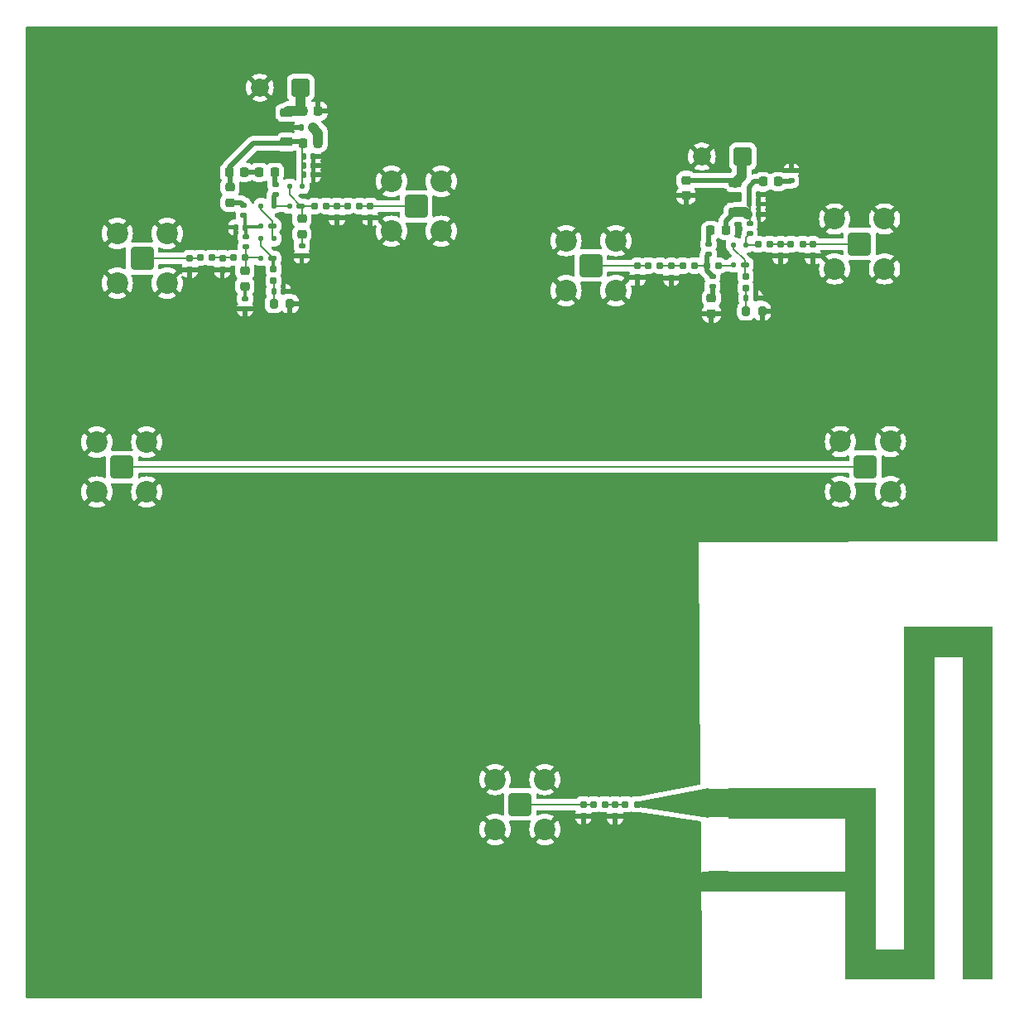
<source format=gtl>
G04 #@! TF.GenerationSoftware,KiCad,Pcbnew,8.0.8-8.0.8-0~ubuntu24.04.1*
G04 #@! TF.CreationDate,2025-01-18T16:04:01+01:00*
G04 #@! TF.ProjectId,rf_lna,72665f6c-6e61-42e6-9b69-6361645f7063,rev?*
G04 #@! TF.SameCoordinates,Original*
G04 #@! TF.FileFunction,Copper,L1,Top*
G04 #@! TF.FilePolarity,Positive*
%FSLAX46Y46*%
G04 Gerber Fmt 4.6, Leading zero omitted, Abs format (unit mm)*
G04 Created by KiCad (PCBNEW 8.0.8-8.0.8-0~ubuntu24.04.1) date 2025-01-18 16:04:01*
%MOMM*%
%LPD*%
G01*
G04 APERTURE LIST*
G04 Aperture macros list*
%AMRoundRect*
0 Rectangle with rounded corners*
0 $1 Rounding radius*
0 $2 $3 $4 $5 $6 $7 $8 $9 X,Y pos of 4 corners*
0 Add a 4 corners polygon primitive as box body*
4,1,4,$2,$3,$4,$5,$6,$7,$8,$9,$2,$3,0*
0 Add four circle primitives for the rounded corners*
1,1,$1+$1,$2,$3*
1,1,$1+$1,$4,$5*
1,1,$1+$1,$6,$7*
1,1,$1+$1,$8,$9*
0 Add four rect primitives between the rounded corners*
20,1,$1+$1,$2,$3,$4,$5,0*
20,1,$1+$1,$4,$5,$6,$7,0*
20,1,$1+$1,$6,$7,$8,$9,0*
20,1,$1+$1,$8,$9,$2,$3,0*%
%AMFreePoly0*
4,1,9,3.862500,-0.866500,0.737500,-0.866500,0.737500,-0.450000,-0.737500,-0.450000,-0.737500,0.450000,0.737500,0.450000,0.737500,0.866500,3.862500,0.866500,3.862500,-0.866500,3.862500,-0.866500,$1*%
G04 Aperture macros list end*
G04 #@! TA.AperFunction,Conductor*
%ADD10C,0.000000*%
G04 #@! TD*
G04 #@! TA.AperFunction,EtchedComponent*
%ADD11C,0.010000*%
G04 #@! TD*
G04 #@! TA.AperFunction,SMDPad,CuDef*
%ADD12RoundRect,0.135000X-0.185000X0.135000X-0.185000X-0.135000X0.185000X-0.135000X0.185000X0.135000X0*%
G04 #@! TD*
G04 #@! TA.AperFunction,SMDPad,CuDef*
%ADD13RoundRect,0.160000X0.160000X-0.197500X0.160000X0.197500X-0.160000X0.197500X-0.160000X-0.197500X0*%
G04 #@! TD*
G04 #@! TA.AperFunction,SMDPad,CuDef*
%ADD14RoundRect,0.218750X-0.256250X0.218750X-0.256250X-0.218750X0.256250X-0.218750X0.256250X0.218750X0*%
G04 #@! TD*
G04 #@! TA.AperFunction,SMDPad,CuDef*
%ADD15RoundRect,0.160000X-0.197500X-0.160000X0.197500X-0.160000X0.197500X0.160000X-0.197500X0.160000X0*%
G04 #@! TD*
G04 #@! TA.AperFunction,SMDPad,CuDef*
%ADD16RoundRect,0.140000X-0.140000X-0.170000X0.140000X-0.170000X0.140000X0.170000X-0.140000X0.170000X0*%
G04 #@! TD*
G04 #@! TA.AperFunction,SMDPad,CuDef*
%ADD17R,2.000000X3.000000*%
G04 #@! TD*
G04 #@! TA.AperFunction,SMDPad,CuDef*
%ADD18R,2.000000X2.000000*%
G04 #@! TD*
G04 #@! TA.AperFunction,ComponentPad*
%ADD19RoundRect,0.200100X-0.949900X-0.949900X0.949900X-0.949900X0.949900X0.949900X-0.949900X0.949900X0*%
G04 #@! TD*
G04 #@! TA.AperFunction,ComponentPad*
%ADD20C,2.200000*%
G04 #@! TD*
G04 #@! TA.AperFunction,SMDPad,CuDef*
%ADD21RoundRect,0.200000X-0.200000X-0.275000X0.200000X-0.275000X0.200000X0.275000X-0.200000X0.275000X0*%
G04 #@! TD*
G04 #@! TA.AperFunction,SMDPad,CuDef*
%ADD22RoundRect,0.225000X-0.225000X-0.250000X0.225000X-0.250000X0.225000X0.250000X-0.225000X0.250000X0*%
G04 #@! TD*
G04 #@! TA.AperFunction,SMDPad,CuDef*
%ADD23RoundRect,0.125000X-0.125000X-0.165000X0.125000X-0.165000X0.125000X0.165000X-0.125000X0.165000X0*%
G04 #@! TD*
G04 #@! TA.AperFunction,SMDPad,CuDef*
%ADD24RoundRect,0.145000X-0.255000X-0.145000X0.255000X-0.145000X0.255000X0.145000X-0.255000X0.145000X0*%
G04 #@! TD*
G04 #@! TA.AperFunction,ComponentPad*
%ADD25RoundRect,0.250000X0.675000X0.675000X-0.675000X0.675000X-0.675000X-0.675000X0.675000X-0.675000X0*%
G04 #@! TD*
G04 #@! TA.AperFunction,ComponentPad*
%ADD26C,1.850000*%
G04 #@! TD*
G04 #@! TA.AperFunction,SMDPad,CuDef*
%ADD27RoundRect,0.218750X-0.218750X-0.256250X0.218750X-0.256250X0.218750X0.256250X-0.218750X0.256250X0*%
G04 #@! TD*
G04 #@! TA.AperFunction,ComponentPad*
%ADD28RoundRect,0.200100X0.949900X0.949900X-0.949900X0.949900X-0.949900X-0.949900X0.949900X-0.949900X0*%
G04 #@! TD*
G04 #@! TA.AperFunction,SMDPad,CuDef*
%ADD29RoundRect,0.160000X0.197500X0.160000X-0.197500X0.160000X-0.197500X-0.160000X0.197500X-0.160000X0*%
G04 #@! TD*
G04 #@! TA.AperFunction,SMDPad,CuDef*
%ADD30RoundRect,0.218750X0.218750X0.256250X-0.218750X0.256250X-0.218750X-0.256250X0.218750X-0.256250X0*%
G04 #@! TD*
G04 #@! TA.AperFunction,SMDPad,CuDef*
%ADD31RoundRect,0.135000X0.135000X0.185000X-0.135000X0.185000X-0.135000X-0.185000X0.135000X-0.185000X0*%
G04 #@! TD*
G04 #@! TA.AperFunction,SMDPad,CuDef*
%ADD32RoundRect,0.160000X-0.160000X0.197500X-0.160000X-0.197500X0.160000X-0.197500X0.160000X0.197500X0*%
G04 #@! TD*
G04 #@! TA.AperFunction,SMDPad,CuDef*
%ADD33RoundRect,0.225000X-0.250000X0.225000X-0.250000X-0.225000X0.250000X-0.225000X0.250000X0.225000X0*%
G04 #@! TD*
G04 #@! TA.AperFunction,SMDPad,CuDef*
%ADD34RoundRect,0.225000X0.425000X0.225000X-0.425000X0.225000X-0.425000X-0.225000X0.425000X-0.225000X0*%
G04 #@! TD*
G04 #@! TA.AperFunction,SMDPad,CuDef*
%ADD35FreePoly0,180.000000*%
G04 #@! TD*
G04 #@! TA.AperFunction,SMDPad,CuDef*
%ADD36RoundRect,0.135000X0.185000X-0.135000X0.185000X0.135000X-0.185000X0.135000X-0.185000X-0.135000X0*%
G04 #@! TD*
G04 #@! TA.AperFunction,ViaPad*
%ADD37C,0.500000*%
G04 #@! TD*
G04 #@! TA.AperFunction,ViaPad*
%ADD38C,0.600000*%
G04 #@! TD*
G04 #@! TA.AperFunction,Conductor*
%ADD39C,0.500000*%
G04 #@! TD*
G04 #@! TA.AperFunction,Conductor*
%ADD40C,0.156500*%
G04 #@! TD*
G04 #@! TA.AperFunction,Conductor*
%ADD41C,1.000000*%
G04 #@! TD*
G04 #@! TA.AperFunction,Conductor*
%ADD42C,0.342400*%
G04 #@! TD*
G04 #@! TA.AperFunction,Conductor*
%ADD43C,2.000000*%
G04 #@! TD*
G04 APERTURE END LIST*
D10*
G04 #@! TA.AperFunction,Conductor*
G36*
X120125000Y-131275000D02*
G01*
X113020000Y-130200000D01*
X113020000Y-129580000D01*
X120075000Y-128250000D01*
X120125000Y-131275000D01*
G37*
G04 #@! TD.AperFunction*
D11*
X149100000Y-147750000D02*
X146100000Y-147750000D01*
X146100000Y-114750000D01*
X143100000Y-114750000D01*
X143100000Y-147750000D01*
X134100000Y-147750000D01*
X134100000Y-138750000D01*
X120100000Y-138750000D01*
X120100000Y-136750000D01*
X134100000Y-136750000D01*
X134100000Y-131250000D01*
X122100000Y-131250000D01*
X122100000Y-128250000D01*
X137100000Y-128250000D01*
X137100000Y-144750000D01*
X140100000Y-144750000D01*
X140100000Y-111750000D01*
X149100000Y-111750000D01*
X149100000Y-147750000D01*
G04 #@! TA.AperFunction,EtchedComponent*
G36*
X149100000Y-147750000D02*
G01*
X146100000Y-147750000D01*
X146100000Y-114750000D01*
X143100000Y-114750000D01*
X143100000Y-147750000D01*
X134100000Y-147750000D01*
X134100000Y-138750000D01*
X120100000Y-138750000D01*
X120100000Y-136750000D01*
X134100000Y-136750000D01*
X134100000Y-131250000D01*
X122100000Y-131250000D01*
X122100000Y-128250000D01*
X137100000Y-128250000D01*
X137100000Y-144750000D01*
X140100000Y-144750000D01*
X140100000Y-111750000D01*
X149100000Y-111750000D01*
X149100000Y-147750000D01*
G37*
G04 #@! TD.AperFunction*
D12*
X72700000Y-78200000D03*
X72700000Y-79220000D03*
D13*
X82100000Y-69900000D03*
X82100000Y-68705000D03*
D14*
X120400000Y-78112500D03*
X120400000Y-79687500D03*
D12*
X120500000Y-75890000D03*
X120500000Y-76910000D03*
D15*
X68102500Y-74000000D03*
X69297500Y-74000000D03*
D16*
X78720000Y-65500000D03*
X79680000Y-65500000D03*
D17*
X121100000Y-129750000D03*
D18*
X121100000Y-137750000D03*
D12*
X120100000Y-72590000D03*
X120100000Y-73610000D03*
D19*
X136150000Y-95350000D03*
D20*
X133600000Y-92800000D03*
X133600000Y-97900000D03*
X138700000Y-92800000D03*
X138700000Y-97900000D03*
D21*
X123925000Y-79450000D03*
X125575000Y-79450000D03*
D12*
X124312500Y-70530000D03*
X124312500Y-71550000D03*
D16*
X124220000Y-68500000D03*
X125180000Y-68500000D03*
D12*
X78500000Y-72790000D03*
X78500000Y-73810000D03*
D21*
X75625000Y-78700000D03*
X77275000Y-78700000D03*
D13*
X70370000Y-75227500D03*
X70370000Y-74032500D03*
X107290000Y-131107500D03*
X107290000Y-129912500D03*
D22*
X78625000Y-59000000D03*
X80175000Y-59000000D03*
D23*
X122650000Y-74700000D03*
X122650000Y-72680000D03*
D24*
X123800000Y-74700000D03*
D23*
X123950000Y-72680000D03*
D25*
X123612500Y-63640000D03*
D26*
X119412500Y-63640000D03*
D27*
X74162500Y-65250000D03*
X75737500Y-65250000D03*
D15*
X119900000Y-74800000D03*
X121095000Y-74800000D03*
D28*
X60100000Y-95400000D03*
D20*
X62650000Y-97950000D03*
X62650000Y-92850000D03*
X57550000Y-97950000D03*
X57550000Y-92850000D03*
D12*
X72550000Y-68630000D03*
X72550000Y-69650000D03*
D29*
X72697500Y-74000000D03*
X71502500Y-74000000D03*
D14*
X72680000Y-75312500D03*
X72680000Y-76887500D03*
D12*
X72750000Y-71865000D03*
X72750000Y-72885000D03*
D14*
X71150000Y-66762500D03*
X71150000Y-68337500D03*
D16*
X124220000Y-67500000D03*
X125180000Y-67500000D03*
D30*
X121887500Y-71200000D03*
X120312500Y-71200000D03*
D16*
X78720000Y-64550000D03*
X79680000Y-64550000D03*
D31*
X79510000Y-60650000D03*
X78490000Y-60650000D03*
D16*
X123940000Y-78150000D03*
X124900000Y-78150000D03*
D23*
X77250000Y-68710000D03*
X77250000Y-66690000D03*
D24*
X78400000Y-68710000D03*
D23*
X78550000Y-66690000D03*
D13*
X112820000Y-76027500D03*
X112820000Y-74832500D03*
D14*
X78500000Y-70012500D03*
X78500000Y-71587500D03*
D29*
X80997500Y-68700000D03*
X79802500Y-68700000D03*
D28*
X108075000Y-74800000D03*
D20*
X110625000Y-77350000D03*
X110625000Y-72250000D03*
X105525000Y-77350000D03*
X105525000Y-72250000D03*
D16*
X78720000Y-63600000D03*
X79680000Y-63600000D03*
D32*
X67050000Y-74027500D03*
X67050000Y-75222500D03*
D29*
X118672500Y-74795000D03*
X117477500Y-74795000D03*
D30*
X127237500Y-66200000D03*
X125662500Y-66200000D03*
D23*
X74337500Y-70710000D03*
X74337500Y-68690000D03*
D24*
X75487500Y-70710000D03*
D23*
X75637500Y-68690000D03*
D33*
X117812500Y-66065000D03*
X117812500Y-67615000D03*
D13*
X110550000Y-131117500D03*
X110550000Y-129922500D03*
X116275000Y-76047500D03*
X116275000Y-74852500D03*
D34*
X76950000Y-62150000D03*
D35*
X76862500Y-60650000D03*
D34*
X76950000Y-59150000D03*
D27*
X71062500Y-65250000D03*
X72637500Y-65250000D03*
D29*
X112787500Y-129890000D03*
X111592500Y-129890000D03*
X109507500Y-129890000D03*
X108312500Y-129890000D03*
D12*
X75800000Y-66490000D03*
X75800000Y-67510000D03*
D13*
X123900000Y-77097500D03*
X123900000Y-75902500D03*
D28*
X62175000Y-74050000D03*
D20*
X64725000Y-76600000D03*
X64725000Y-71500000D03*
X59625000Y-76600000D03*
X59625000Y-71500000D03*
D29*
X115120000Y-74800000D03*
X113925000Y-74800000D03*
D28*
X100825000Y-129900000D03*
D20*
X103375000Y-132450000D03*
X103375000Y-127350000D03*
X98275000Y-132450000D03*
X98275000Y-127350000D03*
D29*
X129722500Y-72600000D03*
X128527500Y-72600000D03*
D34*
X122812500Y-69302500D03*
D35*
X122725000Y-67802500D03*
D34*
X122812500Y-66302500D03*
D25*
X78400000Y-56600000D03*
D26*
X74200000Y-56600000D03*
D19*
X135550000Y-72575000D03*
D20*
X133000000Y-70025000D03*
X133000000Y-75125000D03*
X138100000Y-70025000D03*
X138100000Y-75125000D03*
D32*
X75605427Y-75148907D03*
X75605427Y-76343907D03*
D16*
X71770000Y-70875000D03*
X72730000Y-70875000D03*
X75620000Y-77400000D03*
X76580000Y-77400000D03*
D13*
X130775000Y-73822500D03*
X130775000Y-72627500D03*
D30*
X80187500Y-62250000D03*
X78612500Y-62250000D03*
D16*
X124220000Y-69550000D03*
X125180000Y-69550000D03*
D29*
X84397500Y-68700000D03*
X83202500Y-68700000D03*
D23*
X74337500Y-74060000D03*
X74337500Y-72040000D03*
D24*
X75487500Y-74060000D03*
D23*
X75637500Y-72040000D03*
D19*
X90220000Y-68730000D03*
D20*
X87670000Y-66180000D03*
X87670000Y-71280000D03*
X92770000Y-66180000D03*
X92770000Y-71280000D03*
D13*
X85500000Y-69897500D03*
X85500000Y-68702500D03*
D36*
X128550000Y-66110000D03*
X128550000Y-65090000D03*
D29*
X126347500Y-72600000D03*
X125152500Y-72600000D03*
D13*
X127450000Y-73822500D03*
X127450000Y-72627500D03*
D37*
X72270000Y-61230000D03*
X71560000Y-72930000D03*
X51450000Y-110960000D03*
X117540000Y-148010000D03*
X79750000Y-66650000D03*
X57780000Y-106670000D03*
X116290000Y-67630000D03*
X74200000Y-67550000D03*
X115950000Y-132050000D03*
X81950000Y-58950000D03*
X66380000Y-121990000D03*
X72766666Y-96650000D03*
X75450000Y-80250000D03*
X77950000Y-77250000D03*
X117100000Y-94150000D03*
X118640000Y-134760000D03*
X79750000Y-71490000D03*
X118190000Y-111730000D03*
X117790000Y-64780000D03*
X76900000Y-75850000D03*
X104433333Y-96650000D03*
X73700000Y-63800000D03*
X92660000Y-130700000D03*
X51580000Y-127300000D03*
X112400000Y-141730000D03*
X80950000Y-69850000D03*
X117510000Y-141640000D03*
X93810000Y-73370000D03*
X83250000Y-69820000D03*
X118990000Y-75940000D03*
D38*
X100830000Y-127810000D03*
D37*
X79020000Y-121570000D03*
X76880000Y-72050000D03*
X121720000Y-75980000D03*
X91370000Y-148010000D03*
X113310000Y-113980000D03*
X79650000Y-67550000D03*
X73350000Y-67660000D03*
X79840000Y-148010000D03*
X126400000Y-67600000D03*
X80850000Y-64500000D03*
X118440000Y-137060000D03*
X51660000Y-143810000D03*
X71710000Y-71890000D03*
X76900000Y-74250000D03*
X104490000Y-147890000D03*
X103470000Y-114050000D03*
X97230000Y-148010000D03*
X108720000Y-71360000D03*
X125400000Y-80850000D03*
X129090000Y-73820000D03*
X125700000Y-77150000D03*
X72280000Y-60080000D03*
X74390000Y-141800000D03*
X94820000Y-67370000D03*
X117600000Y-75930000D03*
X89000000Y-141590000D03*
X121300000Y-72550000D03*
X71180000Y-69560000D03*
X139830000Y-76820000D03*
X51480000Y-113270000D03*
X71400000Y-75250000D03*
X79850000Y-69950000D03*
X96240000Y-135130000D03*
X131080000Y-76320000D03*
X122680000Y-75990000D03*
X66520000Y-125570000D03*
X131040000Y-71170000D03*
X98100000Y-96650000D03*
X118330000Y-114550000D03*
X118960000Y-69410000D03*
X123180000Y-70930000D03*
X139030000Y-71800000D03*
X74390000Y-148070000D03*
X88510000Y-121430000D03*
X76850000Y-69950000D03*
X112700000Y-70790000D03*
X77250000Y-63700000D03*
X79510000Y-141730000D03*
X136480000Y-76880000D03*
X76140000Y-55470000D03*
X118470000Y-121500000D03*
X70400000Y-72900000D03*
X66433333Y-96650000D03*
X85433333Y-96650000D03*
X89350000Y-135200000D03*
X129766666Y-96650000D03*
X58510000Y-142080000D03*
X116290000Y-73580000D03*
D38*
X100930000Y-131980000D03*
D37*
X125200000Y-76150000D03*
X69090000Y-75190000D03*
X72550000Y-66600000D03*
X109880000Y-128430000D03*
X89630000Y-65320000D03*
X122170000Y-77990000D03*
X140130000Y-68270000D03*
X132140000Y-77180000D03*
X80850000Y-65500000D03*
X78650000Y-79100000D03*
X110766666Y-94150000D03*
X51560000Y-137810000D03*
X67010000Y-129510000D03*
X103520000Y-73590000D03*
X94760000Y-114270000D03*
X51540000Y-115700000D03*
X108930000Y-131500000D03*
X85630000Y-148010000D03*
X105420000Y-131190000D03*
X63700000Y-106600000D03*
X126470000Y-69430000D03*
X72766666Y-94150000D03*
X94990000Y-106340000D03*
X118200000Y-109040000D03*
X114010000Y-76010000D03*
X89720000Y-106130000D03*
X126150000Y-64650000D03*
X98100000Y-94150000D03*
X125580000Y-71620000D03*
X51400000Y-106360000D03*
X94710000Y-64890000D03*
X118880000Y-73570000D03*
X107640000Y-71540000D03*
X113680000Y-106410000D03*
X108790000Y-78180000D03*
X77430000Y-106480000D03*
X79100000Y-96650000D03*
X51760000Y-147230000D03*
X58440000Y-126070000D03*
X89580000Y-72120000D03*
X51580000Y-120710000D03*
X118780000Y-132680000D03*
X107450000Y-78320000D03*
X66870000Y-142150000D03*
X76190000Y-57660000D03*
X117100000Y-96650000D03*
X115850000Y-127790000D03*
X95400000Y-121360000D03*
X104433333Y-94150000D03*
X83520000Y-67640000D03*
X121020000Y-62360000D03*
X115060000Y-76010000D03*
X80850000Y-63600000D03*
X91000000Y-72190000D03*
X113050000Y-131460000D03*
X72340000Y-106600000D03*
X85433333Y-94150000D03*
X123433333Y-94150000D03*
X117970000Y-69370000D03*
X81420000Y-67610000D03*
X105030000Y-75240000D03*
X91766666Y-96650000D03*
X79820000Y-73770000D03*
X134970000Y-76010000D03*
X79860000Y-135340000D03*
X111910000Y-121570000D03*
X80950000Y-57700000D03*
X118470000Y-124660000D03*
X101670000Y-106340000D03*
X72160000Y-57840000D03*
X104880000Y-141730000D03*
X68250000Y-147960000D03*
X105230000Y-135340000D03*
X112970000Y-128360000D03*
X58860000Y-135690000D03*
X121020000Y-64870000D03*
X85510000Y-71190000D03*
X74740000Y-135410000D03*
X74290000Y-79270000D03*
X126950000Y-79900000D03*
X67220000Y-135760000D03*
X62440000Y-147960000D03*
X51400000Y-108780000D03*
X134630000Y-69020000D03*
X125150000Y-73850000D03*
X51580000Y-117980000D03*
X66433333Y-94150000D03*
X77250000Y-80300000D03*
X85660000Y-64930000D03*
X67940000Y-106530000D03*
X51610000Y-130490000D03*
X79100000Y-94150000D03*
X72000000Y-114120000D03*
X57030000Y-148010000D03*
X51660000Y-140640000D03*
X129800000Y-71390000D03*
X110640000Y-148070000D03*
X85610000Y-67640000D03*
X86610000Y-114200000D03*
X74450000Y-66550000D03*
X91766666Y-94150000D03*
X74150000Y-75200000D03*
X125750000Y-70800000D03*
X51530000Y-123440000D03*
X123433333Y-96650000D03*
X79730000Y-129930000D03*
X72210000Y-55440000D03*
X64830000Y-114120000D03*
X123950000Y-80850000D03*
X112750000Y-135340000D03*
X58020000Y-121920000D03*
X95890000Y-141520000D03*
X78510000Y-75000000D03*
X84280000Y-69820000D03*
X82770000Y-106340000D03*
X73900000Y-121640000D03*
X118270000Y-139230000D03*
X121450000Y-73600000D03*
X51560000Y-133910000D03*
X113100000Y-73580000D03*
X104390000Y-121570000D03*
X79020000Y-114120000D03*
X117590000Y-144750000D03*
X77350000Y-65350000D03*
X120710000Y-69440000D03*
X57810000Y-114120000D03*
X79450000Y-125430000D03*
X92800000Y-125360000D03*
X117880000Y-62280000D03*
X118330000Y-117990000D03*
X74160000Y-77210000D03*
D38*
X98650000Y-130010000D03*
D37*
X126230000Y-73820000D03*
X118500000Y-127150000D03*
X68210000Y-75220000D03*
X126550000Y-78250000D03*
X58510000Y-129230000D03*
X110766666Y-96650000D03*
X130100000Y-65700000D03*
X68520000Y-72900000D03*
X122170000Y-80090000D03*
X107520000Y-106410000D03*
X103550000Y-70960000D03*
X125190000Y-75110000D03*
X66790000Y-72930000D03*
X131090000Y-68650000D03*
X129766666Y-94150000D03*
X118310000Y-106520000D03*
X105400000Y-128740000D03*
X139860000Y-73270000D03*
X127610000Y-71380000D03*
X75290000Y-58910000D03*
D39*
X75637500Y-68690000D02*
X75637500Y-67672500D01*
X75637500Y-67672500D02*
X75800000Y-67510000D01*
D40*
X78500000Y-70012500D02*
X78500000Y-68810000D01*
X78500000Y-68810000D02*
X78400000Y-68710000D01*
D41*
X122812500Y-69302500D02*
X123802500Y-69302500D01*
X123802500Y-69302500D02*
X124100000Y-69600000D01*
D40*
X122650000Y-72680000D02*
X122650000Y-73100000D01*
X122650000Y-73100000D02*
X123800000Y-74250000D01*
X123800000Y-74250000D02*
X123800000Y-74700000D01*
D39*
X120500000Y-75890000D02*
X119900000Y-75290000D01*
X119900000Y-75290000D02*
X119900000Y-74800000D01*
X120100000Y-73610000D02*
X119900000Y-73810000D01*
X119900000Y-73810000D02*
X119900000Y-74800000D01*
D40*
X129722500Y-72600000D02*
X135525000Y-72600000D01*
X135525000Y-72600000D02*
X135550000Y-72575000D01*
X126347500Y-72600000D02*
X128527500Y-72600000D01*
X124312500Y-70530000D02*
X124312500Y-67592500D01*
X124312500Y-67592500D02*
X124220000Y-67500000D01*
X123950000Y-72680000D02*
X123950000Y-71912500D01*
X123950000Y-71912500D02*
X124312500Y-71550000D01*
X123950000Y-72680000D02*
X125072500Y-72680000D01*
X125072500Y-72680000D02*
X125152500Y-72600000D01*
X123900000Y-77097500D02*
X123900000Y-79425000D01*
X123900000Y-79425000D02*
X123925000Y-79450000D01*
X123800000Y-74700000D02*
X123800000Y-75802500D01*
X123800000Y-75802500D02*
X123900000Y-75902500D01*
X121095000Y-74800000D02*
X122550000Y-74800000D01*
X122550000Y-74800000D02*
X122650000Y-74700000D01*
X118672500Y-74795000D02*
X119895000Y-74795000D01*
X119895000Y-74795000D02*
X119900000Y-74800000D01*
X115120000Y-74800000D02*
X117472500Y-74800000D01*
X117472500Y-74800000D02*
X117477500Y-74795000D01*
X108075000Y-74800000D02*
X113925000Y-74800000D01*
X78500000Y-72790000D02*
X78500000Y-71587500D01*
X84397500Y-68700000D02*
X90190000Y-68700000D01*
X90190000Y-68700000D02*
X90220000Y-68730000D01*
X80997500Y-68700000D02*
X83202500Y-68700000D01*
X77250000Y-66690000D02*
X77250000Y-67560000D01*
X77250000Y-67560000D02*
X78400000Y-68710000D01*
X78400000Y-68710000D02*
X79792500Y-68710000D01*
X79792500Y-68710000D02*
X79802500Y-68700000D01*
X75625000Y-78700000D02*
X75625000Y-76363480D01*
X75625000Y-76363480D02*
X75605427Y-76343907D01*
X78550000Y-66690000D02*
X78550000Y-62312500D01*
X78550000Y-62312500D02*
X78612500Y-62250000D01*
X75637500Y-68690000D02*
X77230000Y-68690000D01*
X77230000Y-68690000D02*
X77250000Y-68710000D01*
X74337500Y-68690000D02*
X74337500Y-69087500D01*
X74337500Y-69087500D02*
X75487500Y-70237500D01*
X75487500Y-70237500D02*
X75487500Y-70710000D01*
X75487500Y-74060000D02*
X75487500Y-73937500D01*
X75487500Y-73937500D02*
X74337500Y-72787500D01*
X74337500Y-72787500D02*
X74337500Y-72040000D01*
X75487500Y-70710000D02*
X75487500Y-71890000D01*
X75487500Y-71890000D02*
X75637500Y-72040000D01*
X72750000Y-72885000D02*
X72750000Y-75242500D01*
X72750000Y-75242500D02*
X72680000Y-75312500D01*
X72697500Y-74000000D02*
X74277500Y-74000000D01*
X74277500Y-74000000D02*
X74337500Y-74060000D01*
X69297500Y-74000000D02*
X71502500Y-74000000D01*
X62175000Y-74050000D02*
X68052500Y-74050000D01*
X68052500Y-74050000D02*
X68102500Y-74000000D01*
X60100000Y-95400000D02*
X136100000Y-95400000D01*
X109507500Y-129890000D02*
X111592500Y-129890000D01*
X100825000Y-129900000D02*
X108302500Y-129900000D01*
X108302500Y-129900000D02*
X108312500Y-129890000D01*
D39*
X117812500Y-66065000D02*
X122575000Y-66065000D01*
D41*
X122812500Y-66302500D02*
X123475000Y-65640000D01*
D39*
X122575000Y-66065000D02*
X122812500Y-66302500D01*
D41*
X123475000Y-63777500D02*
X123612500Y-63640000D01*
X123475000Y-65640000D02*
X123475000Y-63777500D01*
D39*
X121887500Y-71200000D02*
X121887500Y-70227500D01*
X124220000Y-68650000D02*
X124220000Y-66780000D01*
X124800000Y-66200000D02*
X125662500Y-66200000D01*
X121887500Y-70227500D02*
X122812500Y-69302500D01*
D42*
X124220000Y-70437500D02*
X124312500Y-70530000D01*
X123050000Y-69540000D02*
X122812500Y-69302500D01*
D39*
X124220000Y-66780000D02*
X124800000Y-66200000D01*
D42*
X84496806Y-68730000D02*
X84466806Y-68700000D01*
X85702500Y-68702500D02*
X85730000Y-68730000D01*
X85500000Y-68702500D02*
X85702500Y-68702500D01*
X84466806Y-68700000D02*
X84397500Y-68700000D01*
X85497500Y-68700000D02*
X85500000Y-68702500D01*
D41*
X78400000Y-56600000D02*
X78400000Y-58775000D01*
X78625000Y-59000000D02*
X77100000Y-59000000D01*
D43*
X120725000Y-137775000D02*
X120725700Y-137775700D01*
X120725700Y-137775700D02*
X120725700Y-137775000D01*
X119625000Y-137775000D02*
X120725000Y-137775000D01*
D42*
X82095000Y-68700000D02*
X82100000Y-68705000D01*
X83197500Y-68705000D02*
X83202500Y-68700000D01*
D39*
X73537501Y-62300000D02*
X71062500Y-64775001D01*
X76950000Y-62150000D02*
X78512500Y-62150000D01*
X71062500Y-64775001D02*
X71062500Y-65250000D01*
X76800000Y-62300000D02*
X73537501Y-62300000D01*
X71150000Y-65337500D02*
X71062500Y-65250000D01*
D42*
X78612500Y-62250000D02*
X78720000Y-62357500D01*
D39*
X71150000Y-66762500D02*
X71150000Y-65337500D01*
X128460000Y-66200000D02*
X128550000Y-66110000D01*
X127237500Y-66200000D02*
X128460000Y-66200000D01*
D42*
X75605427Y-78680427D02*
X75625000Y-78700000D01*
X71470000Y-74032500D02*
X71502500Y-74000000D01*
X70397500Y-74000000D02*
X70400000Y-74002500D01*
X62195000Y-74030000D02*
X62175000Y-74050000D01*
X62860000Y-74030000D02*
X62195000Y-74030000D01*
X72680000Y-74017500D02*
X72697500Y-74000000D01*
X72750000Y-73947500D02*
X72697500Y-74000000D01*
X72750000Y-71865000D02*
X72750000Y-70895000D01*
X72730000Y-70875000D02*
X72805000Y-70800000D01*
X72750000Y-70895000D02*
X72730000Y-70875000D01*
X72730000Y-69830000D02*
X72730000Y-70875000D01*
X72550000Y-69650000D02*
X72730000Y-69830000D01*
X74247500Y-70800000D02*
X74337500Y-70710000D01*
X72805000Y-70800000D02*
X74247500Y-70800000D01*
D39*
X78410000Y-68700000D02*
X78400000Y-68710000D01*
D41*
X80187500Y-62250000D02*
X80187500Y-61228200D01*
X80187500Y-61228200D02*
X79609300Y-60650000D01*
D42*
X72680000Y-76887500D02*
X72680000Y-78180000D01*
X72680000Y-78180000D02*
X72700000Y-78200000D01*
D39*
X72257500Y-68337500D02*
X72550000Y-68630000D01*
X71150000Y-68337500D02*
X72257500Y-68337500D01*
X75737500Y-65250000D02*
X75737500Y-66427500D01*
X75737500Y-66427500D02*
X75800000Y-66490000D01*
X120100000Y-71412500D02*
X120312500Y-71200000D01*
X120100000Y-72590000D02*
X120100000Y-71412500D01*
X74162500Y-65250000D02*
X72637500Y-65250000D01*
X120500000Y-78012500D02*
X120400000Y-78112500D01*
X120500000Y-76910000D02*
X120500000Y-78012500D01*
D42*
X123900000Y-74800000D02*
X123800000Y-74700000D01*
X75550000Y-75077500D02*
X75550000Y-74122500D01*
X75550000Y-74122500D02*
X75487500Y-74060000D01*
X75637500Y-70860000D02*
X75487500Y-70710000D01*
X100725000Y-129950000D02*
X100775000Y-129900000D01*
X136100000Y-95400000D02*
X136150000Y-95350000D01*
G04 #@! TA.AperFunction,Conductor*
G36*
X119107503Y-102450000D02*
G01*
X119112533Y-103103176D01*
X119112533Y-103103177D01*
X119302581Y-127777446D01*
X119283414Y-127844635D01*
X119230964Y-127890795D01*
X119201557Y-127900255D01*
X113010672Y-129067354D01*
X112987700Y-129069500D01*
X112536611Y-129069500D01*
X112470073Y-129075546D01*
X112470066Y-129075548D01*
X112316933Y-129123265D01*
X112316929Y-129123267D01*
X112254149Y-129161219D01*
X112186594Y-129179055D01*
X112125851Y-129161219D01*
X112063070Y-129123267D01*
X112063066Y-129123265D01*
X111909933Y-129075548D01*
X111909935Y-129075548D01*
X111883312Y-129073128D01*
X111843381Y-129069500D01*
X111843378Y-129069500D01*
X111341611Y-129069500D01*
X111275073Y-129075546D01*
X111275066Y-129075548D01*
X111121933Y-129123265D01*
X111121928Y-129123267D01*
X111120777Y-129123964D01*
X111119821Y-129124216D01*
X111115089Y-129126346D01*
X111114734Y-129125558D01*
X111053221Y-129141795D01*
X110992488Y-129123961D01*
X110983066Y-129118265D01*
X110829933Y-129070548D01*
X110829935Y-129070548D01*
X110794786Y-129067354D01*
X110763381Y-129064500D01*
X110763378Y-129064500D01*
X110336611Y-129064500D01*
X110270073Y-129070546D01*
X110270066Y-129070548D01*
X110116933Y-129118265D01*
X110116927Y-129118268D01*
X110107510Y-129123961D01*
X110039955Y-129141795D01*
X109985191Y-129125716D01*
X109984908Y-129126345D01*
X109980357Y-129124297D01*
X109979220Y-129123963D01*
X109978066Y-129123265D01*
X109824933Y-129075548D01*
X109824935Y-129075548D01*
X109798312Y-129073128D01*
X109758381Y-129069500D01*
X109758378Y-129069500D01*
X109256611Y-129069500D01*
X109190073Y-129075546D01*
X109190066Y-129075548D01*
X109036933Y-129123265D01*
X109036929Y-129123267D01*
X108974149Y-129161219D01*
X108906594Y-129179055D01*
X108845851Y-129161219D01*
X108783070Y-129123267D01*
X108783066Y-129123265D01*
X108629933Y-129075548D01*
X108629935Y-129075548D01*
X108603312Y-129073128D01*
X108563381Y-129069500D01*
X108563378Y-129069500D01*
X108061611Y-129069500D01*
X107995073Y-129075546D01*
X107995066Y-129075548D01*
X107834770Y-129125498D01*
X107833895Y-129122691D01*
X107778096Y-129130376D01*
X107732327Y-129113863D01*
X107723069Y-129108267D01*
X107723067Y-129108266D01*
X107723065Y-129108265D01*
X107569933Y-129060548D01*
X107569935Y-129060548D01*
X107543312Y-129058128D01*
X107503381Y-129054500D01*
X107503378Y-129054500D01*
X107076611Y-129054500D01*
X107010073Y-129060546D01*
X107010066Y-129060548D01*
X106856933Y-129108265D01*
X106856929Y-129108267D01*
X106719670Y-129191242D01*
X106625980Y-129284932D01*
X106564656Y-129318416D01*
X106538299Y-129321250D01*
X102599500Y-129321250D01*
X102532461Y-129301565D01*
X102486706Y-129248761D01*
X102475500Y-129197250D01*
X102475500Y-128894822D01*
X102495185Y-128827783D01*
X102547989Y-128782028D01*
X102617147Y-128772084D01*
X102646953Y-128780261D01*
X102879043Y-128876396D01*
X103123927Y-128935187D01*
X103375000Y-128954947D01*
X103626072Y-128935187D01*
X103870956Y-128876396D01*
X104103631Y-128780019D01*
X104318361Y-128648432D01*
X104318363Y-128648430D01*
X104319180Y-128647732D01*
X103660756Y-127989309D01*
X103706574Y-127970332D01*
X103821224Y-127893726D01*
X103918726Y-127796224D01*
X103995332Y-127681574D01*
X104014309Y-127635757D01*
X104672732Y-128294180D01*
X104673430Y-128293363D01*
X104673432Y-128293361D01*
X104805019Y-128078631D01*
X104901396Y-127845956D01*
X104960187Y-127601072D01*
X104979947Y-127350000D01*
X104960187Y-127098927D01*
X104901396Y-126854043D01*
X104805019Y-126621368D01*
X104673429Y-126406634D01*
X104672733Y-126405819D01*
X104672732Y-126405819D01*
X104014309Y-127064242D01*
X103995332Y-127018426D01*
X103918726Y-126903776D01*
X103821224Y-126806274D01*
X103706574Y-126729668D01*
X103660755Y-126710689D01*
X104319179Y-126052266D01*
X104318362Y-126051568D01*
X104103631Y-125919980D01*
X103870956Y-125823603D01*
X103626072Y-125764812D01*
X103375000Y-125745052D01*
X103123927Y-125764812D01*
X102879043Y-125823603D01*
X102646368Y-125919980D01*
X102431637Y-126051567D01*
X102430818Y-126052266D01*
X103089242Y-126710690D01*
X103043426Y-126729668D01*
X102928776Y-126806274D01*
X102831274Y-126903776D01*
X102754668Y-127018426D01*
X102735690Y-127064243D01*
X102077266Y-126405818D01*
X102076567Y-126406637D01*
X101944980Y-126621368D01*
X101848603Y-126854043D01*
X101789812Y-127098927D01*
X101770052Y-127350000D01*
X101789812Y-127601072D01*
X101848603Y-127845956D01*
X101944739Y-128078047D01*
X101952208Y-128147516D01*
X101920933Y-128209996D01*
X101860844Y-128245648D01*
X101830178Y-128249500D01*
X99819822Y-128249500D01*
X99752783Y-128229815D01*
X99707028Y-128177011D01*
X99697084Y-128107853D01*
X99705261Y-128078047D01*
X99801396Y-127845956D01*
X99860187Y-127601072D01*
X99879947Y-127350000D01*
X99860187Y-127098927D01*
X99801396Y-126854043D01*
X99705019Y-126621368D01*
X99573429Y-126406634D01*
X99572733Y-126405819D01*
X99572732Y-126405819D01*
X98914309Y-127064242D01*
X98895332Y-127018426D01*
X98818726Y-126903776D01*
X98721224Y-126806274D01*
X98606574Y-126729668D01*
X98560755Y-126710689D01*
X99219179Y-126052266D01*
X99218362Y-126051568D01*
X99003631Y-125919980D01*
X98770956Y-125823603D01*
X98526072Y-125764812D01*
X98275000Y-125745052D01*
X98023927Y-125764812D01*
X97779043Y-125823603D01*
X97546368Y-125919980D01*
X97331637Y-126051567D01*
X97330818Y-126052266D01*
X97989242Y-126710690D01*
X97943426Y-126729668D01*
X97828776Y-126806274D01*
X97731274Y-126903776D01*
X97654668Y-127018426D01*
X97635690Y-127064242D01*
X96977266Y-126405818D01*
X96976567Y-126406637D01*
X96844980Y-126621368D01*
X96748603Y-126854043D01*
X96689812Y-127098927D01*
X96670052Y-127350000D01*
X96689812Y-127601072D01*
X96748603Y-127845956D01*
X96844980Y-128078631D01*
X96976568Y-128293362D01*
X96977266Y-128294179D01*
X97635689Y-127635755D01*
X97654668Y-127681574D01*
X97731274Y-127796224D01*
X97828776Y-127893726D01*
X97943426Y-127970332D01*
X97989242Y-127989309D01*
X97330819Y-128647732D01*
X97330819Y-128647733D01*
X97331634Y-128648429D01*
X97546368Y-128780019D01*
X97779043Y-128876396D01*
X98023927Y-128935187D01*
X98275000Y-128954947D01*
X98526072Y-128935187D01*
X98770956Y-128876396D01*
X99003047Y-128780261D01*
X99072516Y-128772792D01*
X99134996Y-128804067D01*
X99170648Y-128864156D01*
X99174500Y-128894822D01*
X99174500Y-130905177D01*
X99154815Y-130972216D01*
X99102011Y-131017971D01*
X99032853Y-131027915D01*
X99003048Y-131019738D01*
X98770959Y-130923604D01*
X98526072Y-130864812D01*
X98275000Y-130845052D01*
X98023927Y-130864812D01*
X97779043Y-130923603D01*
X97546368Y-131019980D01*
X97331637Y-131151567D01*
X97330818Y-131152266D01*
X97989243Y-131810690D01*
X97943426Y-131829668D01*
X97828776Y-131906274D01*
X97731274Y-132003776D01*
X97654668Y-132118426D01*
X97635690Y-132164242D01*
X96977266Y-131505818D01*
X96976567Y-131506637D01*
X96844980Y-131721368D01*
X96748603Y-131954043D01*
X96689812Y-132198927D01*
X96670052Y-132450000D01*
X96689812Y-132701072D01*
X96748603Y-132945956D01*
X96844980Y-133178631D01*
X96976568Y-133393362D01*
X96977266Y-133394179D01*
X97635689Y-132735755D01*
X97654668Y-132781574D01*
X97731274Y-132896224D01*
X97828776Y-132993726D01*
X97943426Y-133070332D01*
X97989242Y-133089309D01*
X97330819Y-133747732D01*
X97330819Y-133747733D01*
X97331634Y-133748429D01*
X97546368Y-133880019D01*
X97779043Y-133976396D01*
X98023927Y-134035187D01*
X98275000Y-134054947D01*
X98526072Y-134035187D01*
X98770956Y-133976396D01*
X99003631Y-133880019D01*
X99218361Y-133748432D01*
X99218363Y-133748430D01*
X99219180Y-133747732D01*
X98560757Y-133089309D01*
X98606574Y-133070332D01*
X98721224Y-132993726D01*
X98818726Y-132896224D01*
X98895332Y-132781574D01*
X98914309Y-132735756D01*
X99572732Y-133394180D01*
X99573430Y-133393363D01*
X99573432Y-133393361D01*
X99705019Y-133178631D01*
X99801396Y-132945956D01*
X99860187Y-132701072D01*
X99879947Y-132450000D01*
X99860187Y-132198927D01*
X99801396Y-131954043D01*
X99705261Y-131721953D01*
X99697792Y-131652484D01*
X99729067Y-131590004D01*
X99789156Y-131554352D01*
X99819822Y-131550500D01*
X101830178Y-131550500D01*
X101897217Y-131570185D01*
X101942972Y-131622989D01*
X101952916Y-131692147D01*
X101944739Y-131721953D01*
X101848603Y-131954043D01*
X101789812Y-132198927D01*
X101770052Y-132450000D01*
X101789812Y-132701072D01*
X101848603Y-132945956D01*
X101944980Y-133178631D01*
X102076568Y-133393362D01*
X102077266Y-133394179D01*
X102735689Y-132735755D01*
X102754668Y-132781574D01*
X102831274Y-132896224D01*
X102928776Y-132993726D01*
X103043426Y-133070332D01*
X103089242Y-133089309D01*
X102430819Y-133747732D01*
X102430819Y-133747733D01*
X102431634Y-133748429D01*
X102646368Y-133880019D01*
X102879043Y-133976396D01*
X103123927Y-134035187D01*
X103375000Y-134054947D01*
X103626072Y-134035187D01*
X103870956Y-133976396D01*
X104103631Y-133880019D01*
X104318361Y-133748432D01*
X104318363Y-133748430D01*
X104319180Y-133747732D01*
X103660757Y-133089309D01*
X103706574Y-133070332D01*
X103821224Y-132993726D01*
X103918726Y-132896224D01*
X103995332Y-132781574D01*
X104014309Y-132735757D01*
X104672732Y-133394180D01*
X104673430Y-133393363D01*
X104673432Y-133393361D01*
X104805019Y-133178631D01*
X104901396Y-132945956D01*
X104960187Y-132701072D01*
X104979947Y-132450000D01*
X104960187Y-132198927D01*
X104901396Y-131954043D01*
X104805019Y-131721368D01*
X104673429Y-131506634D01*
X104672733Y-131505819D01*
X104672732Y-131505819D01*
X104014309Y-132164242D01*
X103995332Y-132118426D01*
X103918726Y-132003776D01*
X103821224Y-131906274D01*
X103706574Y-131829668D01*
X103660755Y-131810689D01*
X104113108Y-131358337D01*
X106470000Y-131358337D01*
X106476043Y-131424843D01*
X106523724Y-131577859D01*
X106523726Y-131577863D01*
X106606639Y-131715019D01*
X106606642Y-131715023D01*
X106719976Y-131828357D01*
X106719980Y-131828360D01*
X106857136Y-131911273D01*
X106857138Y-131911274D01*
X107010155Y-131958956D01*
X107010161Y-131958958D01*
X107039999Y-131961668D01*
X107040000Y-131961668D01*
X107540000Y-131961668D01*
X107569838Y-131958958D01*
X107569844Y-131958956D01*
X107722861Y-131911274D01*
X107722863Y-131911273D01*
X107860019Y-131828360D01*
X107860023Y-131828357D01*
X107973357Y-131715023D01*
X107973360Y-131715019D01*
X108056273Y-131577863D01*
X108056275Y-131577859D01*
X108103956Y-131424843D01*
X108109091Y-131368337D01*
X109730000Y-131368337D01*
X109736043Y-131434843D01*
X109783724Y-131587859D01*
X109783726Y-131587863D01*
X109866639Y-131725019D01*
X109866642Y-131725023D01*
X109979976Y-131838357D01*
X109979980Y-131838360D01*
X110117136Y-131921273D01*
X110117138Y-131921274D01*
X110270155Y-131968956D01*
X110270161Y-131968958D01*
X110299999Y-131971668D01*
X110300000Y-131971668D01*
X110800000Y-131971668D01*
X110829838Y-131968958D01*
X110829844Y-131968956D01*
X110982861Y-131921274D01*
X110982863Y-131921273D01*
X111120019Y-131838360D01*
X111120023Y-131838357D01*
X111233357Y-131725023D01*
X111233360Y-131725019D01*
X111316273Y-131587863D01*
X111316275Y-131587859D01*
X111363956Y-131434843D01*
X111370000Y-131368337D01*
X111370000Y-131367500D01*
X110800000Y-131367500D01*
X110800000Y-131971668D01*
X110300000Y-131971668D01*
X110300000Y-131367500D01*
X109730000Y-131367500D01*
X109730000Y-131368337D01*
X108109091Y-131368337D01*
X108110000Y-131358337D01*
X108110000Y-131357500D01*
X107540000Y-131357500D01*
X107540000Y-131961668D01*
X107040000Y-131961668D01*
X107040000Y-131357500D01*
X106470000Y-131357500D01*
X106470000Y-131358337D01*
X104113108Y-131358337D01*
X104319179Y-131152266D01*
X104318362Y-131151568D01*
X104103631Y-131019980D01*
X103870956Y-130923603D01*
X103626072Y-130864812D01*
X103375000Y-130845052D01*
X103123927Y-130864812D01*
X102879041Y-130923604D01*
X102879039Y-130923604D01*
X102646952Y-131019738D01*
X102577483Y-131027207D01*
X102515004Y-130995932D01*
X102479352Y-130935843D01*
X102475500Y-130905177D01*
X102475500Y-130602750D01*
X102495185Y-130535711D01*
X102547989Y-130489956D01*
X102599500Y-130478750D01*
X106404561Y-130478750D01*
X106471600Y-130498435D01*
X106517355Y-130551239D01*
X106527299Y-130620397D01*
X106522946Y-130639640D01*
X106476043Y-130790156D01*
X106470000Y-130856662D01*
X106470000Y-130857500D01*
X108110000Y-130857500D01*
X108110000Y-130856660D01*
X108109999Y-130856657D01*
X108109006Y-130845717D01*
X108122544Y-130777172D01*
X108170992Y-130726827D01*
X108232494Y-130710499D01*
X108563380Y-130710499D01*
X108563388Y-130710499D01*
X108629926Y-130704453D01*
X108629927Y-130704452D01*
X108629933Y-130704452D01*
X108783069Y-130656733D01*
X108845850Y-130618779D01*
X108913405Y-130600944D01*
X108974149Y-130618779D01*
X109036931Y-130656733D01*
X109036934Y-130656734D01*
X109036933Y-130656734D01*
X109091100Y-130673612D01*
X109190067Y-130704452D01*
X109256619Y-130710500D01*
X109608413Y-130710499D01*
X109675451Y-130730183D01*
X109721206Y-130782987D01*
X109731903Y-130845720D01*
X109730000Y-130866662D01*
X109730000Y-130867500D01*
X111370000Y-130867500D01*
X111370000Y-130866662D01*
X111368097Y-130845720D01*
X111381634Y-130777175D01*
X111430081Y-130726829D01*
X111491585Y-130710499D01*
X111843380Y-130710499D01*
X111843388Y-130710499D01*
X111909926Y-130704453D01*
X111909927Y-130704452D01*
X111909933Y-130704452D01*
X112063069Y-130656733D01*
X112125850Y-130618779D01*
X112193405Y-130600944D01*
X112254149Y-130618779D01*
X112316931Y-130656733D01*
X112316934Y-130656734D01*
X112316933Y-130656734D01*
X112371100Y-130673612D01*
X112470067Y-130704452D01*
X112536619Y-130710500D01*
X113005688Y-130710499D01*
X113024237Y-130711893D01*
X119227905Y-131650520D01*
X119291246Y-131680012D01*
X119328586Y-131739067D01*
X119333351Y-131772170D01*
X119470471Y-149574545D01*
X119451304Y-149641734D01*
X119398854Y-149687894D01*
X119346475Y-149699500D01*
X50424500Y-149699500D01*
X50357461Y-149679815D01*
X50311706Y-149627011D01*
X50300500Y-149575500D01*
X50300500Y-102420374D01*
X119107503Y-102450000D01*
G37*
G04 #@! TD.AperFunction*
G04 #@! TA.AperFunction,Conductor*
G36*
X121143334Y-71963852D02*
G01*
X121187681Y-71992353D01*
X121219608Y-72024280D01*
X121219612Y-72024283D01*
X121362704Y-72112544D01*
X121362707Y-72112545D01*
X121362713Y-72112549D01*
X121522315Y-72165436D01*
X121620826Y-72175500D01*
X121807118Y-72175500D01*
X121874157Y-72195185D01*
X121919912Y-72247989D01*
X121929856Y-72317147D01*
X121926195Y-72334094D01*
X121902291Y-72416373D01*
X121902290Y-72416379D01*
X121899500Y-72451829D01*
X121899500Y-72908150D01*
X121899501Y-72908175D01*
X121902291Y-72943627D01*
X121946380Y-73095385D01*
X121946382Y-73095390D01*
X122026827Y-73231416D01*
X122026829Y-73231419D01*
X122026830Y-73231420D01*
X122088073Y-73292663D01*
X122107776Y-73318340D01*
X122110690Y-73323388D01*
X122110691Y-73323389D01*
X122186885Y-73455361D01*
X122186887Y-73455363D01*
X122446603Y-73715079D01*
X122480088Y-73776402D01*
X122475104Y-73846094D01*
X122433232Y-73902027D01*
X122393517Y-73921836D01*
X122274614Y-73956380D01*
X122274609Y-73956382D01*
X122138583Y-74036827D01*
X122138574Y-74036834D01*
X122026834Y-74148574D01*
X122026827Y-74148583D01*
X122019858Y-74160369D01*
X121968790Y-74208054D01*
X121913125Y-74221250D01*
X121859200Y-74221250D01*
X121792161Y-74201565D01*
X121771519Y-74184931D01*
X121702834Y-74116246D01*
X121702829Y-74116242D01*
X121565570Y-74033267D01*
X121565566Y-74033265D01*
X121412433Y-73985548D01*
X121412435Y-73985548D01*
X121385812Y-73983128D01*
X121345881Y-73979500D01*
X121345878Y-73979500D01*
X121041238Y-73979500D01*
X120974199Y-73959815D01*
X120928444Y-73907011D01*
X120917620Y-73845770D01*
X120918453Y-73835187D01*
X120920500Y-73809181D01*
X120920499Y-73410820D01*
X120917665Y-73374796D01*
X120872869Y-73220607D01*
X120838869Y-73163117D01*
X120821688Y-73095398D01*
X120838869Y-73036882D01*
X120872869Y-72979393D01*
X120873091Y-72978631D01*
X120917664Y-72825208D01*
X120917664Y-72825206D01*
X120917665Y-72825204D01*
X120920500Y-72789181D01*
X120920499Y-72390820D01*
X120917665Y-72354796D01*
X120891464Y-72264610D01*
X120872089Y-72197921D01*
X120872288Y-72128051D01*
X120910230Y-72069381D01*
X120926059Y-72057792D01*
X120980391Y-72024281D01*
X121012319Y-71992353D01*
X121073642Y-71958868D01*
X121143334Y-71963852D01*
G37*
G04 #@! TD.AperFunction*
G04 #@! TA.AperFunction,Conductor*
G36*
X123403756Y-70322685D02*
G01*
X123424394Y-70339315D01*
X123440759Y-70355680D01*
X123455683Y-70370604D01*
X123489167Y-70431928D01*
X123492000Y-70458284D01*
X123492000Y-70729169D01*
X123492001Y-70729191D01*
X123494835Y-70765205D01*
X123539629Y-70919388D01*
X123539632Y-70919395D01*
X123573628Y-70976881D01*
X123590809Y-71044605D01*
X123573628Y-71103119D01*
X123539632Y-71160604D01*
X123539629Y-71160611D01*
X123494835Y-71314791D01*
X123494834Y-71314797D01*
X123492000Y-71350811D01*
X123492000Y-71515053D01*
X123475387Y-71577053D01*
X123410692Y-71689108D01*
X123410691Y-71689109D01*
X123393292Y-71754043D01*
X123371250Y-71836306D01*
X123371250Y-71836308D01*
X123371250Y-71927297D01*
X123351565Y-71994336D01*
X123298761Y-72040091D01*
X123229603Y-72050035D01*
X123166047Y-72021010D01*
X123162248Y-72017472D01*
X123161416Y-72016827D01*
X123025390Y-71936382D01*
X123025385Y-71936380D01*
X122873624Y-71892290D01*
X122868544Y-71891362D01*
X122806133Y-71859950D01*
X122770613Y-71799783D01*
X122773121Y-71730380D01*
X122815436Y-71602685D01*
X122825500Y-71504174D01*
X122825500Y-70895826D01*
X122815436Y-70797315D01*
X122762549Y-70637713D01*
X122728604Y-70582680D01*
X122710164Y-70515291D01*
X122731086Y-70448627D01*
X122746455Y-70429911D01*
X122837051Y-70339317D01*
X122898375Y-70305833D01*
X122924731Y-70303000D01*
X123336717Y-70303000D01*
X123403756Y-70322685D01*
G37*
G04 #@! TD.AperFunction*
G04 #@! TA.AperFunction,Conductor*
G36*
X73443334Y-66038852D02*
G01*
X73487681Y-66067353D01*
X73494608Y-66074280D01*
X73494612Y-66074283D01*
X73637704Y-66162544D01*
X73637707Y-66162545D01*
X73637713Y-66162549D01*
X73797315Y-66215436D01*
X73895826Y-66225500D01*
X73895831Y-66225500D01*
X74429169Y-66225500D01*
X74429174Y-66225500D01*
X74527685Y-66215436D01*
X74687287Y-66162549D01*
X74797903Y-66094320D01*
X74865295Y-66075879D01*
X74931959Y-66096801D01*
X74976728Y-66150443D01*
X74987000Y-66199858D01*
X74987000Y-66221092D01*
X74983099Y-66248502D01*
X74983472Y-66248571D01*
X74982334Y-66254795D01*
X74979500Y-66290811D01*
X74979500Y-66689169D01*
X74979501Y-66689191D01*
X74982335Y-66725205D01*
X75027129Y-66879388D01*
X75027132Y-66879395D01*
X75061128Y-66936881D01*
X75078309Y-67004605D01*
X75061128Y-67063119D01*
X75027132Y-67120604D01*
X75027129Y-67120611D01*
X74982337Y-67274786D01*
X74982333Y-67274809D01*
X74982099Y-67277779D01*
X74973044Y-67315485D01*
X74915843Y-67453582D01*
X74915840Y-67453592D01*
X74887000Y-67598579D01*
X74887000Y-67832954D01*
X74867315Y-67899993D01*
X74814511Y-67945748D01*
X74745353Y-67955692D01*
X74713757Y-67946757D01*
X74712888Y-67946381D01*
X74561133Y-67902292D01*
X74561120Y-67902290D01*
X74525663Y-67899500D01*
X74149349Y-67899500D01*
X74149324Y-67899501D01*
X74113872Y-67902291D01*
X73962114Y-67946380D01*
X73962109Y-67946382D01*
X73826083Y-68026827D01*
X73826074Y-68026834D01*
X73714334Y-68138574D01*
X73714327Y-68138583D01*
X73633882Y-68274609D01*
X73633880Y-68274613D01*
X73602390Y-68383003D01*
X73564783Y-68441888D01*
X73501311Y-68471094D01*
X73432124Y-68461348D01*
X73379190Y-68415743D01*
X73364240Y-68383008D01*
X73322869Y-68240607D01*
X73241135Y-68102402D01*
X73241133Y-68102400D01*
X73241130Y-68102396D01*
X73127603Y-67988869D01*
X73127595Y-67988863D01*
X72989393Y-67907131D01*
X72989388Y-67907129D01*
X72877756Y-67874697D01*
X72824669Y-67843302D01*
X72735915Y-67754547D01*
X72735914Y-67754546D01*
X72655125Y-67700565D01*
X72655026Y-67700500D01*
X72612995Y-67672416D01*
X72612994Y-67672415D01*
X72612992Y-67672414D01*
X72476417Y-67615843D01*
X72476407Y-67615840D01*
X72331420Y-67587000D01*
X72331418Y-67587000D01*
X72099858Y-67587000D01*
X72032819Y-67567315D01*
X71987064Y-67514511D01*
X71977120Y-67445353D01*
X71994320Y-67397903D01*
X72062544Y-67287295D01*
X72062543Y-67287295D01*
X72062549Y-67287287D01*
X72115436Y-67127685D01*
X72125500Y-67029174D01*
X72125500Y-66495826D01*
X72115436Y-66397315D01*
X72106044Y-66368974D01*
X72103643Y-66299150D01*
X72139374Y-66239107D01*
X72201894Y-66207914D01*
X72262757Y-66212268D01*
X72272315Y-66215436D01*
X72370826Y-66225500D01*
X72370831Y-66225500D01*
X72904169Y-66225500D01*
X72904174Y-66225500D01*
X73002685Y-66215436D01*
X73162287Y-66162549D01*
X73305391Y-66074281D01*
X73312319Y-66067353D01*
X73373642Y-66033868D01*
X73443334Y-66038852D01*
G37*
G04 #@! TD.AperFunction*
G04 #@! TA.AperFunction,Conductor*
G36*
X77872620Y-63005639D02*
G01*
X77891344Y-63021016D01*
X77934931Y-63064603D01*
X77968416Y-63125926D01*
X77971250Y-63152284D01*
X77971250Y-63211910D01*
X77966326Y-63246505D01*
X77942357Y-63329002D01*
X77942356Y-63329008D01*
X77939500Y-63365302D01*
X77939500Y-63834697D01*
X77942356Y-63870991D01*
X77942357Y-63870994D01*
X77966326Y-63953492D01*
X77971250Y-63988088D01*
X77971250Y-64161910D01*
X77966326Y-64196505D01*
X77942357Y-64279002D01*
X77942356Y-64279008D01*
X77939500Y-64315302D01*
X77939500Y-64784697D01*
X77942356Y-64820991D01*
X77942357Y-64820994D01*
X77966326Y-64903492D01*
X77971250Y-64938088D01*
X77971250Y-65111910D01*
X77966326Y-65146505D01*
X77942357Y-65229002D01*
X77942356Y-65229008D01*
X77939500Y-65265302D01*
X77939500Y-65734697D01*
X77942356Y-65770991D01*
X77942357Y-65770994D01*
X77966326Y-65853492D01*
X77971250Y-65888088D01*
X77971250Y-65937297D01*
X77951565Y-66004336D01*
X77898761Y-66050091D01*
X77829603Y-66060035D01*
X77766047Y-66031010D01*
X77762248Y-66027472D01*
X77761416Y-66026827D01*
X77625390Y-65946382D01*
X77625385Y-65946380D01*
X77473633Y-65902292D01*
X77473620Y-65902290D01*
X77438163Y-65899500D01*
X77061849Y-65899500D01*
X77061824Y-65899501D01*
X77026372Y-65902291D01*
X76874614Y-65946380D01*
X76874611Y-65946381D01*
X76764211Y-66011671D01*
X76696487Y-66028853D01*
X76630225Y-66006692D01*
X76586462Y-65952226D01*
X76579093Y-65882746D01*
X76595552Y-65839841D01*
X76612549Y-65812287D01*
X76665436Y-65652685D01*
X76675500Y-65554174D01*
X76675500Y-64945826D01*
X76665436Y-64847315D01*
X76612549Y-64687713D01*
X76612545Y-64687707D01*
X76612544Y-64687704D01*
X76524283Y-64544612D01*
X76524280Y-64544608D01*
X76405391Y-64425719D01*
X76405387Y-64425716D01*
X76262295Y-64337455D01*
X76262289Y-64337452D01*
X76262287Y-64337451D01*
X76102685Y-64284564D01*
X76102683Y-64284563D01*
X76004181Y-64274500D01*
X76004174Y-64274500D01*
X75470826Y-64274500D01*
X75470818Y-64274500D01*
X75372316Y-64284563D01*
X75372315Y-64284564D01*
X75293219Y-64310773D01*
X75212715Y-64337450D01*
X75212704Y-64337455D01*
X75069612Y-64425716D01*
X75069608Y-64425719D01*
X75037681Y-64457647D01*
X74976358Y-64491132D01*
X74906666Y-64486148D01*
X74862319Y-64457647D01*
X74830391Y-64425719D01*
X74830387Y-64425716D01*
X74687295Y-64337455D01*
X74687289Y-64337452D01*
X74687287Y-64337451D01*
X74527685Y-64284564D01*
X74527683Y-64284563D01*
X74429181Y-64274500D01*
X74429174Y-64274500D01*
X73895826Y-64274500D01*
X73895818Y-64274500D01*
X73797316Y-64284563D01*
X73797315Y-64284564D01*
X73718219Y-64310773D01*
X73637715Y-64337450D01*
X73637704Y-64337455D01*
X73494612Y-64425716D01*
X73494608Y-64425719D01*
X73487681Y-64432647D01*
X73426358Y-64466132D01*
X73356666Y-64461148D01*
X73312319Y-64432647D01*
X73305391Y-64425719D01*
X73305387Y-64425716D01*
X73162295Y-64337455D01*
X73162289Y-64337452D01*
X73162287Y-64337451D01*
X73002685Y-64284564D01*
X73002683Y-64284563D01*
X72909900Y-64275084D01*
X72845209Y-64248687D01*
X72805058Y-64191506D01*
X72802196Y-64121695D01*
X72834821Y-64064047D01*
X73812050Y-63086819D01*
X73873373Y-63053334D01*
X73899731Y-63050500D01*
X76237025Y-63050500D01*
X76276029Y-63056794D01*
X76377292Y-63090349D01*
X76476655Y-63100500D01*
X77423344Y-63100499D01*
X77423352Y-63100498D01*
X77423355Y-63100498D01*
X77477760Y-63094940D01*
X77522708Y-63090349D01*
X77683697Y-63037003D01*
X77683699Y-63037001D01*
X77683701Y-63037001D01*
X77738564Y-63003160D01*
X77805956Y-62984718D01*
X77872620Y-63005639D01*
G37*
G04 #@! TD.AperFunction*
G04 #@! TA.AperFunction,Conductor*
G36*
X149642539Y-50320185D02*
G01*
X149688294Y-50372989D01*
X149699500Y-50424500D01*
X149699500Y-102916504D01*
X149679815Y-102983543D01*
X149627011Y-103029298D01*
X149575755Y-103040504D01*
X119112533Y-103103175D01*
X119107503Y-102450000D01*
X50300500Y-102420374D01*
X50300500Y-92850000D01*
X55945052Y-92850000D01*
X55964812Y-93101072D01*
X56023603Y-93345956D01*
X56119980Y-93578631D01*
X56251568Y-93793362D01*
X56252266Y-93794179D01*
X56910689Y-93135755D01*
X56929668Y-93181574D01*
X57006274Y-93296224D01*
X57103776Y-93393726D01*
X57218426Y-93470332D01*
X57264242Y-93489309D01*
X56605819Y-94147732D01*
X56605819Y-94147733D01*
X56606634Y-94148429D01*
X56821368Y-94280019D01*
X57054043Y-94376396D01*
X57298927Y-94435187D01*
X57550000Y-94454947D01*
X57801072Y-94435187D01*
X58045956Y-94376396D01*
X58278047Y-94280261D01*
X58347516Y-94272792D01*
X58409996Y-94304067D01*
X58445648Y-94364156D01*
X58449500Y-94394822D01*
X58449500Y-96405177D01*
X58429815Y-96472216D01*
X58377011Y-96517971D01*
X58307853Y-96527915D01*
X58278048Y-96519738D01*
X58045959Y-96423604D01*
X57801072Y-96364812D01*
X57550000Y-96345052D01*
X57298927Y-96364812D01*
X57054043Y-96423603D01*
X56821368Y-96519980D01*
X56606637Y-96651567D01*
X56605818Y-96652266D01*
X57264243Y-97310690D01*
X57218426Y-97329668D01*
X57103776Y-97406274D01*
X57006274Y-97503776D01*
X56929668Y-97618426D01*
X56910690Y-97664242D01*
X56252266Y-97005818D01*
X56251567Y-97006637D01*
X56119980Y-97221368D01*
X56023603Y-97454043D01*
X55964812Y-97698927D01*
X55945052Y-97950000D01*
X55964812Y-98201072D01*
X56023603Y-98445956D01*
X56119980Y-98678631D01*
X56251568Y-98893362D01*
X56252266Y-98894179D01*
X56910689Y-98235755D01*
X56929668Y-98281574D01*
X57006274Y-98396224D01*
X57103776Y-98493726D01*
X57218426Y-98570332D01*
X57264242Y-98589309D01*
X56605819Y-99247732D01*
X56605819Y-99247733D01*
X56606634Y-99248429D01*
X56821368Y-99380019D01*
X57054043Y-99476396D01*
X57298927Y-99535187D01*
X57550000Y-99554947D01*
X57801072Y-99535187D01*
X58045956Y-99476396D01*
X58278631Y-99380019D01*
X58493361Y-99248432D01*
X58493363Y-99248430D01*
X58494180Y-99247732D01*
X57835757Y-98589309D01*
X57881574Y-98570332D01*
X57996224Y-98493726D01*
X58093726Y-98396224D01*
X58170332Y-98281574D01*
X58189309Y-98235756D01*
X58847732Y-98894180D01*
X58848430Y-98893363D01*
X58848432Y-98893361D01*
X58980019Y-98678631D01*
X59076396Y-98445956D01*
X59135187Y-98201072D01*
X59154947Y-97950000D01*
X59135187Y-97698927D01*
X59076396Y-97454043D01*
X58980261Y-97221953D01*
X58972792Y-97152484D01*
X59004067Y-97090004D01*
X59064156Y-97054352D01*
X59094822Y-97050500D01*
X61105178Y-97050500D01*
X61172217Y-97070185D01*
X61217972Y-97122989D01*
X61227916Y-97192147D01*
X61219739Y-97221953D01*
X61123603Y-97454043D01*
X61064812Y-97698927D01*
X61045052Y-97950000D01*
X61064812Y-98201072D01*
X61123603Y-98445956D01*
X61219980Y-98678631D01*
X61351568Y-98893362D01*
X61352266Y-98894179D01*
X62010689Y-98235755D01*
X62029668Y-98281574D01*
X62106274Y-98396224D01*
X62203776Y-98493726D01*
X62318426Y-98570332D01*
X62364242Y-98589309D01*
X61705819Y-99247732D01*
X61705819Y-99247733D01*
X61706634Y-99248429D01*
X61921368Y-99380019D01*
X62154043Y-99476396D01*
X62398927Y-99535187D01*
X62650000Y-99554947D01*
X62901072Y-99535187D01*
X63145956Y-99476396D01*
X63378631Y-99380019D01*
X63593361Y-99248432D01*
X63593363Y-99248430D01*
X63594180Y-99247732D01*
X62935757Y-98589309D01*
X62981574Y-98570332D01*
X63096224Y-98493726D01*
X63193726Y-98396224D01*
X63270332Y-98281574D01*
X63289309Y-98235757D01*
X63947732Y-98894180D01*
X63948430Y-98893363D01*
X63948432Y-98893361D01*
X64080019Y-98678631D01*
X64176396Y-98445956D01*
X64235187Y-98201072D01*
X64254947Y-97950000D01*
X64235187Y-97698927D01*
X64176396Y-97454043D01*
X64080019Y-97221368D01*
X63948429Y-97006634D01*
X63947733Y-97005819D01*
X63947732Y-97005819D01*
X63289309Y-97664242D01*
X63270332Y-97618426D01*
X63193726Y-97503776D01*
X63096224Y-97406274D01*
X62981574Y-97329668D01*
X62935755Y-97310689D01*
X63594179Y-96652266D01*
X63593362Y-96651568D01*
X63378631Y-96519980D01*
X63145956Y-96423603D01*
X62901072Y-96364812D01*
X62650000Y-96345052D01*
X62398927Y-96364812D01*
X62154041Y-96423604D01*
X62154039Y-96423604D01*
X61921952Y-96519738D01*
X61852483Y-96527207D01*
X61790004Y-96495932D01*
X61754352Y-96435843D01*
X61750500Y-96405177D01*
X61750500Y-96102750D01*
X61770185Y-96035711D01*
X61822989Y-95989956D01*
X61874500Y-95978750D01*
X134375500Y-95978750D01*
X134442539Y-95998435D01*
X134488294Y-96051239D01*
X134499500Y-96102750D01*
X134499500Y-96355177D01*
X134479815Y-96422216D01*
X134427011Y-96467971D01*
X134357853Y-96477915D01*
X134328048Y-96469738D01*
X134095959Y-96373604D01*
X133851072Y-96314812D01*
X133600000Y-96295052D01*
X133348927Y-96314812D01*
X133104043Y-96373603D01*
X132871368Y-96469980D01*
X132656637Y-96601567D01*
X132655818Y-96602266D01*
X133314243Y-97260690D01*
X133268426Y-97279668D01*
X133153776Y-97356274D01*
X133056274Y-97453776D01*
X132979668Y-97568426D01*
X132960690Y-97614242D01*
X132302266Y-96955818D01*
X132301567Y-96956637D01*
X132169980Y-97171368D01*
X132073603Y-97404043D01*
X132014812Y-97648927D01*
X131995052Y-97900000D01*
X132014812Y-98151072D01*
X132073603Y-98395956D01*
X132169980Y-98628631D01*
X132301568Y-98843362D01*
X132302266Y-98844179D01*
X132960689Y-98185755D01*
X132979668Y-98231574D01*
X133056274Y-98346224D01*
X133153776Y-98443726D01*
X133268426Y-98520332D01*
X133314242Y-98539309D01*
X132655819Y-99197732D01*
X132655819Y-99197733D01*
X132656634Y-99198429D01*
X132871368Y-99330019D01*
X133104043Y-99426396D01*
X133348927Y-99485187D01*
X133600000Y-99504947D01*
X133851072Y-99485187D01*
X134095956Y-99426396D01*
X134328631Y-99330019D01*
X134543361Y-99198432D01*
X134543363Y-99198430D01*
X134544180Y-99197732D01*
X133885757Y-98539309D01*
X133931574Y-98520332D01*
X134046224Y-98443726D01*
X134143726Y-98346224D01*
X134220332Y-98231574D01*
X134239309Y-98185756D01*
X134897732Y-98844180D01*
X134898430Y-98843363D01*
X134898432Y-98843361D01*
X135030019Y-98628631D01*
X135126396Y-98395956D01*
X135185187Y-98151072D01*
X135204947Y-97900000D01*
X135185187Y-97648927D01*
X135126396Y-97404043D01*
X135030261Y-97171953D01*
X135022792Y-97102484D01*
X135054067Y-97040004D01*
X135114156Y-97004352D01*
X135144822Y-97000500D01*
X137155178Y-97000500D01*
X137222217Y-97020185D01*
X137267972Y-97072989D01*
X137277916Y-97142147D01*
X137269739Y-97171953D01*
X137173603Y-97404043D01*
X137114812Y-97648927D01*
X137095052Y-97900000D01*
X137114812Y-98151072D01*
X137173603Y-98395956D01*
X137269980Y-98628631D01*
X137401568Y-98843362D01*
X137402266Y-98844179D01*
X138060689Y-98185755D01*
X138079668Y-98231574D01*
X138156274Y-98346224D01*
X138253776Y-98443726D01*
X138368426Y-98520332D01*
X138414242Y-98539309D01*
X137755819Y-99197732D01*
X137755819Y-99197733D01*
X137756634Y-99198429D01*
X137971368Y-99330019D01*
X138204043Y-99426396D01*
X138448927Y-99485187D01*
X138700000Y-99504947D01*
X138951072Y-99485187D01*
X139195956Y-99426396D01*
X139428631Y-99330019D01*
X139643361Y-99198432D01*
X139643363Y-99198430D01*
X139644180Y-99197732D01*
X138985757Y-98539309D01*
X139031574Y-98520332D01*
X139146224Y-98443726D01*
X139243726Y-98346224D01*
X139320332Y-98231574D01*
X139339309Y-98185757D01*
X139997732Y-98844180D01*
X139998430Y-98843363D01*
X139998432Y-98843361D01*
X140130019Y-98628631D01*
X140226396Y-98395956D01*
X140285187Y-98151072D01*
X140304947Y-97900000D01*
X140285187Y-97648927D01*
X140226396Y-97404043D01*
X140130019Y-97171368D01*
X139998429Y-96956634D01*
X139997733Y-96955819D01*
X139997732Y-96955819D01*
X139339309Y-97614242D01*
X139320332Y-97568426D01*
X139243726Y-97453776D01*
X139146224Y-97356274D01*
X139031574Y-97279668D01*
X138985755Y-97260689D01*
X139644179Y-96602266D01*
X139643362Y-96601568D01*
X139428631Y-96469980D01*
X139195956Y-96373603D01*
X138951072Y-96314812D01*
X138700000Y-96295052D01*
X138448927Y-96314812D01*
X138204041Y-96373604D01*
X138204039Y-96373604D01*
X137971952Y-96469738D01*
X137902483Y-96477207D01*
X137840004Y-96445932D01*
X137804352Y-96385843D01*
X137800500Y-96355177D01*
X137800500Y-94344822D01*
X137820185Y-94277783D01*
X137872989Y-94232028D01*
X137942147Y-94222084D01*
X137971953Y-94230261D01*
X138204043Y-94326396D01*
X138448927Y-94385187D01*
X138700000Y-94404947D01*
X138951072Y-94385187D01*
X139195956Y-94326396D01*
X139428631Y-94230019D01*
X139643361Y-94098432D01*
X139643363Y-94098430D01*
X139644180Y-94097732D01*
X138985756Y-93439309D01*
X139031574Y-93420332D01*
X139146224Y-93343726D01*
X139243726Y-93246224D01*
X139320332Y-93131574D01*
X139339309Y-93085757D01*
X139997732Y-93744180D01*
X139998430Y-93743363D01*
X139998432Y-93743361D01*
X140130019Y-93528631D01*
X140226396Y-93295956D01*
X140285187Y-93051072D01*
X140304947Y-92800000D01*
X140285187Y-92548927D01*
X140226396Y-92304043D01*
X140130019Y-92071368D01*
X139998429Y-91856634D01*
X139997733Y-91855819D01*
X139997732Y-91855819D01*
X139339309Y-92514242D01*
X139320332Y-92468426D01*
X139243726Y-92353776D01*
X139146224Y-92256274D01*
X139031574Y-92179668D01*
X138985755Y-92160689D01*
X139644179Y-91502266D01*
X139643362Y-91501568D01*
X139428631Y-91369980D01*
X139195956Y-91273603D01*
X138951072Y-91214812D01*
X138700000Y-91195052D01*
X138448927Y-91214812D01*
X138204043Y-91273603D01*
X137971368Y-91369980D01*
X137756637Y-91501567D01*
X137755818Y-91502266D01*
X138414242Y-92160690D01*
X138368426Y-92179668D01*
X138253776Y-92256274D01*
X138156274Y-92353776D01*
X138079668Y-92468426D01*
X138060690Y-92514243D01*
X137402266Y-91855818D01*
X137401567Y-91856637D01*
X137269980Y-92071368D01*
X137173603Y-92304043D01*
X137114812Y-92548927D01*
X137095052Y-92800000D01*
X137114812Y-93051072D01*
X137173603Y-93295956D01*
X137269739Y-93528047D01*
X137277208Y-93597516D01*
X137245933Y-93659996D01*
X137185844Y-93695648D01*
X137155178Y-93699500D01*
X135144822Y-93699500D01*
X135077783Y-93679815D01*
X135032028Y-93627011D01*
X135022084Y-93557853D01*
X135030261Y-93528047D01*
X135126396Y-93295956D01*
X135185187Y-93051072D01*
X135204947Y-92800000D01*
X135185187Y-92548927D01*
X135126396Y-92304043D01*
X135030019Y-92071368D01*
X134898429Y-91856634D01*
X134897733Y-91855819D01*
X134897732Y-91855819D01*
X134239309Y-92514242D01*
X134220332Y-92468426D01*
X134143726Y-92353776D01*
X134046224Y-92256274D01*
X133931574Y-92179668D01*
X133885755Y-92160689D01*
X134544179Y-91502266D01*
X134543362Y-91501568D01*
X134328631Y-91369980D01*
X134095956Y-91273603D01*
X133851072Y-91214812D01*
X133600000Y-91195052D01*
X133348927Y-91214812D01*
X133104043Y-91273603D01*
X132871368Y-91369980D01*
X132656637Y-91501567D01*
X132655818Y-91502266D01*
X133314242Y-92160690D01*
X133268426Y-92179668D01*
X133153776Y-92256274D01*
X133056274Y-92353776D01*
X132979668Y-92468426D01*
X132960690Y-92514242D01*
X132302266Y-91855818D01*
X132301567Y-91856637D01*
X132169980Y-92071368D01*
X132073603Y-92304043D01*
X132014812Y-92548927D01*
X131995052Y-92800000D01*
X132014812Y-93051072D01*
X132073603Y-93295956D01*
X132169980Y-93528631D01*
X132301568Y-93743362D01*
X132302266Y-93744179D01*
X132960689Y-93085755D01*
X132979668Y-93131574D01*
X133056274Y-93246224D01*
X133153776Y-93343726D01*
X133268426Y-93420332D01*
X133314242Y-93439309D01*
X132655819Y-94097732D01*
X132655819Y-94097733D01*
X132656634Y-94098429D01*
X132871368Y-94230019D01*
X133104043Y-94326396D01*
X133348927Y-94385187D01*
X133600000Y-94404947D01*
X133851072Y-94385187D01*
X134095956Y-94326396D01*
X134328047Y-94230261D01*
X134397516Y-94222792D01*
X134459996Y-94254067D01*
X134495648Y-94314156D01*
X134499500Y-94344822D01*
X134499500Y-94697250D01*
X134479815Y-94764289D01*
X134427011Y-94810044D01*
X134375500Y-94821250D01*
X61874500Y-94821250D01*
X61807461Y-94801565D01*
X61761706Y-94748761D01*
X61750500Y-94697250D01*
X61750500Y-94394822D01*
X61770185Y-94327783D01*
X61822989Y-94282028D01*
X61892147Y-94272084D01*
X61921953Y-94280261D01*
X62154043Y-94376396D01*
X62398927Y-94435187D01*
X62650000Y-94454947D01*
X62901072Y-94435187D01*
X63145956Y-94376396D01*
X63378631Y-94280019D01*
X63593361Y-94148432D01*
X63593363Y-94148430D01*
X63594180Y-94147732D01*
X62935756Y-93489309D01*
X62981574Y-93470332D01*
X63096224Y-93393726D01*
X63193726Y-93296224D01*
X63270332Y-93181574D01*
X63289309Y-93135757D01*
X63947732Y-93794180D01*
X63948430Y-93793363D01*
X63948432Y-93793361D01*
X64080019Y-93578631D01*
X64176396Y-93345956D01*
X64235187Y-93101072D01*
X64254947Y-92850000D01*
X64235187Y-92598927D01*
X64176396Y-92354043D01*
X64080019Y-92121368D01*
X63948429Y-91906634D01*
X63947733Y-91905819D01*
X63947732Y-91905819D01*
X63289309Y-92564242D01*
X63270332Y-92518426D01*
X63193726Y-92403776D01*
X63096224Y-92306274D01*
X62981574Y-92229668D01*
X62935755Y-92210689D01*
X63594179Y-91552266D01*
X63593362Y-91551568D01*
X63378631Y-91419980D01*
X63145956Y-91323603D01*
X62901072Y-91264812D01*
X62650000Y-91245052D01*
X62398927Y-91264812D01*
X62154043Y-91323603D01*
X61921368Y-91419980D01*
X61706637Y-91551567D01*
X61705818Y-91552266D01*
X62364242Y-92210690D01*
X62318426Y-92229668D01*
X62203776Y-92306274D01*
X62106274Y-92403776D01*
X62029668Y-92518426D01*
X62010690Y-92564243D01*
X61352266Y-91905818D01*
X61351567Y-91906637D01*
X61219980Y-92121368D01*
X61123603Y-92354043D01*
X61064812Y-92598927D01*
X61045052Y-92850000D01*
X61064812Y-93101072D01*
X61123603Y-93345956D01*
X61219739Y-93578047D01*
X61227208Y-93647516D01*
X61195933Y-93709996D01*
X61135844Y-93745648D01*
X61105178Y-93749500D01*
X59094822Y-93749500D01*
X59027783Y-93729815D01*
X58982028Y-93677011D01*
X58972084Y-93607853D01*
X58980261Y-93578047D01*
X59076396Y-93345956D01*
X59135187Y-93101072D01*
X59154947Y-92850000D01*
X59135187Y-92598927D01*
X59076396Y-92354043D01*
X58980019Y-92121368D01*
X58848429Y-91906634D01*
X58847733Y-91905819D01*
X58847732Y-91905819D01*
X58189309Y-92564242D01*
X58170332Y-92518426D01*
X58093726Y-92403776D01*
X57996224Y-92306274D01*
X57881574Y-92229668D01*
X57835755Y-92210689D01*
X58494179Y-91552266D01*
X58493362Y-91551568D01*
X58278631Y-91419980D01*
X58045956Y-91323603D01*
X57801072Y-91264812D01*
X57550000Y-91245052D01*
X57298927Y-91264812D01*
X57054043Y-91323603D01*
X56821368Y-91419980D01*
X56606637Y-91551567D01*
X56605818Y-91552266D01*
X57264242Y-92210690D01*
X57218426Y-92229668D01*
X57103776Y-92306274D01*
X57006274Y-92403776D01*
X56929668Y-92518426D01*
X56910690Y-92564242D01*
X56252266Y-91905818D01*
X56251567Y-91906637D01*
X56119980Y-92121368D01*
X56023603Y-92354043D01*
X55964812Y-92598927D01*
X55945052Y-92850000D01*
X50300500Y-92850000D01*
X50300500Y-79470000D01*
X71887156Y-79470000D01*
X71927595Y-79609194D01*
X72009261Y-79747285D01*
X72009268Y-79747294D01*
X72122705Y-79860731D01*
X72122714Y-79860738D01*
X72260808Y-79942406D01*
X72260811Y-79942407D01*
X72414871Y-79987166D01*
X72414877Y-79987167D01*
X72450000Y-79989931D01*
X72450000Y-79989930D01*
X72950000Y-79989930D01*
X72985122Y-79987167D01*
X72985128Y-79987166D01*
X73098762Y-79954152D01*
X119425001Y-79954152D01*
X119435056Y-80052583D01*
X119487906Y-80212072D01*
X119487908Y-80212077D01*
X119576114Y-80355080D01*
X119694919Y-80473885D01*
X119837922Y-80562091D01*
X119837927Y-80562093D01*
X119997416Y-80614942D01*
X120095855Y-80624999D01*
X120650000Y-80624999D01*
X120704136Y-80624999D01*
X120704152Y-80624998D01*
X120802583Y-80614943D01*
X120962072Y-80562093D01*
X120962077Y-80562091D01*
X121105080Y-80473885D01*
X121223885Y-80355080D01*
X121312091Y-80212077D01*
X121312093Y-80212072D01*
X121364942Y-80052583D01*
X121374999Y-79954150D01*
X121375000Y-79954137D01*
X121375000Y-79937500D01*
X120650000Y-79937500D01*
X120650000Y-80624999D01*
X120095855Y-80624999D01*
X120149999Y-80624998D01*
X120150000Y-80624998D01*
X120150000Y-79937500D01*
X119425001Y-79937500D01*
X119425001Y-79954152D01*
X73098762Y-79954152D01*
X73139188Y-79942407D01*
X73139191Y-79942406D01*
X73277285Y-79860738D01*
X73277294Y-79860731D01*
X73390731Y-79747294D01*
X73390738Y-79747285D01*
X73472404Y-79609194D01*
X73512844Y-79470000D01*
X72950000Y-79470000D01*
X72950000Y-79989930D01*
X72450000Y-79989930D01*
X72450000Y-79470000D01*
X71887156Y-79470000D01*
X50300500Y-79470000D01*
X50300500Y-71500000D01*
X58020052Y-71500000D01*
X58039812Y-71751072D01*
X58098603Y-71995956D01*
X58194980Y-72228631D01*
X58326568Y-72443362D01*
X58327266Y-72444179D01*
X58985689Y-71785755D01*
X59004668Y-71831574D01*
X59081274Y-71946224D01*
X59178776Y-72043726D01*
X59293426Y-72120332D01*
X59339242Y-72139309D01*
X58680819Y-72797732D01*
X58680819Y-72797733D01*
X58681634Y-72798429D01*
X58896368Y-72930019D01*
X59129043Y-73026396D01*
X59373927Y-73085187D01*
X59625000Y-73104947D01*
X59876072Y-73085187D01*
X60120956Y-73026396D01*
X60353047Y-72930261D01*
X60422516Y-72922792D01*
X60484996Y-72954067D01*
X60520648Y-73014156D01*
X60524500Y-73044822D01*
X60524500Y-75055177D01*
X60504815Y-75122216D01*
X60452011Y-75167971D01*
X60382853Y-75177915D01*
X60353048Y-75169738D01*
X60120959Y-75073604D01*
X59876072Y-75014812D01*
X59625000Y-74995052D01*
X59373927Y-75014812D01*
X59129043Y-75073603D01*
X58896368Y-75169980D01*
X58681637Y-75301567D01*
X58680818Y-75302266D01*
X59339243Y-75960690D01*
X59293426Y-75979668D01*
X59178776Y-76056274D01*
X59081274Y-76153776D01*
X59004668Y-76268426D01*
X58985690Y-76314242D01*
X58327266Y-75655818D01*
X58326567Y-75656637D01*
X58194980Y-75871368D01*
X58098603Y-76104043D01*
X58039812Y-76348927D01*
X58020052Y-76600000D01*
X58039812Y-76851072D01*
X58098603Y-77095956D01*
X58194980Y-77328631D01*
X58326568Y-77543362D01*
X58327266Y-77544179D01*
X58985689Y-76885755D01*
X59004668Y-76931574D01*
X59081274Y-77046224D01*
X59178776Y-77143726D01*
X59293426Y-77220332D01*
X59339242Y-77239309D01*
X58680819Y-77897732D01*
X58680819Y-77897733D01*
X58681634Y-77898429D01*
X58896368Y-78030019D01*
X59129043Y-78126396D01*
X59373927Y-78185187D01*
X59625000Y-78204947D01*
X59876072Y-78185187D01*
X60120956Y-78126396D01*
X60353631Y-78030019D01*
X60568361Y-77898432D01*
X60568363Y-77898430D01*
X60569180Y-77897732D01*
X59910757Y-77239309D01*
X59956574Y-77220332D01*
X60071224Y-77143726D01*
X60168726Y-77046224D01*
X60245332Y-76931574D01*
X60264309Y-76885756D01*
X60922732Y-77544180D01*
X60923430Y-77543363D01*
X60923432Y-77543361D01*
X61055019Y-77328631D01*
X61151396Y-77095956D01*
X61210187Y-76851072D01*
X61229947Y-76600000D01*
X61210187Y-76348927D01*
X61151396Y-76104043D01*
X61055261Y-75871953D01*
X61047792Y-75802484D01*
X61079067Y-75740004D01*
X61139156Y-75704352D01*
X61169822Y-75700500D01*
X63180178Y-75700500D01*
X63247217Y-75720185D01*
X63292972Y-75772989D01*
X63302916Y-75842147D01*
X63294739Y-75871953D01*
X63198603Y-76104043D01*
X63139812Y-76348927D01*
X63120052Y-76600000D01*
X63139812Y-76851072D01*
X63198603Y-77095956D01*
X63294980Y-77328631D01*
X63426568Y-77543362D01*
X63427266Y-77544179D01*
X64085689Y-76885755D01*
X64104668Y-76931574D01*
X64181274Y-77046224D01*
X64278776Y-77143726D01*
X64393426Y-77220332D01*
X64439242Y-77239309D01*
X63780819Y-77897732D01*
X63780819Y-77897733D01*
X63781634Y-77898429D01*
X63996368Y-78030019D01*
X64229043Y-78126396D01*
X64473927Y-78185187D01*
X64725000Y-78204947D01*
X64976072Y-78185187D01*
X65220956Y-78126396D01*
X65453631Y-78030019D01*
X65668361Y-77898432D01*
X65668363Y-77898430D01*
X65669180Y-77897732D01*
X65010757Y-77239309D01*
X65056574Y-77220332D01*
X65171224Y-77143726D01*
X65268726Y-77046224D01*
X65345332Y-76931574D01*
X65364309Y-76885757D01*
X66022732Y-77544180D01*
X66023430Y-77543363D01*
X66023432Y-77543361D01*
X66155019Y-77328631D01*
X66251396Y-77095956D01*
X66310187Y-76851072D01*
X66329947Y-76600000D01*
X66310187Y-76348927D01*
X66251396Y-76104043D01*
X66214704Y-76015461D01*
X66207235Y-75945992D01*
X66238510Y-75883512D01*
X66298599Y-75847860D01*
X66368424Y-75850353D01*
X66416946Y-75880327D01*
X66479976Y-75943357D01*
X66479980Y-75943360D01*
X66617136Y-76026273D01*
X66617138Y-76026274D01*
X66770155Y-76073956D01*
X66770161Y-76073958D01*
X66799999Y-76076668D01*
X66800000Y-76076668D01*
X67300000Y-76076668D01*
X67329838Y-76073958D01*
X67329844Y-76073956D01*
X67482861Y-76026274D01*
X67482863Y-76026273D01*
X67620019Y-75943360D01*
X67620023Y-75943357D01*
X67733357Y-75830023D01*
X67733360Y-75830019D01*
X67816273Y-75692863D01*
X67816275Y-75692859D01*
X67863956Y-75539843D01*
X67869546Y-75478337D01*
X69550000Y-75478337D01*
X69556043Y-75544843D01*
X69603724Y-75697859D01*
X69603726Y-75697863D01*
X69686639Y-75835019D01*
X69686642Y-75835023D01*
X69799976Y-75948357D01*
X69799980Y-75948360D01*
X69937136Y-76031273D01*
X69937138Y-76031274D01*
X70090155Y-76078956D01*
X70090161Y-76078958D01*
X70119999Y-76081668D01*
X70120000Y-76081668D01*
X70620000Y-76081668D01*
X70649838Y-76078958D01*
X70649844Y-76078956D01*
X70802861Y-76031274D01*
X70802863Y-76031273D01*
X70940019Y-75948360D01*
X70940023Y-75948357D01*
X71053357Y-75835023D01*
X71053360Y-75835019D01*
X71136273Y-75697863D01*
X71136275Y-75697859D01*
X71183956Y-75544843D01*
X71190000Y-75478337D01*
X71190000Y-75477500D01*
X70620000Y-75477500D01*
X70620000Y-76081668D01*
X70120000Y-76081668D01*
X70120000Y-75477500D01*
X69550000Y-75477500D01*
X69550000Y-75478337D01*
X67869546Y-75478337D01*
X67870000Y-75473337D01*
X67870000Y-75472500D01*
X67300000Y-75472500D01*
X67300000Y-76076668D01*
X66800000Y-76076668D01*
X66800000Y-75472500D01*
X66230000Y-75472500D01*
X66230000Y-75473337D01*
X66236043Y-75539843D01*
X66237323Y-75546277D01*
X66235828Y-75546574D01*
X66236848Y-75608602D01*
X66200044Y-75667993D01*
X66136973Y-75698057D01*
X66067661Y-75689251D01*
X66023027Y-75656163D01*
X66022733Y-75655819D01*
X66022732Y-75655819D01*
X65364309Y-76314242D01*
X65345332Y-76268426D01*
X65268726Y-76153776D01*
X65171224Y-76056274D01*
X65056574Y-75979668D01*
X65010755Y-75960689D01*
X65669179Y-75302266D01*
X65668362Y-75301568D01*
X65453631Y-75169980D01*
X65220956Y-75073603D01*
X64976072Y-75014812D01*
X64725000Y-74995052D01*
X64473927Y-75014812D01*
X64229041Y-75073604D01*
X64229039Y-75073604D01*
X63996952Y-75169738D01*
X63927483Y-75177207D01*
X63865004Y-75145932D01*
X63829352Y-75085843D01*
X63825500Y-75055177D01*
X63825500Y-74752750D01*
X63845185Y-74685711D01*
X63897989Y-74639956D01*
X63949500Y-74628750D01*
X66153655Y-74628750D01*
X66220694Y-74648435D01*
X66266449Y-74701239D01*
X66276393Y-74770397D01*
X66272040Y-74789641D01*
X66236043Y-74905158D01*
X66230000Y-74971662D01*
X66230000Y-74972500D01*
X67870000Y-74972500D01*
X67870000Y-74971665D01*
X67868551Y-74955722D01*
X67882087Y-74887176D01*
X67930533Y-74836830D01*
X67992039Y-74820499D01*
X68353380Y-74820499D01*
X68353388Y-74820499D01*
X68419926Y-74814453D01*
X68419927Y-74814452D01*
X68419933Y-74814452D01*
X68573069Y-74766733D01*
X68635850Y-74728779D01*
X68703405Y-74710944D01*
X68764149Y-74728779D01*
X68826931Y-74766733D01*
X68826934Y-74766734D01*
X68826933Y-74766734D01*
X68881100Y-74783612D01*
X68980067Y-74814452D01*
X69046619Y-74820500D01*
X69428412Y-74820499D01*
X69495451Y-74840183D01*
X69541206Y-74892987D01*
X69551903Y-74955720D01*
X69550000Y-74976662D01*
X69550000Y-74977500D01*
X71190000Y-74977500D01*
X71190000Y-74976662D01*
X71188097Y-74955720D01*
X71201634Y-74887175D01*
X71250081Y-74836829D01*
X71311584Y-74820499D01*
X71590207Y-74820499D01*
X71657245Y-74840184D01*
X71703000Y-74892988D01*
X71713564Y-74957101D01*
X71704500Y-75045816D01*
X71704500Y-75579181D01*
X71714563Y-75677683D01*
X71767450Y-75837284D01*
X71767455Y-75837295D01*
X71855716Y-75980387D01*
X71855719Y-75980391D01*
X71887647Y-76012319D01*
X71921132Y-76073642D01*
X71916148Y-76143334D01*
X71887647Y-76187681D01*
X71855719Y-76219608D01*
X71855716Y-76219612D01*
X71767455Y-76362704D01*
X71767451Y-76362713D01*
X71714564Y-76522315D01*
X71714564Y-76522316D01*
X71714563Y-76522316D01*
X71704500Y-76620818D01*
X71704500Y-77154181D01*
X71714563Y-77252683D01*
X71767450Y-77412284D01*
X71767455Y-77412295D01*
X71855716Y-77555387D01*
X71855719Y-77555391D01*
X71927423Y-77627095D01*
X71960908Y-77688418D01*
X71955924Y-77758110D01*
X71946476Y-77777894D01*
X71927132Y-77810603D01*
X71927129Y-77810611D01*
X71882335Y-77964791D01*
X71882334Y-77964797D01*
X71879500Y-78000811D01*
X71879500Y-78399169D01*
X71879501Y-78399191D01*
X71882335Y-78435205D01*
X71927129Y-78589388D01*
X71927130Y-78589391D01*
X71961419Y-78647371D01*
X71978601Y-78715095D01*
X71961419Y-78773611D01*
X71927594Y-78830806D01*
X71887156Y-78970000D01*
X72439591Y-78970000D01*
X72449318Y-78970382D01*
X72449516Y-78970397D01*
X72450819Y-78970500D01*
X72949180Y-78970499D01*
X72949193Y-78970498D01*
X72950668Y-78970382D01*
X72960393Y-78970000D01*
X73512844Y-78970000D01*
X73472404Y-78830805D01*
X73438581Y-78773612D01*
X73421398Y-78705888D01*
X73438582Y-78647369D01*
X73444540Y-78637295D01*
X73472869Y-78589393D01*
X73517665Y-78435204D01*
X73520500Y-78399181D01*
X73520499Y-78000820D01*
X73517665Y-77964796D01*
X73472869Y-77810607D01*
X73438659Y-77752762D01*
X73421477Y-77685039D01*
X73443637Y-77618777D01*
X73457712Y-77601960D01*
X73504279Y-77555393D01*
X73504279Y-77555392D01*
X73504281Y-77555391D01*
X73592549Y-77412287D01*
X73645436Y-77252685D01*
X73655500Y-77154174D01*
X73655500Y-76620826D01*
X73645436Y-76522315D01*
X73592549Y-76362713D01*
X73592545Y-76362707D01*
X73592544Y-76362704D01*
X73504283Y-76219612D01*
X73504280Y-76219608D01*
X73472353Y-76187681D01*
X73438868Y-76126358D01*
X73443852Y-76056666D01*
X73472353Y-76012319D01*
X73504281Y-75980391D01*
X73592549Y-75837287D01*
X73645436Y-75677685D01*
X73655500Y-75579174D01*
X73655500Y-75045826D01*
X73645436Y-74947315D01*
X73609396Y-74838556D01*
X73606995Y-74768732D01*
X73642726Y-74708690D01*
X73705247Y-74677497D01*
X73774706Y-74685057D01*
X73814784Y-74711875D01*
X73826074Y-74723165D01*
X73826083Y-74723172D01*
X73835566Y-74728780D01*
X73962110Y-74803618D01*
X74113873Y-74847709D01*
X74149337Y-74850500D01*
X74525662Y-74850499D01*
X74561127Y-74847709D01*
X74626333Y-74828765D01*
X74696201Y-74828964D01*
X74754871Y-74866906D01*
X74783715Y-74930544D01*
X74784927Y-74947841D01*
X74784927Y-75399795D01*
X74790973Y-75466333D01*
X74790975Y-75466340D01*
X74838692Y-75619473D01*
X74838694Y-75619477D01*
X74876646Y-75682258D01*
X74894482Y-75749813D01*
X74876646Y-75810556D01*
X74838694Y-75873336D01*
X74838692Y-75873340D01*
X74790975Y-76026472D01*
X74790975Y-76026473D01*
X74790975Y-76026474D01*
X74785277Y-76089181D01*
X74784927Y-76093028D01*
X74784927Y-76594795D01*
X74790973Y-76661333D01*
X74790975Y-76661340D01*
X74838692Y-76814473D01*
X74838694Y-76814477D01*
X74874757Y-76874133D01*
X74892593Y-76941688D01*
X74887717Y-76972877D01*
X74842356Y-77129010D01*
X74839500Y-77165302D01*
X74839500Y-77634697D01*
X74842356Y-77670991D01*
X74842357Y-77670997D01*
X74887504Y-77826390D01*
X74887506Y-77826395D01*
X74892594Y-77834999D01*
X74909775Y-77902723D01*
X74887615Y-77968986D01*
X74873552Y-77985790D01*
X74869526Y-77989816D01*
X74781522Y-78135393D01*
X74730913Y-78297807D01*
X74724500Y-78368386D01*
X74724500Y-79031613D01*
X74730913Y-79102192D01*
X74730913Y-79102194D01*
X74730914Y-79102196D01*
X74781522Y-79264606D01*
X74863058Y-79399483D01*
X74869530Y-79410188D01*
X74989811Y-79530469D01*
X74989813Y-79530470D01*
X74989815Y-79530472D01*
X75135394Y-79618478D01*
X75297804Y-79669086D01*
X75368384Y-79675500D01*
X75368387Y-79675500D01*
X75881613Y-79675500D01*
X75881616Y-79675500D01*
X75952196Y-79669086D01*
X76114606Y-79618478D01*
X76260185Y-79530472D01*
X76362673Y-79427983D01*
X76423994Y-79394499D01*
X76493685Y-79399483D01*
X76538034Y-79427984D01*
X76640122Y-79530072D01*
X76785604Y-79618019D01*
X76785603Y-79618019D01*
X76947894Y-79668590D01*
X76947893Y-79668590D01*
X77018408Y-79674998D01*
X77018426Y-79674999D01*
X77525000Y-79674999D01*
X77531581Y-79674999D01*
X77602102Y-79668591D01*
X77602107Y-79668590D01*
X77764396Y-79618018D01*
X77909877Y-79530072D01*
X78030072Y-79409877D01*
X78118019Y-79264395D01*
X78168590Y-79102106D01*
X78175000Y-79031572D01*
X78175000Y-78950000D01*
X77525000Y-78950000D01*
X77525000Y-79674999D01*
X77018426Y-79674999D01*
X77024999Y-79674998D01*
X77025000Y-79674998D01*
X77025000Y-78824000D01*
X77044685Y-78756961D01*
X77097489Y-78711206D01*
X77149000Y-78700000D01*
X77275000Y-78700000D01*
X77275000Y-78574000D01*
X77294685Y-78506961D01*
X77347489Y-78461206D01*
X77399000Y-78450000D01*
X78174999Y-78450000D01*
X78174999Y-78368417D01*
X78168591Y-78297897D01*
X78168590Y-78297892D01*
X78118018Y-78135603D01*
X78030072Y-77990122D01*
X77909877Y-77869927D01*
X77764395Y-77781980D01*
X77764396Y-77781980D01*
X77602105Y-77731409D01*
X77602106Y-77731409D01*
X77531572Y-77725000D01*
X77482358Y-77725000D01*
X77415319Y-77705315D01*
X77391301Y-77685170D01*
X77358791Y-77650000D01*
X76704000Y-77650000D01*
X76636961Y-77630315D01*
X76591206Y-77577511D01*
X76580000Y-77526000D01*
X76580000Y-77400000D01*
X76524500Y-77400000D01*
X76457461Y-77380315D01*
X76411706Y-77327511D01*
X76400500Y-77276000D01*
X76400500Y-77165317D01*
X76400499Y-77165302D01*
X76399623Y-77154174D01*
X76397643Y-77129007D01*
X76391879Y-77109169D01*
X76352495Y-76973608D01*
X76352492Y-76973600D01*
X76352393Y-76973433D01*
X76352355Y-76973284D01*
X76349395Y-76966443D01*
X76350498Y-76965965D01*
X76335208Y-76905710D01*
X76353008Y-76846157D01*
X76372158Y-76814479D01*
X76372159Y-76814477D01*
X76372160Y-76814476D01*
X76419879Y-76661340D01*
X76425863Y-76595494D01*
X76830000Y-76595494D01*
X76830000Y-77150000D01*
X77358790Y-77150000D01*
X77357145Y-77129089D01*
X77312031Y-76973804D01*
X77229721Y-76834625D01*
X77229714Y-76834616D01*
X77115383Y-76720285D01*
X77115374Y-76720278D01*
X76976193Y-76637967D01*
X76976190Y-76637965D01*
X76830001Y-76595493D01*
X76830000Y-76595494D01*
X76425863Y-76595494D01*
X76425927Y-76594788D01*
X76425926Y-76093027D01*
X76425926Y-76093026D01*
X76425926Y-76093018D01*
X76419880Y-76026480D01*
X76419879Y-76026477D01*
X76419879Y-76026474D01*
X76379201Y-75895932D01*
X76372161Y-75873340D01*
X76370969Y-75871368D01*
X76334206Y-75810556D01*
X76316371Y-75743002D01*
X76334207Y-75682257D01*
X76342830Y-75667993D01*
X76372160Y-75619476D01*
X76373258Y-75615954D01*
X76382882Y-75585067D01*
X76419879Y-75466340D01*
X76425927Y-75399788D01*
X76425926Y-74898027D01*
X76425926Y-74898026D01*
X76425926Y-74898018D01*
X76419880Y-74831480D01*
X76419879Y-74831477D01*
X76419879Y-74831474D01*
X76382611Y-74711875D01*
X76372161Y-74678340D01*
X76371651Y-74677497D01*
X76329812Y-74608287D01*
X76311977Y-74540733D01*
X76329199Y-74481016D01*
X76339617Y-74463399D01*
X76339619Y-74463396D01*
X76385120Y-74306781D01*
X76388000Y-74270186D01*
X76388000Y-74060000D01*
X77687156Y-74060000D01*
X77727595Y-74199194D01*
X77809261Y-74337285D01*
X77809268Y-74337294D01*
X77922705Y-74450731D01*
X77922714Y-74450738D01*
X78060808Y-74532406D01*
X78060811Y-74532407D01*
X78214871Y-74577166D01*
X78214877Y-74577167D01*
X78250000Y-74579931D01*
X78250000Y-74579930D01*
X78750000Y-74579930D01*
X78785122Y-74577167D01*
X78785128Y-74577166D01*
X78939188Y-74532407D01*
X78939191Y-74532406D01*
X79077285Y-74450738D01*
X79077294Y-74450731D01*
X79190731Y-74337294D01*
X79190738Y-74337285D01*
X79272404Y-74199194D01*
X79312844Y-74060000D01*
X78750000Y-74060000D01*
X78750000Y-74579930D01*
X78250000Y-74579930D01*
X78250000Y-74060000D01*
X77687156Y-74060000D01*
X76388000Y-74060000D01*
X76388000Y-73849814D01*
X76385120Y-73813219D01*
X76379775Y-73794822D01*
X76350185Y-73692971D01*
X76339619Y-73656604D01*
X76256599Y-73516224D01*
X76256597Y-73516222D01*
X76256594Y-73516218D01*
X76141281Y-73400905D01*
X76141273Y-73400899D01*
X76035570Y-73338387D01*
X76000896Y-73317881D01*
X76000895Y-73317880D01*
X76000894Y-73317880D01*
X76000891Y-73317879D01*
X75844285Y-73272380D01*
X75844279Y-73272379D01*
X75807693Y-73269500D01*
X75807686Y-73269500D01*
X75689338Y-73269500D01*
X75622299Y-73249815D01*
X75601657Y-73233181D01*
X75410656Y-73042180D01*
X75377171Y-72980857D01*
X75382155Y-72911165D01*
X75424027Y-72855232D01*
X75489491Y-72830815D01*
X75498312Y-72830499D01*
X75825662Y-72830499D01*
X75861127Y-72827709D01*
X76012890Y-72783618D01*
X76148920Y-72703170D01*
X76260670Y-72591420D01*
X76341118Y-72455390D01*
X76385209Y-72303627D01*
X76388000Y-72268163D01*
X76387999Y-71811838D01*
X76385209Y-71776373D01*
X76341118Y-71624610D01*
X76276326Y-71515053D01*
X76260672Y-71488583D01*
X76260665Y-71488574D01*
X76228914Y-71456823D01*
X76195429Y-71395500D01*
X76200413Y-71325808D01*
X76228913Y-71281461D01*
X76256599Y-71253776D01*
X76339619Y-71113396D01*
X76381755Y-70968363D01*
X76385119Y-70956785D01*
X76385120Y-70956779D01*
X76385530Y-70951567D01*
X76388000Y-70920186D01*
X76388000Y-70499814D01*
X76385120Y-70463219D01*
X76383686Y-70458284D01*
X76339620Y-70306608D01*
X76339619Y-70306605D01*
X76339619Y-70306604D01*
X76256599Y-70166224D01*
X76256597Y-70166222D01*
X76256594Y-70166218D01*
X76141281Y-70050905D01*
X76141273Y-70050899D01*
X76027714Y-69983741D01*
X75983448Y-69939008D01*
X75950616Y-69882140D01*
X75759357Y-69690881D01*
X75725872Y-69629558D01*
X75730856Y-69559866D01*
X75772728Y-69503933D01*
X75837314Y-69479582D01*
X75861127Y-69477709D01*
X76012890Y-69433618D01*
X76148920Y-69353170D01*
X76197020Y-69305070D01*
X76258343Y-69271584D01*
X76284702Y-69268750D01*
X76582798Y-69268750D01*
X76649837Y-69288435D01*
X76670474Y-69305064D01*
X76738580Y-69373170D01*
X76874610Y-69453618D01*
X77026373Y-69497709D01*
X77061837Y-69500500D01*
X77412638Y-69500499D01*
X77479677Y-69520183D01*
X77525432Y-69572987D01*
X77535149Y-69640570D01*
X77535252Y-69640581D01*
X77535210Y-69640991D01*
X77535376Y-69642146D01*
X77534712Y-69645858D01*
X77524500Y-69745818D01*
X77524500Y-70279181D01*
X77534563Y-70377683D01*
X77587450Y-70537284D01*
X77587455Y-70537295D01*
X77675716Y-70680387D01*
X77675719Y-70680391D01*
X77707647Y-70712319D01*
X77741132Y-70773642D01*
X77736148Y-70843334D01*
X77707647Y-70887681D01*
X77675719Y-70919608D01*
X77675716Y-70919612D01*
X77587455Y-71062704D01*
X77587451Y-71062713D01*
X77534564Y-71222315D01*
X77534564Y-71222316D01*
X77534563Y-71222316D01*
X77524500Y-71320818D01*
X77524500Y-71854181D01*
X77534563Y-71952683D01*
X77587450Y-72112284D01*
X77587455Y-72112295D01*
X77675716Y-72255387D01*
X77675719Y-72255391D01*
X77696393Y-72276065D01*
X77729878Y-72337388D01*
X77727789Y-72398340D01*
X77682334Y-72554797D01*
X77679500Y-72590811D01*
X77679500Y-72989169D01*
X77679501Y-72989191D01*
X77682335Y-73025205D01*
X77727129Y-73179388D01*
X77727130Y-73179391D01*
X77727131Y-73179393D01*
X77735876Y-73194180D01*
X77761419Y-73237371D01*
X77778601Y-73305095D01*
X77761419Y-73363611D01*
X77727594Y-73420806D01*
X77687156Y-73560000D01*
X78239591Y-73560000D01*
X78249318Y-73560382D01*
X78249516Y-73560397D01*
X78250819Y-73560500D01*
X78749180Y-73560499D01*
X78749765Y-73560453D01*
X78750668Y-73560382D01*
X78760393Y-73560000D01*
X79312844Y-73560000D01*
X79272404Y-73420805D01*
X79238581Y-73363612D01*
X79221398Y-73295888D01*
X79238582Y-73237369D01*
X79241008Y-73233267D01*
X79272869Y-73179393D01*
X79311183Y-73047516D01*
X79317664Y-73025208D01*
X79317664Y-73025206D01*
X79317665Y-73025204D01*
X79320500Y-72989181D01*
X79320499Y-72590820D01*
X79317665Y-72554796D01*
X79272869Y-72400607D01*
X79272211Y-72398342D01*
X79272410Y-72328473D01*
X79303605Y-72276065D01*
X79324281Y-72255391D01*
X79412549Y-72112287D01*
X79465436Y-71952685D01*
X79475500Y-71854174D01*
X79475500Y-71320826D01*
X79465436Y-71222315D01*
X79412549Y-71062713D01*
X79412545Y-71062707D01*
X79412544Y-71062704D01*
X79324283Y-70919612D01*
X79324280Y-70919608D01*
X79292353Y-70887681D01*
X79258868Y-70826358D01*
X79263852Y-70756666D01*
X79292353Y-70712319D01*
X79307183Y-70697489D01*
X79324281Y-70680391D01*
X79412549Y-70537287D01*
X79465436Y-70377685D01*
X79475500Y-70279174D01*
X79475500Y-70150837D01*
X81280000Y-70150837D01*
X81286043Y-70217343D01*
X81333724Y-70370359D01*
X81333726Y-70370363D01*
X81416639Y-70507519D01*
X81416642Y-70507523D01*
X81529976Y-70620857D01*
X81529980Y-70620860D01*
X81667136Y-70703773D01*
X81667138Y-70703774D01*
X81820155Y-70751456D01*
X81820161Y-70751458D01*
X81849999Y-70754168D01*
X81850000Y-70754168D01*
X82350000Y-70754168D01*
X82379838Y-70751458D01*
X82379844Y-70751456D01*
X82532861Y-70703774D01*
X82532863Y-70703773D01*
X82670019Y-70620860D01*
X82670023Y-70620857D01*
X82783357Y-70507523D01*
X82783360Y-70507519D01*
X82866273Y-70370363D01*
X82866275Y-70370359D01*
X82913956Y-70217343D01*
X82920000Y-70150837D01*
X82920000Y-70150000D01*
X82350000Y-70150000D01*
X82350000Y-70754168D01*
X81850000Y-70754168D01*
X81850000Y-70150000D01*
X81280000Y-70150000D01*
X81280000Y-70150837D01*
X79475500Y-70150837D01*
X79475500Y-70148337D01*
X84680000Y-70148337D01*
X84686043Y-70214843D01*
X84733724Y-70367859D01*
X84733726Y-70367863D01*
X84816639Y-70505019D01*
X84816642Y-70505023D01*
X84929976Y-70618357D01*
X84929980Y-70618360D01*
X85067136Y-70701273D01*
X85067138Y-70701274D01*
X85220155Y-70748956D01*
X85220161Y-70748958D01*
X85249999Y-70751668D01*
X85250000Y-70751668D01*
X85250000Y-70147500D01*
X84680000Y-70147500D01*
X84680000Y-70148337D01*
X79475500Y-70148337D01*
X79475500Y-69745826D01*
X79466435Y-69657099D01*
X79479204Y-69588410D01*
X79527084Y-69537525D01*
X79589789Y-69520499D01*
X80053380Y-69520499D01*
X80053388Y-69520499D01*
X80119926Y-69514453D01*
X80119927Y-69514452D01*
X80119933Y-69514452D01*
X80273069Y-69466733D01*
X80335850Y-69428779D01*
X80403405Y-69410944D01*
X80464149Y-69428779D01*
X80526931Y-69466733D01*
X80526934Y-69466734D01*
X80526933Y-69466734D01*
X80562151Y-69477708D01*
X80680067Y-69514452D01*
X80746619Y-69520500D01*
X81156084Y-69520499D01*
X81223123Y-69540183D01*
X81268878Y-69592987D01*
X81279226Y-69646350D01*
X81280000Y-69646350D01*
X81280000Y-69650000D01*
X82920000Y-69650000D01*
X82920000Y-69646350D01*
X82920984Y-69646350D01*
X82936634Y-69582315D01*
X82987284Y-69534186D01*
X83043911Y-69520499D01*
X83453380Y-69520499D01*
X83453388Y-69520499D01*
X83519926Y-69514453D01*
X83519927Y-69514452D01*
X83519933Y-69514452D01*
X83673069Y-69466733D01*
X83735850Y-69428779D01*
X83803405Y-69410944D01*
X83864149Y-69428779D01*
X83926931Y-69466733D01*
X83926934Y-69466734D01*
X83926933Y-69466734D01*
X83962151Y-69477708D01*
X84080067Y-69514452D01*
X84146619Y-69520500D01*
X84556000Y-69520499D01*
X84623039Y-69540183D01*
X84668794Y-69592987D01*
X84680000Y-69644499D01*
X84680000Y-69647500D01*
X86320000Y-69647500D01*
X86320000Y-69646662D01*
X86313956Y-69580156D01*
X86270170Y-69439640D01*
X86269018Y-69369780D01*
X86305819Y-69310388D01*
X86368888Y-69280320D01*
X86388555Y-69278750D01*
X88445500Y-69278750D01*
X88512539Y-69298435D01*
X88558294Y-69351239D01*
X88569500Y-69402750D01*
X88569500Y-69735177D01*
X88549815Y-69802216D01*
X88497011Y-69847971D01*
X88427853Y-69857915D01*
X88398048Y-69849738D01*
X88165959Y-69753604D01*
X87921072Y-69694812D01*
X87670000Y-69675052D01*
X87418927Y-69694812D01*
X87174043Y-69753603D01*
X86941368Y-69849980D01*
X86726637Y-69981567D01*
X86725818Y-69982266D01*
X87384243Y-70640690D01*
X87338426Y-70659668D01*
X87223776Y-70736274D01*
X87126274Y-70833776D01*
X87049668Y-70948426D01*
X87030690Y-70994242D01*
X86348293Y-70311845D01*
X86314808Y-70250522D01*
X86317785Y-70208881D01*
X86314525Y-70208585D01*
X86320000Y-70148338D01*
X86320000Y-70147500D01*
X85750000Y-70147500D01*
X85750000Y-70751668D01*
X85779838Y-70748958D01*
X85779844Y-70748956D01*
X85932858Y-70701275D01*
X85948608Y-70691754D01*
X86016162Y-70673917D01*
X86082637Y-70695433D01*
X86126925Y-70749473D01*
X86134967Y-70818878D01*
X86133334Y-70826816D01*
X86084813Y-71028926D01*
X86065052Y-71280000D01*
X86084812Y-71531072D01*
X86143603Y-71775956D01*
X86239980Y-72008631D01*
X86371568Y-72223362D01*
X86372266Y-72224179D01*
X87030689Y-71565755D01*
X87049668Y-71611574D01*
X87126274Y-71726224D01*
X87223776Y-71823726D01*
X87338426Y-71900332D01*
X87384242Y-71919309D01*
X86725819Y-72577732D01*
X86725819Y-72577733D01*
X86726634Y-72578429D01*
X86941368Y-72710019D01*
X87174043Y-72806396D01*
X87418927Y-72865187D01*
X87670000Y-72884947D01*
X87921072Y-72865187D01*
X88165956Y-72806396D01*
X88398631Y-72710019D01*
X88613361Y-72578432D01*
X88613363Y-72578430D01*
X88614180Y-72577732D01*
X87955757Y-71919309D01*
X88001574Y-71900332D01*
X88116224Y-71823726D01*
X88213726Y-71726224D01*
X88290332Y-71611574D01*
X88309309Y-71565756D01*
X88967732Y-72224180D01*
X88968430Y-72223363D01*
X88968432Y-72223361D01*
X89100019Y-72008631D01*
X89196396Y-71775956D01*
X89255187Y-71531072D01*
X89274947Y-71280000D01*
X89255187Y-71028927D01*
X89196396Y-70784043D01*
X89100261Y-70551953D01*
X89092792Y-70482484D01*
X89124067Y-70420004D01*
X89184156Y-70384352D01*
X89214822Y-70380500D01*
X91225178Y-70380500D01*
X91292217Y-70400185D01*
X91337972Y-70452989D01*
X91347916Y-70522147D01*
X91339739Y-70551953D01*
X91243603Y-70784043D01*
X91184812Y-71028927D01*
X91165052Y-71280000D01*
X91184812Y-71531072D01*
X91243603Y-71775956D01*
X91339980Y-72008631D01*
X91471568Y-72223362D01*
X91472266Y-72224179D01*
X92130689Y-71565755D01*
X92149668Y-71611574D01*
X92226274Y-71726224D01*
X92323776Y-71823726D01*
X92438426Y-71900332D01*
X92484242Y-71919309D01*
X91825819Y-72577732D01*
X91825819Y-72577733D01*
X91826634Y-72578429D01*
X92041368Y-72710019D01*
X92274043Y-72806396D01*
X92518927Y-72865187D01*
X92770000Y-72884947D01*
X93021072Y-72865187D01*
X93265956Y-72806396D01*
X93498631Y-72710019D01*
X93713361Y-72578432D01*
X93713363Y-72578430D01*
X93714180Y-72577732D01*
X93386448Y-72250000D01*
X103920052Y-72250000D01*
X103939812Y-72501072D01*
X103998603Y-72745956D01*
X104094980Y-72978631D01*
X104226568Y-73193362D01*
X104227266Y-73194179D01*
X104885689Y-72535755D01*
X104904668Y-72581574D01*
X104981274Y-72696224D01*
X105078776Y-72793726D01*
X105193426Y-72870332D01*
X105239242Y-72889309D01*
X104580819Y-73547732D01*
X104580819Y-73547733D01*
X104581634Y-73548429D01*
X104796368Y-73680019D01*
X105029043Y-73776396D01*
X105273927Y-73835187D01*
X105525000Y-73854947D01*
X105776072Y-73835187D01*
X106020956Y-73776396D01*
X106253047Y-73680261D01*
X106322516Y-73672792D01*
X106384996Y-73704067D01*
X106420648Y-73764156D01*
X106424500Y-73794822D01*
X106424500Y-75805177D01*
X106404815Y-75872216D01*
X106352011Y-75917971D01*
X106282853Y-75927915D01*
X106253048Y-75919738D01*
X106020959Y-75823604D01*
X105776072Y-75764812D01*
X105525000Y-75745052D01*
X105273927Y-75764812D01*
X105029043Y-75823603D01*
X104796368Y-75919980D01*
X104581637Y-76051567D01*
X104580818Y-76052266D01*
X105239243Y-76710690D01*
X105193426Y-76729668D01*
X105078776Y-76806274D01*
X104981274Y-76903776D01*
X104904668Y-77018426D01*
X104885690Y-77064242D01*
X104227266Y-76405818D01*
X104226567Y-76406637D01*
X104094980Y-76621368D01*
X103998603Y-76854043D01*
X103939812Y-77098927D01*
X103920052Y-77350000D01*
X103939812Y-77601072D01*
X103998603Y-77845956D01*
X104094980Y-78078631D01*
X104226568Y-78293362D01*
X104227266Y-78294179D01*
X104885689Y-77635755D01*
X104904668Y-77681574D01*
X104981274Y-77796224D01*
X105078776Y-77893726D01*
X105193426Y-77970332D01*
X105239242Y-77989309D01*
X104580819Y-78647732D01*
X104580819Y-78647733D01*
X104581634Y-78648429D01*
X104796368Y-78780019D01*
X105029043Y-78876396D01*
X105273927Y-78935187D01*
X105525000Y-78954947D01*
X105776072Y-78935187D01*
X106020956Y-78876396D01*
X106253631Y-78780019D01*
X106468361Y-78648432D01*
X106468363Y-78648430D01*
X106469180Y-78647732D01*
X105810757Y-77989309D01*
X105856574Y-77970332D01*
X105971224Y-77893726D01*
X106068726Y-77796224D01*
X106145332Y-77681574D01*
X106164309Y-77635756D01*
X106822732Y-78294180D01*
X106823430Y-78293363D01*
X106823432Y-78293361D01*
X106955019Y-78078631D01*
X107051396Y-77845956D01*
X107110187Y-77601072D01*
X107129947Y-77350000D01*
X107110187Y-77098927D01*
X107051396Y-76854043D01*
X106955261Y-76621953D01*
X106947792Y-76552484D01*
X106979067Y-76490004D01*
X107039156Y-76454352D01*
X107069822Y-76450500D01*
X109080178Y-76450500D01*
X109147217Y-76470185D01*
X109192972Y-76522989D01*
X109202916Y-76592147D01*
X109194739Y-76621953D01*
X109098603Y-76854043D01*
X109039812Y-77098927D01*
X109020052Y-77350000D01*
X109039812Y-77601072D01*
X109098603Y-77845956D01*
X109194980Y-78078631D01*
X109326568Y-78293362D01*
X109327266Y-78294179D01*
X109985689Y-77635755D01*
X110004668Y-77681574D01*
X110081274Y-77796224D01*
X110178776Y-77893726D01*
X110293426Y-77970332D01*
X110339242Y-77989309D01*
X109680819Y-78647732D01*
X109680819Y-78647733D01*
X109681634Y-78648429D01*
X109896368Y-78780019D01*
X110129043Y-78876396D01*
X110373927Y-78935187D01*
X110625000Y-78954947D01*
X110876072Y-78935187D01*
X111120956Y-78876396D01*
X111353631Y-78780019D01*
X111568361Y-78648432D01*
X111568363Y-78648430D01*
X111569180Y-78647732D01*
X110910757Y-77989309D01*
X110956574Y-77970332D01*
X111071224Y-77893726D01*
X111168726Y-77796224D01*
X111245332Y-77681574D01*
X111264309Y-77635757D01*
X111922732Y-78294180D01*
X111923430Y-78293363D01*
X111923432Y-78293361D01*
X112055019Y-78078631D01*
X112151396Y-77845956D01*
X112210187Y-77601072D01*
X112229947Y-77350000D01*
X112210187Y-77098927D01*
X112174271Y-76949324D01*
X112177762Y-76879541D01*
X112218426Y-76822724D01*
X112283352Y-76796911D01*
X112351928Y-76810297D01*
X112358996Y-76814261D01*
X112387139Y-76831274D01*
X112387138Y-76831274D01*
X112540155Y-76878956D01*
X112540161Y-76878958D01*
X112569999Y-76881668D01*
X112570000Y-76881668D01*
X113070000Y-76881668D01*
X113099838Y-76878958D01*
X113099844Y-76878956D01*
X113252861Y-76831274D01*
X113252863Y-76831273D01*
X113390019Y-76748360D01*
X113390023Y-76748357D01*
X113503357Y-76635023D01*
X113503360Y-76635019D01*
X113586273Y-76497863D01*
X113586275Y-76497859D01*
X113633956Y-76344843D01*
X113638182Y-76298337D01*
X115455000Y-76298337D01*
X115461043Y-76364843D01*
X115508724Y-76517859D01*
X115508726Y-76517863D01*
X115591639Y-76655019D01*
X115591642Y-76655023D01*
X115704976Y-76768357D01*
X115704980Y-76768360D01*
X115842136Y-76851273D01*
X115842138Y-76851274D01*
X115995155Y-76898956D01*
X115995161Y-76898958D01*
X116024999Y-76901668D01*
X116025000Y-76901668D01*
X116525000Y-76901668D01*
X116554838Y-76898958D01*
X116554844Y-76898956D01*
X116707861Y-76851274D01*
X116707863Y-76851273D01*
X116845019Y-76768360D01*
X116845023Y-76768357D01*
X116958357Y-76655023D01*
X116958360Y-76655019D01*
X117041273Y-76517863D01*
X117041275Y-76517859D01*
X117088956Y-76364843D01*
X117095000Y-76298337D01*
X117095000Y-76297500D01*
X116525000Y-76297500D01*
X116525000Y-76901668D01*
X116025000Y-76901668D01*
X116025000Y-76297500D01*
X115455000Y-76297500D01*
X115455000Y-76298337D01*
X113638182Y-76298337D01*
X113640000Y-76278337D01*
X113640000Y-76277500D01*
X113070000Y-76277500D01*
X113070000Y-76881668D01*
X112570000Y-76881668D01*
X112570000Y-76277500D01*
X112000000Y-76277500D01*
X112000000Y-76279888D01*
X111980315Y-76346927D01*
X111959006Y-76365390D01*
X111961084Y-76367468D01*
X111264309Y-77064242D01*
X111245332Y-77018426D01*
X111168726Y-76903776D01*
X111071224Y-76806274D01*
X110956574Y-76729668D01*
X110910755Y-76710689D01*
X111569179Y-76052266D01*
X111568362Y-76051568D01*
X111353631Y-75919980D01*
X111120956Y-75823603D01*
X110876072Y-75764812D01*
X110625000Y-75745052D01*
X110373927Y-75764812D01*
X110129041Y-75823604D01*
X110129039Y-75823604D01*
X109896952Y-75919738D01*
X109827483Y-75927207D01*
X109765004Y-75895932D01*
X109729352Y-75835843D01*
X109725500Y-75805177D01*
X109725500Y-75502750D01*
X109745185Y-75435711D01*
X109797989Y-75389956D01*
X109849500Y-75378750D01*
X111942224Y-75378750D01*
X112009263Y-75398435D01*
X112055018Y-75451239D01*
X112064962Y-75520397D01*
X112055301Y-75553638D01*
X112053724Y-75557140D01*
X112006043Y-75710156D01*
X112000000Y-75776662D01*
X112000000Y-75777500D01*
X113640000Y-75777500D01*
X113640000Y-75776662D01*
X113638097Y-75755720D01*
X113651634Y-75687175D01*
X113700081Y-75636829D01*
X113761584Y-75620499D01*
X114175880Y-75620499D01*
X114175888Y-75620499D01*
X114242426Y-75614453D01*
X114242427Y-75614452D01*
X114242433Y-75614452D01*
X114395569Y-75566733D01*
X114458350Y-75528779D01*
X114525905Y-75510944D01*
X114586649Y-75528779D01*
X114649431Y-75566733D01*
X114649434Y-75566734D01*
X114649433Y-75566734D01*
X114689378Y-75579181D01*
X114802567Y-75614452D01*
X114869119Y-75620500D01*
X115335229Y-75620499D01*
X115402268Y-75640183D01*
X115448023Y-75692987D01*
X115458720Y-75755719D01*
X115455000Y-75796661D01*
X115455000Y-75797500D01*
X117095000Y-75797500D01*
X117095000Y-75796665D01*
X117090769Y-75750110D01*
X117104305Y-75681564D01*
X117152751Y-75631218D01*
X117220726Y-75615056D01*
X117225450Y-75615393D01*
X117226619Y-75615500D01*
X117728380Y-75615499D01*
X117728388Y-75615499D01*
X117794926Y-75609453D01*
X117794927Y-75609452D01*
X117794933Y-75609452D01*
X117948069Y-75561733D01*
X118010850Y-75523779D01*
X118078405Y-75505944D01*
X118139149Y-75523779D01*
X118201931Y-75561733D01*
X118201934Y-75561734D01*
X118201933Y-75561734D01*
X118242308Y-75574315D01*
X118355067Y-75609452D01*
X118421619Y-75615500D01*
X118923380Y-75615499D01*
X118923388Y-75615499D01*
X118989926Y-75609453D01*
X118989927Y-75609452D01*
X118989933Y-75609452D01*
X119068191Y-75585066D01*
X119085572Y-75579650D01*
X119155432Y-75578499D01*
X119214825Y-75615299D01*
X119230842Y-75640762D01*
X119232043Y-75640121D01*
X119234913Y-75645491D01*
X119241814Y-75655819D01*
X119264987Y-75690500D01*
X119265200Y-75690818D01*
X119265201Y-75690821D01*
X119317046Y-75768414D01*
X119317052Y-75768421D01*
X119663302Y-76114669D01*
X119694697Y-76167755D01*
X119727129Y-76279388D01*
X119727132Y-76279395D01*
X119761128Y-76336881D01*
X119778309Y-76404605D01*
X119761128Y-76463119D01*
X119727132Y-76520604D01*
X119727129Y-76520611D01*
X119682335Y-76674791D01*
X119682334Y-76674797D01*
X119679500Y-76710811D01*
X119679500Y-77109169D01*
X119679501Y-77109191D01*
X119682334Y-77145201D01*
X119705277Y-77224170D01*
X119705077Y-77294039D01*
X119673882Y-77346444D01*
X119575719Y-77444608D01*
X119575716Y-77444612D01*
X119487455Y-77587704D01*
X119487450Y-77587715D01*
X119460773Y-77668219D01*
X119434564Y-77747315D01*
X119434564Y-77747316D01*
X119434563Y-77747316D01*
X119424500Y-77845818D01*
X119424500Y-78379181D01*
X119434563Y-78477683D01*
X119487450Y-78637284D01*
X119487455Y-78637295D01*
X119575716Y-78780387D01*
X119575719Y-78780392D01*
X119608000Y-78812673D01*
X119641485Y-78873997D01*
X119636499Y-78943688D01*
X119608000Y-78988033D01*
X119576114Y-79019919D01*
X119487908Y-79162922D01*
X119487906Y-79162927D01*
X119435057Y-79322416D01*
X119425000Y-79420849D01*
X119425000Y-79437500D01*
X121374999Y-79437500D01*
X121374999Y-79420864D01*
X121374998Y-79420847D01*
X121364943Y-79322416D01*
X121312093Y-79162927D01*
X121312091Y-79162922D01*
X121223885Y-79019919D01*
X121192000Y-78988034D01*
X121158515Y-78926711D01*
X121163499Y-78857019D01*
X121192000Y-78812672D01*
X121224281Y-78780391D01*
X121312549Y-78637287D01*
X121365436Y-78477685D01*
X121375500Y-78379174D01*
X121375500Y-77845826D01*
X121365436Y-77747315D01*
X121312549Y-77587713D01*
X121268960Y-77517045D01*
X121250500Y-77451949D01*
X121250500Y-77371139D01*
X121267768Y-77308018D01*
X121272869Y-77299393D01*
X121317665Y-77145204D01*
X121320500Y-77109181D01*
X121320499Y-76710820D01*
X121317665Y-76674796D01*
X121272869Y-76520607D01*
X121238869Y-76463117D01*
X121221688Y-76395398D01*
X121238869Y-76336882D01*
X121272869Y-76279393D01*
X121290144Y-76219934D01*
X121317664Y-76125208D01*
X121317665Y-76125202D01*
X121319592Y-76100719D01*
X121320500Y-76089181D01*
X121320499Y-75734339D01*
X121340183Y-75667301D01*
X121392987Y-75621546D01*
X121407609Y-75615954D01*
X121412427Y-75614452D01*
X121412433Y-75614452D01*
X121565569Y-75566733D01*
X121671410Y-75502750D01*
X121702829Y-75483757D01*
X121702830Y-75483755D01*
X121702835Y-75483753D01*
X121771519Y-75415069D01*
X121832842Y-75381584D01*
X121859200Y-75378750D01*
X122131002Y-75378750D01*
X122194122Y-75396017D01*
X122274610Y-75443618D01*
X122374023Y-75472500D01*
X122417048Y-75485000D01*
X122426373Y-75487709D01*
X122461837Y-75490500D01*
X122838162Y-75490499D01*
X122873627Y-75487709D01*
X122925849Y-75472537D01*
X122995715Y-75472736D01*
X123054385Y-75510677D01*
X123083230Y-75574315D01*
X123083933Y-75602834D01*
X123079500Y-75651620D01*
X123079500Y-76153388D01*
X123085546Y-76219926D01*
X123085548Y-76219933D01*
X123133265Y-76373066D01*
X123133267Y-76373070D01*
X123171219Y-76435851D01*
X123189055Y-76503406D01*
X123171219Y-76564149D01*
X123133267Y-76626929D01*
X123133265Y-76626933D01*
X123085548Y-76780065D01*
X123083166Y-76806274D01*
X123080895Y-76831274D01*
X123079500Y-76846621D01*
X123079500Y-77348388D01*
X123085546Y-77414926D01*
X123085548Y-77414933D01*
X123133265Y-77568066D01*
X123133267Y-77568070D01*
X123185799Y-77654969D01*
X123203635Y-77722523D01*
X123198758Y-77753713D01*
X123162357Y-77879002D01*
X123162356Y-77879008D01*
X123159500Y-77915302D01*
X123159500Y-78384697D01*
X123162356Y-78420991D01*
X123162357Y-78420997D01*
X123207505Y-78576394D01*
X123210603Y-78583553D01*
X123208242Y-78584574D01*
X123222344Y-78640152D01*
X123200185Y-78706415D01*
X123186112Y-78723230D01*
X123169526Y-78739816D01*
X123081522Y-78885393D01*
X123030913Y-79047807D01*
X123024500Y-79118386D01*
X123024500Y-79781613D01*
X123030913Y-79852192D01*
X123030913Y-79852194D01*
X123030914Y-79852196D01*
X123081522Y-80014606D01*
X123163058Y-80149483D01*
X123169530Y-80160188D01*
X123289811Y-80280469D01*
X123289813Y-80280470D01*
X123289815Y-80280472D01*
X123435394Y-80368478D01*
X123597804Y-80419086D01*
X123668384Y-80425500D01*
X123668387Y-80425500D01*
X124181613Y-80425500D01*
X124181616Y-80425500D01*
X124252196Y-80419086D01*
X124414606Y-80368478D01*
X124560185Y-80280472D01*
X124662673Y-80177983D01*
X124723994Y-80144499D01*
X124793685Y-80149483D01*
X124838034Y-80177984D01*
X124940122Y-80280072D01*
X125085604Y-80368019D01*
X125085603Y-80368019D01*
X125247894Y-80418590D01*
X125247893Y-80418590D01*
X125318408Y-80424998D01*
X125318426Y-80424999D01*
X125825000Y-80424999D01*
X125831581Y-80424999D01*
X125902102Y-80418591D01*
X125902107Y-80418590D01*
X126064396Y-80368018D01*
X126209877Y-80280072D01*
X126330072Y-80159877D01*
X126418019Y-80014395D01*
X126468590Y-79852106D01*
X126475000Y-79781572D01*
X126475000Y-79700000D01*
X125825000Y-79700000D01*
X125825000Y-80424999D01*
X125318426Y-80424999D01*
X125324999Y-80424998D01*
X125325000Y-80424998D01*
X125325000Y-79574000D01*
X125344685Y-79506961D01*
X125397489Y-79461206D01*
X125449000Y-79450000D01*
X125575000Y-79450000D01*
X125575000Y-79324000D01*
X125594685Y-79256961D01*
X125647489Y-79211206D01*
X125699000Y-79200000D01*
X126474999Y-79200000D01*
X126474999Y-79118417D01*
X126468591Y-79047897D01*
X126468590Y-79047892D01*
X126418018Y-78885603D01*
X126330072Y-78740122D01*
X126209877Y-78619927D01*
X126064395Y-78531980D01*
X126064396Y-78531980D01*
X125902105Y-78481409D01*
X125902106Y-78481409D01*
X125831572Y-78475000D01*
X125802358Y-78475000D01*
X125735319Y-78455315D01*
X125711301Y-78435170D01*
X125678791Y-78400000D01*
X125024000Y-78400000D01*
X124956961Y-78380315D01*
X124911206Y-78327511D01*
X124900000Y-78276000D01*
X124900000Y-78150000D01*
X124844500Y-78150000D01*
X124777461Y-78130315D01*
X124731706Y-78077511D01*
X124720500Y-78026000D01*
X124720500Y-77915317D01*
X124720499Y-77915302D01*
X124719171Y-77898432D01*
X124717643Y-77879007D01*
X124708004Y-77845831D01*
X124672495Y-77723608D01*
X124672492Y-77723600D01*
X124667266Y-77714763D01*
X124650000Y-77651645D01*
X124650000Y-77630316D01*
X124665248Y-77575626D01*
X124663655Y-77574909D01*
X124666731Y-77568074D01*
X124666733Y-77568069D01*
X124714452Y-77414933D01*
X124720500Y-77348381D01*
X124720500Y-77345494D01*
X125150000Y-77345494D01*
X125150000Y-77900000D01*
X125678790Y-77900000D01*
X125677145Y-77879089D01*
X125632031Y-77723804D01*
X125549721Y-77584625D01*
X125549714Y-77584616D01*
X125435383Y-77470285D01*
X125435374Y-77470278D01*
X125296193Y-77387967D01*
X125296190Y-77387965D01*
X125150001Y-77345493D01*
X125150000Y-77345494D01*
X124720500Y-77345494D01*
X124720499Y-76846620D01*
X124720499Y-76846619D01*
X124720499Y-76846611D01*
X124714453Y-76780073D01*
X124714452Y-76780070D01*
X124714452Y-76780067D01*
X124670172Y-76637967D01*
X124666734Y-76626933D01*
X124666732Y-76626929D01*
X124628779Y-76564149D01*
X124610944Y-76496595D01*
X124628780Y-76435850D01*
X124636287Y-76423432D01*
X124666733Y-76373069D01*
X124714452Y-76219933D01*
X124720500Y-76153381D01*
X124720499Y-75651620D01*
X124720499Y-75651619D01*
X124720499Y-75651611D01*
X124714453Y-75585073D01*
X124714452Y-75585070D01*
X124714452Y-75585067D01*
X124670375Y-75443618D01*
X124666734Y-75431933D01*
X124666732Y-75431929D01*
X124599490Y-75320696D01*
X124581654Y-75253142D01*
X124598874Y-75193428D01*
X124652119Y-75103396D01*
X124694622Y-74957101D01*
X124697619Y-74946785D01*
X124697620Y-74946779D01*
X124700499Y-74910193D01*
X124700500Y-74910186D01*
X124700500Y-74489814D01*
X124697620Y-74453219D01*
X124697237Y-74451901D01*
X124652120Y-74296608D01*
X124652119Y-74296605D01*
X124652119Y-74296604D01*
X124569099Y-74156224D01*
X124569097Y-74156222D01*
X124569094Y-74156218D01*
X124486213Y-74073337D01*
X126630000Y-74073337D01*
X126636043Y-74139843D01*
X126683724Y-74292859D01*
X126683726Y-74292863D01*
X126766639Y-74430019D01*
X126766642Y-74430023D01*
X126879976Y-74543357D01*
X126879980Y-74543360D01*
X127017136Y-74626273D01*
X127017138Y-74626274D01*
X127170155Y-74673956D01*
X127170161Y-74673958D01*
X127199999Y-74676668D01*
X127200000Y-74676668D01*
X127700000Y-74676668D01*
X127729838Y-74673958D01*
X127729844Y-74673956D01*
X127882861Y-74626274D01*
X127882863Y-74626273D01*
X128020019Y-74543360D01*
X128020023Y-74543357D01*
X128133357Y-74430023D01*
X128133360Y-74430019D01*
X128216273Y-74292863D01*
X128216275Y-74292859D01*
X128263956Y-74139843D01*
X128270000Y-74073337D01*
X129955000Y-74073337D01*
X129961043Y-74139843D01*
X130008724Y-74292859D01*
X130008726Y-74292863D01*
X130091639Y-74430019D01*
X130091642Y-74430023D01*
X130204976Y-74543357D01*
X130204980Y-74543360D01*
X130342136Y-74626273D01*
X130342138Y-74626274D01*
X130495155Y-74673956D01*
X130495161Y-74673958D01*
X130524999Y-74676668D01*
X130525000Y-74676668D01*
X130525000Y-74072500D01*
X129955000Y-74072500D01*
X129955000Y-74073337D01*
X128270000Y-74073337D01*
X128270000Y-74072500D01*
X127700000Y-74072500D01*
X127700000Y-74676668D01*
X127200000Y-74676668D01*
X127200000Y-74072500D01*
X126630000Y-74072500D01*
X126630000Y-74073337D01*
X124486213Y-74073337D01*
X124453781Y-74040905D01*
X124453772Y-74040898D01*
X124320490Y-73962076D01*
X124276224Y-73917344D01*
X124270258Y-73907011D01*
X124263116Y-73894640D01*
X124050656Y-73682180D01*
X124017171Y-73620857D01*
X124022155Y-73551165D01*
X124064027Y-73495232D01*
X124129491Y-73470815D01*
X124136268Y-73470572D01*
X124138149Y-73470499D01*
X124138162Y-73470499D01*
X124173627Y-73467709D01*
X124325390Y-73423618D01*
X124461420Y-73343170D01*
X124461424Y-73343165D01*
X124467586Y-73338387D01*
X124468432Y-73339478D01*
X124522432Y-73309986D01*
X124592124Y-73314964D01*
X124612945Y-73325029D01*
X124681931Y-73366733D01*
X124681934Y-73366734D01*
X124681933Y-73366734D01*
X124736100Y-73383612D01*
X124835067Y-73414452D01*
X124901619Y-73420500D01*
X125403380Y-73420499D01*
X125403388Y-73420499D01*
X125469926Y-73414453D01*
X125469927Y-73414452D01*
X125469933Y-73414452D01*
X125623069Y-73366733D01*
X125685850Y-73328779D01*
X125753405Y-73310944D01*
X125814149Y-73328779D01*
X125876931Y-73366733D01*
X125876934Y-73366734D01*
X125876933Y-73366734D01*
X125931100Y-73383612D01*
X126030067Y-73414452D01*
X126096619Y-73420500D01*
X126507957Y-73420499D01*
X126574996Y-73440183D01*
X126620751Y-73492987D01*
X126631449Y-73555716D01*
X126630000Y-73571668D01*
X126630000Y-73572500D01*
X128270000Y-73572500D01*
X128270000Y-73571665D01*
X128268551Y-73555722D01*
X128282087Y-73487176D01*
X128330533Y-73436830D01*
X128392039Y-73420499D01*
X128778380Y-73420499D01*
X128778388Y-73420499D01*
X128844926Y-73414453D01*
X128844927Y-73414452D01*
X128844933Y-73414452D01*
X128998069Y-73366733D01*
X129060850Y-73328779D01*
X129128405Y-73310944D01*
X129189149Y-73328779D01*
X129251931Y-73366733D01*
X129251934Y-73366734D01*
X129251933Y-73366734D01*
X129306100Y-73383612D01*
X129405067Y-73414452D01*
X129471619Y-73420500D01*
X129832957Y-73420499D01*
X129899996Y-73440183D01*
X129945751Y-73492987D01*
X129956449Y-73555716D01*
X129955000Y-73571668D01*
X129955000Y-73572500D01*
X131595000Y-73572500D01*
X131595000Y-73571662D01*
X131588956Y-73505156D01*
X131539043Y-73344977D01*
X131540683Y-73344465D01*
X131532387Y-73284429D01*
X131561760Y-73221034D01*
X131620745Y-73183583D01*
X131655026Y-73178750D01*
X133775500Y-73178750D01*
X133842539Y-73198435D01*
X133888294Y-73251239D01*
X133899500Y-73302750D01*
X133899500Y-73580177D01*
X133879815Y-73647216D01*
X133827011Y-73692971D01*
X133757853Y-73702915D01*
X133728048Y-73694738D01*
X133495959Y-73598604D01*
X133251072Y-73539812D01*
X133000000Y-73520052D01*
X132748927Y-73539812D01*
X132504043Y-73598603D01*
X132271368Y-73694980D01*
X132056637Y-73826567D01*
X132055818Y-73827266D01*
X132714243Y-74485690D01*
X132668426Y-74504668D01*
X132553776Y-74581274D01*
X132456274Y-74678776D01*
X132379668Y-74793426D01*
X132360690Y-74839242D01*
X131693865Y-74172417D01*
X131656140Y-74162944D01*
X131608332Y-74111992D01*
X131600145Y-74077645D01*
X131595000Y-74072500D01*
X131025000Y-74072500D01*
X131025000Y-74676668D01*
X131054838Y-74673958D01*
X131054844Y-74673956D01*
X131207861Y-74626274D01*
X131265480Y-74591442D01*
X131333035Y-74573605D01*
X131399509Y-74595122D01*
X131443797Y-74649162D01*
X131451838Y-74718568D01*
X131450205Y-74726504D01*
X131414813Y-74873926D01*
X131395052Y-75125000D01*
X131414812Y-75376072D01*
X131473603Y-75620956D01*
X131569980Y-75853631D01*
X131701568Y-76068362D01*
X131702266Y-76069179D01*
X132360689Y-75410755D01*
X132379668Y-75456574D01*
X132456274Y-75571224D01*
X132553776Y-75668726D01*
X132668426Y-75745332D01*
X132714242Y-75764309D01*
X132055819Y-76422732D01*
X132055819Y-76422733D01*
X132056634Y-76423429D01*
X132271368Y-76555019D01*
X132504043Y-76651396D01*
X132748927Y-76710187D01*
X133000000Y-76729947D01*
X133251072Y-76710187D01*
X133495956Y-76651396D01*
X133728631Y-76555019D01*
X133943361Y-76423432D01*
X133943363Y-76423430D01*
X133944180Y-76422732D01*
X133285757Y-75764309D01*
X133331574Y-75745332D01*
X133446224Y-75668726D01*
X133543726Y-75571224D01*
X133620332Y-75456574D01*
X133639309Y-75410756D01*
X134297732Y-76069180D01*
X134298430Y-76068363D01*
X134298432Y-76068361D01*
X134430019Y-75853631D01*
X134526396Y-75620956D01*
X134585187Y-75376072D01*
X134604947Y-75125000D01*
X134585187Y-74873927D01*
X134526396Y-74629043D01*
X134430261Y-74396953D01*
X134422792Y-74327484D01*
X134454067Y-74265004D01*
X134514156Y-74229352D01*
X134544822Y-74225500D01*
X136555178Y-74225500D01*
X136622217Y-74245185D01*
X136667972Y-74297989D01*
X136677916Y-74367147D01*
X136669739Y-74396953D01*
X136573603Y-74629043D01*
X136514812Y-74873927D01*
X136495052Y-75125000D01*
X136514812Y-75376072D01*
X136573603Y-75620956D01*
X136669980Y-75853631D01*
X136801568Y-76068362D01*
X136802266Y-76069179D01*
X137460689Y-75410755D01*
X137479668Y-75456574D01*
X137556274Y-75571224D01*
X137653776Y-75668726D01*
X137768426Y-75745332D01*
X137814242Y-75764309D01*
X137155819Y-76422732D01*
X137155819Y-76422733D01*
X137156634Y-76423429D01*
X137371368Y-76555019D01*
X137604043Y-76651396D01*
X137848927Y-76710187D01*
X138100000Y-76729947D01*
X138351072Y-76710187D01*
X138595956Y-76651396D01*
X138828631Y-76555019D01*
X139043361Y-76423432D01*
X139043363Y-76423430D01*
X139044180Y-76422732D01*
X138385757Y-75764309D01*
X138431574Y-75745332D01*
X138546224Y-75668726D01*
X138643726Y-75571224D01*
X138720332Y-75456574D01*
X138739309Y-75410757D01*
X139397732Y-76069180D01*
X139398430Y-76068363D01*
X139398432Y-76068361D01*
X139530019Y-75853631D01*
X139626396Y-75620956D01*
X139685187Y-75376072D01*
X139704947Y-75125000D01*
X139685187Y-74873927D01*
X139626396Y-74629043D01*
X139530019Y-74396368D01*
X139398429Y-74181634D01*
X139397733Y-74180819D01*
X139397732Y-74180819D01*
X138739309Y-74839242D01*
X138720332Y-74793426D01*
X138643726Y-74678776D01*
X138546224Y-74581274D01*
X138431574Y-74504668D01*
X138385755Y-74485689D01*
X139044179Y-73827266D01*
X139043362Y-73826568D01*
X138828631Y-73694980D01*
X138595956Y-73598603D01*
X138351072Y-73539812D01*
X138100000Y-73520052D01*
X137848927Y-73539812D01*
X137604041Y-73598604D01*
X137604039Y-73598604D01*
X137371952Y-73694738D01*
X137302483Y-73702207D01*
X137240004Y-73670932D01*
X137204352Y-73610843D01*
X137200500Y-73580177D01*
X137200500Y-71569822D01*
X137220185Y-71502783D01*
X137272989Y-71457028D01*
X137342147Y-71447084D01*
X137371953Y-71455261D01*
X137604043Y-71551396D01*
X137848927Y-71610187D01*
X138100000Y-71629947D01*
X138351072Y-71610187D01*
X138595956Y-71551396D01*
X138828631Y-71455019D01*
X139043361Y-71323432D01*
X139043363Y-71323430D01*
X139044180Y-71322732D01*
X138385756Y-70664309D01*
X138431574Y-70645332D01*
X138546224Y-70568726D01*
X138643726Y-70471224D01*
X138720332Y-70356574D01*
X138739309Y-70310757D01*
X139397732Y-70969180D01*
X139398430Y-70968363D01*
X139398432Y-70968361D01*
X139530019Y-70753631D01*
X139626396Y-70520956D01*
X139685187Y-70276072D01*
X139704947Y-70025000D01*
X139685187Y-69773927D01*
X139626396Y-69529043D01*
X139530019Y-69296368D01*
X139398429Y-69081634D01*
X139397733Y-69080819D01*
X139397732Y-69080819D01*
X138739309Y-69739242D01*
X138720332Y-69693426D01*
X138643726Y-69578776D01*
X138546224Y-69481274D01*
X138431574Y-69404668D01*
X138385755Y-69385689D01*
X139044179Y-68727266D01*
X139043362Y-68726568D01*
X138828631Y-68594980D01*
X138595956Y-68498603D01*
X138351072Y-68439812D01*
X138100000Y-68420052D01*
X137848927Y-68439812D01*
X137604043Y-68498603D01*
X137371368Y-68594980D01*
X137156637Y-68726567D01*
X137155818Y-68727266D01*
X137814242Y-69385690D01*
X137768426Y-69404668D01*
X137653776Y-69481274D01*
X137556274Y-69578776D01*
X137479668Y-69693426D01*
X137460690Y-69739243D01*
X136802266Y-69080818D01*
X136801567Y-69081637D01*
X136669980Y-69296368D01*
X136573603Y-69529043D01*
X136514812Y-69773927D01*
X136495052Y-70025000D01*
X136514812Y-70276072D01*
X136573603Y-70520956D01*
X136669739Y-70753047D01*
X136677208Y-70822516D01*
X136645933Y-70884996D01*
X136585844Y-70920648D01*
X136555178Y-70924500D01*
X134544822Y-70924500D01*
X134477783Y-70904815D01*
X134432028Y-70852011D01*
X134422084Y-70782853D01*
X134430261Y-70753047D01*
X134526396Y-70520956D01*
X134585187Y-70276072D01*
X134604947Y-70025000D01*
X134585187Y-69773927D01*
X134526396Y-69529043D01*
X134430019Y-69296368D01*
X134298429Y-69081634D01*
X134297733Y-69080819D01*
X134297732Y-69080819D01*
X133639309Y-69739242D01*
X133620332Y-69693426D01*
X133543726Y-69578776D01*
X133446224Y-69481274D01*
X133331574Y-69404668D01*
X133285755Y-69385689D01*
X133944179Y-68727266D01*
X133943362Y-68726568D01*
X133728631Y-68594980D01*
X133495956Y-68498603D01*
X133251072Y-68439812D01*
X133000000Y-68420052D01*
X132748927Y-68439812D01*
X132504043Y-68498603D01*
X132271368Y-68594980D01*
X132056637Y-68726567D01*
X132055818Y-68727266D01*
X132714242Y-69385690D01*
X132668426Y-69404668D01*
X132553776Y-69481274D01*
X132456274Y-69578776D01*
X132379668Y-69693426D01*
X132360690Y-69739242D01*
X131702266Y-69080818D01*
X131701567Y-69081637D01*
X131569980Y-69296368D01*
X131473603Y-69529043D01*
X131414812Y-69773927D01*
X131395052Y-70025000D01*
X131414812Y-70276072D01*
X131473603Y-70520956D01*
X131569980Y-70753631D01*
X131701568Y-70968362D01*
X131702266Y-70969179D01*
X132360689Y-70310755D01*
X132379668Y-70356574D01*
X132456274Y-70471224D01*
X132553776Y-70568726D01*
X132668426Y-70645332D01*
X132714242Y-70664309D01*
X132055819Y-71322732D01*
X132055819Y-71322733D01*
X132056634Y-71323429D01*
X132271368Y-71455019D01*
X132504043Y-71551396D01*
X132748927Y-71610187D01*
X133000000Y-71629947D01*
X133251072Y-71610187D01*
X133495956Y-71551396D01*
X133728047Y-71455261D01*
X133797516Y-71447792D01*
X133859996Y-71479067D01*
X133895648Y-71539156D01*
X133899500Y-71569822D01*
X133899500Y-71897250D01*
X133879815Y-71964289D01*
X133827011Y-72010044D01*
X133775500Y-72021250D01*
X131511701Y-72021250D01*
X131444662Y-72001565D01*
X131424020Y-71984932D01*
X131385312Y-71946224D01*
X131345335Y-71906247D01*
X131345332Y-71906245D01*
X131345330Y-71906243D01*
X131345329Y-71906242D01*
X131208070Y-71823267D01*
X131208066Y-71823265D01*
X131054933Y-71775548D01*
X131054935Y-71775548D01*
X131028312Y-71773128D01*
X130988381Y-71769500D01*
X130988378Y-71769500D01*
X130561611Y-71769500D01*
X130495073Y-71775546D01*
X130495066Y-71775548D01*
X130341933Y-71823265D01*
X130341929Y-71823267D01*
X130323376Y-71834483D01*
X130255821Y-71852318D01*
X130200085Y-71835951D01*
X130199908Y-71836345D01*
X130197060Y-71835063D01*
X130195077Y-71834481D01*
X130193068Y-71833266D01*
X130193066Y-71833265D01*
X130039933Y-71785548D01*
X130039935Y-71785548D01*
X130013312Y-71783128D01*
X129973381Y-71779500D01*
X129973378Y-71779500D01*
X129471611Y-71779500D01*
X129405073Y-71785546D01*
X129405066Y-71785548D01*
X129251933Y-71833265D01*
X129251929Y-71833267D01*
X129189149Y-71871219D01*
X129121594Y-71889055D01*
X129060851Y-71871219D01*
X128998070Y-71833267D01*
X128998066Y-71833265D01*
X128844933Y-71785548D01*
X128844935Y-71785548D01*
X128818312Y-71783128D01*
X128778381Y-71779500D01*
X128778378Y-71779500D01*
X128276611Y-71779500D01*
X128210073Y-71785546D01*
X128210066Y-71785548D01*
X128056937Y-71833264D01*
X128056931Y-71833267D01*
X128042418Y-71842040D01*
X127974863Y-71859875D01*
X127914122Y-71842039D01*
X127883069Y-71823267D01*
X127883067Y-71823266D01*
X127883065Y-71823265D01*
X127883066Y-71823265D01*
X127729933Y-71775548D01*
X127729935Y-71775548D01*
X127703312Y-71773128D01*
X127663381Y-71769500D01*
X127663378Y-71769500D01*
X127236611Y-71769500D01*
X127170073Y-71775546D01*
X127170066Y-71775548D01*
X127016933Y-71823265D01*
X127016927Y-71823268D01*
X126973373Y-71849596D01*
X126905818Y-71867430D01*
X126845078Y-71849594D01*
X126818070Y-71833267D01*
X126818066Y-71833265D01*
X126664933Y-71785548D01*
X126664935Y-71785548D01*
X126638312Y-71783128D01*
X126598381Y-71779500D01*
X126598378Y-71779500D01*
X126096611Y-71779500D01*
X126030073Y-71785546D01*
X126030066Y-71785548D01*
X125876933Y-71833265D01*
X125876929Y-71833267D01*
X125814149Y-71871219D01*
X125746594Y-71889055D01*
X125685851Y-71871219D01*
X125623070Y-71833267D01*
X125623066Y-71833265D01*
X125469933Y-71785548D01*
X125469935Y-71785548D01*
X125443312Y-71783128D01*
X125403381Y-71779500D01*
X125403378Y-71779500D01*
X125257000Y-71779500D01*
X125189961Y-71759815D01*
X125144206Y-71707011D01*
X125133000Y-71655500D01*
X125132999Y-71350830D01*
X125132998Y-71350808D01*
X125130165Y-71314799D01*
X125130165Y-71314796D01*
X125085369Y-71160607D01*
X125051369Y-71103117D01*
X125034188Y-71035398D01*
X125051369Y-70976882D01*
X125085369Y-70919393D01*
X125089605Y-70904815D01*
X125130164Y-70765208D01*
X125130164Y-70765206D01*
X125130165Y-70765204D01*
X125133000Y-70729181D01*
X125132999Y-70354503D01*
X125430000Y-70354503D01*
X125576195Y-70312031D01*
X125715374Y-70229721D01*
X125715383Y-70229714D01*
X125829714Y-70115383D01*
X125829721Y-70115374D01*
X125912031Y-69976195D01*
X125912033Y-69976190D01*
X125957144Y-69820918D01*
X125957145Y-69820912D01*
X125958790Y-69800000D01*
X125430000Y-69800000D01*
X125430000Y-70354503D01*
X125132999Y-70354503D01*
X125132999Y-70330820D01*
X125130165Y-70294796D01*
X125085369Y-70140607D01*
X125042594Y-70068278D01*
X125025412Y-70000558D01*
X125034767Y-69957706D01*
X125035451Y-69956056D01*
X125062052Y-69891836D01*
X125100501Y-69698541D01*
X125100501Y-69501460D01*
X125100501Y-69501457D01*
X125100500Y-69501455D01*
X125095776Y-69477708D01*
X125062052Y-69308165D01*
X125058670Y-69300000D01*
X125430000Y-69300000D01*
X125958790Y-69300000D01*
X125957145Y-69279089D01*
X125912031Y-69123804D01*
X125890929Y-69088123D01*
X125873745Y-69020399D01*
X125890929Y-68961877D01*
X125912031Y-68926196D01*
X125957145Y-68770910D01*
X125958790Y-68750000D01*
X125430000Y-68750000D01*
X125430000Y-69300000D01*
X125058670Y-69300000D01*
X125003717Y-69167334D01*
X124986633Y-69126088D01*
X124986625Y-69126074D01*
X124950898Y-69072604D01*
X124930020Y-69005927D01*
X124930000Y-69003714D01*
X124930000Y-68998352D01*
X124947269Y-68935228D01*
X124952494Y-68926395D01*
X124997643Y-68770993D01*
X125000500Y-68734690D01*
X125000500Y-68265310D01*
X124999295Y-68250000D01*
X125430000Y-68250000D01*
X125958790Y-68250000D01*
X125957145Y-68229089D01*
X125912032Y-68073805D01*
X125905715Y-68063125D01*
X125888530Y-67995402D01*
X125905715Y-67936875D01*
X125912031Y-67926195D01*
X125957145Y-67770910D01*
X125958790Y-67750000D01*
X125430000Y-67750000D01*
X125430000Y-68250000D01*
X124999295Y-68250000D01*
X124997643Y-68229007D01*
X124975423Y-68152528D01*
X124970500Y-68117934D01*
X124970500Y-67882065D01*
X124975424Y-67847469D01*
X124975560Y-67847000D01*
X124997643Y-67770993D01*
X125000500Y-67734690D01*
X125000500Y-67624000D01*
X125020185Y-67556961D01*
X125072989Y-67511206D01*
X125124500Y-67500000D01*
X125180000Y-67500000D01*
X125180000Y-67374000D01*
X125199685Y-67306961D01*
X125252489Y-67261206D01*
X125304000Y-67250000D01*
X125958790Y-67250000D01*
X125972503Y-67235166D01*
X125976041Y-67218327D01*
X126025092Y-67168570D01*
X126046281Y-67159273D01*
X126187287Y-67112549D01*
X126330391Y-67024281D01*
X126362319Y-66992353D01*
X126423642Y-66958868D01*
X126493334Y-66963852D01*
X126537681Y-66992353D01*
X126569608Y-67024280D01*
X126569612Y-67024283D01*
X126712704Y-67112544D01*
X126712707Y-67112545D01*
X126712713Y-67112549D01*
X126872315Y-67165436D01*
X126970826Y-67175500D01*
X126970831Y-67175500D01*
X127504169Y-67175500D01*
X127504174Y-67175500D01*
X127602685Y-67165436D01*
X127762287Y-67112549D01*
X127905391Y-67024281D01*
X127942853Y-66986819D01*
X128004176Y-66953334D01*
X128030534Y-66950500D01*
X128533920Y-66950500D01*
X128631462Y-66931096D01*
X128678913Y-66921658D01*
X128755632Y-66889879D01*
X128796766Y-66880856D01*
X128796753Y-66880690D01*
X128797959Y-66880595D01*
X128798229Y-66880536D01*
X128799163Y-66880499D01*
X128799180Y-66880499D01*
X128835204Y-66877665D01*
X128989393Y-66832869D01*
X129127598Y-66751135D01*
X129241135Y-66637598D01*
X129322869Y-66499393D01*
X129367665Y-66345204D01*
X129370500Y-66309181D01*
X129370499Y-65910820D01*
X129367665Y-65874796D01*
X129322869Y-65720607D01*
X129288581Y-65662629D01*
X129271398Y-65594905D01*
X129288582Y-65536386D01*
X129322404Y-65479196D01*
X129322405Y-65479194D01*
X129362844Y-65340000D01*
X128810409Y-65340000D01*
X128800680Y-65339618D01*
X128799186Y-65339500D01*
X128300830Y-65339500D01*
X128300813Y-65339501D01*
X128299692Y-65339589D01*
X128299330Y-65339618D01*
X128289607Y-65340000D01*
X127882648Y-65340000D01*
X127817551Y-65321538D01*
X127762295Y-65287455D01*
X127762289Y-65287452D01*
X127762287Y-65287451D01*
X127602685Y-65234564D01*
X127602683Y-65234563D01*
X127504181Y-65224500D01*
X127504174Y-65224500D01*
X126970826Y-65224500D01*
X126970818Y-65224500D01*
X126872316Y-65234563D01*
X126872315Y-65234564D01*
X126793219Y-65260773D01*
X126712715Y-65287450D01*
X126712704Y-65287455D01*
X126569612Y-65375716D01*
X126569608Y-65375719D01*
X126537681Y-65407647D01*
X126476358Y-65441132D01*
X126406666Y-65436148D01*
X126362319Y-65407647D01*
X126330391Y-65375719D01*
X126330387Y-65375716D01*
X126187295Y-65287455D01*
X126187289Y-65287452D01*
X126187287Y-65287451D01*
X126027685Y-65234564D01*
X126027683Y-65234563D01*
X125929181Y-65224500D01*
X125929174Y-65224500D01*
X125395826Y-65224500D01*
X125395818Y-65224500D01*
X125297316Y-65234563D01*
X125297315Y-65234564D01*
X125218219Y-65260773D01*
X125137715Y-65287450D01*
X125137704Y-65287455D01*
X124994612Y-65375716D01*
X124994608Y-65375719D01*
X124957147Y-65413181D01*
X124895824Y-65446666D01*
X124869466Y-65449500D01*
X124726077Y-65449500D01*
X124623691Y-65469866D01*
X124554099Y-65463639D01*
X124498922Y-65420776D01*
X124475678Y-65354886D01*
X124475500Y-65348249D01*
X124475500Y-65132874D01*
X124495185Y-65065835D01*
X124547989Y-65020080D01*
X124560488Y-65015170D01*
X124606834Y-64999814D01*
X124756156Y-64907712D01*
X124823868Y-64840000D01*
X127737156Y-64840000D01*
X128300000Y-64840000D01*
X128800000Y-64840000D01*
X129362844Y-64840000D01*
X129322404Y-64700805D01*
X129240738Y-64562714D01*
X129240731Y-64562705D01*
X129127294Y-64449268D01*
X129127285Y-64449261D01*
X128989191Y-64367593D01*
X128989188Y-64367592D01*
X128835130Y-64322834D01*
X128800000Y-64320068D01*
X128800000Y-64840000D01*
X128300000Y-64840000D01*
X128300000Y-64320068D01*
X128299999Y-64320068D01*
X128264869Y-64322834D01*
X128264868Y-64322834D01*
X128110811Y-64367592D01*
X128110808Y-64367593D01*
X127972714Y-64449261D01*
X127972705Y-64449268D01*
X127859268Y-64562705D01*
X127859261Y-64562714D01*
X127777595Y-64700805D01*
X127737156Y-64840000D01*
X124823868Y-64840000D01*
X124880212Y-64783656D01*
X124972314Y-64634334D01*
X125027499Y-64467797D01*
X125038000Y-64365009D01*
X125037999Y-62914992D01*
X125027499Y-62812203D01*
X124972314Y-62645666D01*
X124880212Y-62496344D01*
X124756156Y-62372288D01*
X124606834Y-62280186D01*
X124440297Y-62225001D01*
X124440295Y-62225000D01*
X124337510Y-62214500D01*
X122887498Y-62214500D01*
X122887481Y-62214501D01*
X122784703Y-62225000D01*
X122784700Y-62225001D01*
X122618168Y-62280185D01*
X122618163Y-62280187D01*
X122468842Y-62372289D01*
X122344789Y-62496342D01*
X122252687Y-62645663D01*
X122252686Y-62645666D01*
X122197501Y-62812203D01*
X122197501Y-62812204D01*
X122197500Y-62812204D01*
X122187000Y-62914983D01*
X122187000Y-64365001D01*
X122187001Y-64365018D01*
X122197500Y-64467796D01*
X122197501Y-64467799D01*
X122252685Y-64634331D01*
X122252687Y-64634336D01*
X122344789Y-64783657D01*
X122438181Y-64877049D01*
X122471666Y-64938372D01*
X122474500Y-64964730D01*
X122474500Y-65174216D01*
X122454815Y-65241255D01*
X122438184Y-65261895D01*
X122421901Y-65278179D01*
X122360579Y-65311665D01*
X122334217Y-65314500D01*
X118614374Y-65314500D01*
X118547335Y-65294815D01*
X118526693Y-65278181D01*
X118515544Y-65267032D01*
X118515540Y-65267029D01*
X118371205Y-65178001D01*
X118371199Y-65177998D01*
X118371197Y-65177997D01*
X118235024Y-65132874D01*
X118210209Y-65124651D01*
X118110846Y-65114500D01*
X117514162Y-65114500D01*
X117514144Y-65114501D01*
X117414792Y-65124650D01*
X117414789Y-65124651D01*
X117253805Y-65177996D01*
X117253794Y-65178001D01*
X117109459Y-65267029D01*
X117109455Y-65267032D01*
X116989532Y-65386955D01*
X116989529Y-65386959D01*
X116900501Y-65531294D01*
X116900496Y-65531305D01*
X116847151Y-65692290D01*
X116837000Y-65791647D01*
X116837000Y-66338337D01*
X116837001Y-66338355D01*
X116847150Y-66437707D01*
X116847151Y-66437710D01*
X116900496Y-66598694D01*
X116900501Y-66598705D01*
X116989529Y-66743040D01*
X116989532Y-66743044D01*
X116999160Y-66752672D01*
X117032645Y-66813995D01*
X117027661Y-66883687D01*
X116999163Y-66928031D01*
X116989928Y-66937265D01*
X116989924Y-66937271D01*
X116900957Y-67081507D01*
X116900952Y-67081518D01*
X116847644Y-67242393D01*
X116837500Y-67341677D01*
X116837500Y-67365000D01*
X118787499Y-67365000D01*
X118787499Y-67341692D01*
X118787498Y-67341677D01*
X118777355Y-67242392D01*
X118724047Y-67081518D01*
X118724042Y-67081507D01*
X118676603Y-67004597D01*
X118658162Y-66937205D01*
X118679084Y-66870541D01*
X118732726Y-66825772D01*
X118782141Y-66815500D01*
X121643524Y-66815500D01*
X121710563Y-66835185D01*
X121749062Y-66874402D01*
X121814531Y-66980543D01*
X121934455Y-67100467D01*
X121934459Y-67100470D01*
X122078794Y-67189498D01*
X122078797Y-67189499D01*
X122078803Y-67189503D01*
X122239792Y-67242849D01*
X122339155Y-67253000D01*
X122468108Y-67252999D01*
X122515565Y-67262439D01*
X122518463Y-67263639D01*
X122520664Y-67264551D01*
X122520668Y-67264551D01*
X122520669Y-67264552D01*
X122713955Y-67302999D01*
X122713958Y-67303000D01*
X122713960Y-67303000D01*
X122911042Y-67303000D01*
X122911043Y-67302999D01*
X123104336Y-67264551D01*
X123109435Y-67262438D01*
X123156890Y-67252999D01*
X123285838Y-67252999D01*
X123285844Y-67252999D01*
X123298659Y-67251689D01*
X123302898Y-67251257D01*
X123371591Y-67264027D01*
X123422476Y-67311907D01*
X123439500Y-67374615D01*
X123439500Y-67734697D01*
X123442356Y-67770991D01*
X123442357Y-67770993D01*
X123463713Y-67844501D01*
X123464576Y-67847469D01*
X123469500Y-67882065D01*
X123469500Y-68117934D01*
X123464576Y-68152529D01*
X123447125Y-68212595D01*
X123409519Y-68271481D01*
X123346046Y-68300687D01*
X123328049Y-68302000D01*
X122713957Y-68302000D01*
X122520667Y-68340448D01*
X122520665Y-68340448D01*
X122515556Y-68342565D01*
X122468113Y-68352000D01*
X122339163Y-68352000D01*
X122339144Y-68352001D01*
X122239792Y-68362150D01*
X122239789Y-68362151D01*
X122078805Y-68415496D01*
X122078794Y-68415501D01*
X121934459Y-68504529D01*
X121934455Y-68504532D01*
X121814532Y-68624455D01*
X121814529Y-68624459D01*
X121725501Y-68768794D01*
X121725496Y-68768805D01*
X121672151Y-68929790D01*
X121662000Y-69029147D01*
X121662000Y-69340269D01*
X121642315Y-69407308D01*
X121625681Y-69427950D01*
X121304549Y-69749082D01*
X121293350Y-69765843D01*
X121265775Y-69807114D01*
X121256502Y-69820992D01*
X121256501Y-69820993D01*
X121222414Y-69872007D01*
X121165843Y-70008582D01*
X121165840Y-70008592D01*
X121137000Y-70153579D01*
X121137000Y-70250141D01*
X121117315Y-70317180D01*
X121064511Y-70362935D01*
X120995353Y-70372879D01*
X120947903Y-70355680D01*
X120837289Y-70287452D01*
X120837284Y-70287450D01*
X120812330Y-70279181D01*
X120677685Y-70234564D01*
X120677683Y-70234563D01*
X120579181Y-70224500D01*
X120579174Y-70224500D01*
X120045826Y-70224500D01*
X120045818Y-70224500D01*
X119947316Y-70234563D01*
X119947315Y-70234564D01*
X119900307Y-70250141D01*
X119787715Y-70287450D01*
X119787704Y-70287455D01*
X119644612Y-70375716D01*
X119644608Y-70375719D01*
X119525719Y-70494608D01*
X119525716Y-70494612D01*
X119437455Y-70637704D01*
X119437450Y-70637715D01*
X119418324Y-70695433D01*
X119384564Y-70797315D01*
X119384564Y-70797316D01*
X119384563Y-70797316D01*
X119374500Y-70895818D01*
X119374500Y-71200688D01*
X119372117Y-71224880D01*
X119349500Y-71338579D01*
X119349500Y-72128859D01*
X119332235Y-72191976D01*
X119327132Y-72200605D01*
X119327129Y-72200611D01*
X119282335Y-72354791D01*
X119282334Y-72354797D01*
X119279500Y-72390811D01*
X119279500Y-72789169D01*
X119279501Y-72789191D01*
X119282335Y-72825205D01*
X119327129Y-72979388D01*
X119327132Y-72979395D01*
X119361128Y-73036881D01*
X119378309Y-73104605D01*
X119361128Y-73163119D01*
X119327132Y-73220604D01*
X119327129Y-73220612D01*
X119283181Y-73371880D01*
X119267208Y-73406174D01*
X119234915Y-73454504D01*
X119234914Y-73454506D01*
X119178343Y-73591082D01*
X119178340Y-73591092D01*
X119149500Y-73736079D01*
X119149500Y-73861750D01*
X119129815Y-73928789D01*
X119077011Y-73974544D01*
X119007853Y-73984488D01*
X118994050Y-73981367D01*
X118989935Y-73980548D01*
X118963312Y-73978128D01*
X118923381Y-73974500D01*
X118923378Y-73974500D01*
X118421611Y-73974500D01*
X118355073Y-73980546D01*
X118355066Y-73980548D01*
X118201933Y-74028265D01*
X118201929Y-74028267D01*
X118139149Y-74066219D01*
X118071594Y-74084055D01*
X118010851Y-74066219D01*
X117948070Y-74028267D01*
X117948066Y-74028265D01*
X117794933Y-73980548D01*
X117794935Y-73980548D01*
X117768312Y-73978128D01*
X117728381Y-73974500D01*
X117728378Y-73974500D01*
X117226611Y-73974500D01*
X117160073Y-73980546D01*
X117160066Y-73980548D01*
X117006933Y-74028265D01*
X117006931Y-74028266D01*
X116905105Y-74089821D01*
X116837550Y-74107656D01*
X116776808Y-74089820D01*
X116708070Y-74048267D01*
X116708066Y-74048265D01*
X116554933Y-74000548D01*
X116554935Y-74000548D01*
X116528312Y-73998128D01*
X116488381Y-73994500D01*
X116488378Y-73994500D01*
X116061611Y-73994500D01*
X115995073Y-74000546D01*
X115995066Y-74000548D01*
X115841933Y-74048265D01*
X115841931Y-74048266D01*
X115792804Y-74077964D01*
X115725249Y-74095799D01*
X115664507Y-74077963D01*
X115590570Y-74033267D01*
X115590566Y-74033265D01*
X115437433Y-73985548D01*
X115437435Y-73985548D01*
X115410812Y-73983128D01*
X115370881Y-73979500D01*
X115370878Y-73979500D01*
X114869111Y-73979500D01*
X114802573Y-73985546D01*
X114802566Y-73985548D01*
X114649433Y-74033265D01*
X114649429Y-74033267D01*
X114586649Y-74071219D01*
X114519094Y-74089055D01*
X114458351Y-74071219D01*
X114395570Y-74033267D01*
X114395566Y-74033265D01*
X114242433Y-73985548D01*
X114242435Y-73985548D01*
X114215812Y-73983128D01*
X114175881Y-73979500D01*
X114175878Y-73979500D01*
X113674111Y-73979500D01*
X113607573Y-73985546D01*
X113607566Y-73985548D01*
X113454433Y-74033265D01*
X113454429Y-74033267D01*
X113422033Y-74052851D01*
X113354478Y-74070686D01*
X113293737Y-74052851D01*
X113253068Y-74028266D01*
X113253066Y-74028265D01*
X113099933Y-73980548D01*
X113099935Y-73980548D01*
X113073312Y-73978128D01*
X113033381Y-73974500D01*
X113033378Y-73974500D01*
X112606611Y-73974500D01*
X112540073Y-73980546D01*
X112540066Y-73980548D01*
X112386933Y-74028265D01*
X112386929Y-74028267D01*
X112249670Y-74111242D01*
X112249665Y-74111246D01*
X112175981Y-74184931D01*
X112114658Y-74218416D01*
X112088300Y-74221250D01*
X109849500Y-74221250D01*
X109782461Y-74201565D01*
X109736706Y-74148761D01*
X109725500Y-74097250D01*
X109725500Y-73794822D01*
X109745185Y-73727783D01*
X109797989Y-73682028D01*
X109867147Y-73672084D01*
X109896953Y-73680261D01*
X110129043Y-73776396D01*
X110373927Y-73835187D01*
X110625000Y-73854947D01*
X110876072Y-73835187D01*
X111120956Y-73776396D01*
X111353631Y-73680019D01*
X111568361Y-73548432D01*
X111568363Y-73548430D01*
X111569180Y-73547732D01*
X110910756Y-72889309D01*
X110956574Y-72870332D01*
X111071224Y-72793726D01*
X111168726Y-72696224D01*
X111245332Y-72581574D01*
X111264309Y-72535757D01*
X111922732Y-73194180D01*
X111923430Y-73193363D01*
X111923432Y-73193361D01*
X112055019Y-72978631D01*
X112151396Y-72745956D01*
X112210187Y-72501072D01*
X112229947Y-72250000D01*
X112210187Y-71998927D01*
X112151396Y-71754043D01*
X112055019Y-71521368D01*
X111923429Y-71306634D01*
X111922733Y-71305819D01*
X111922732Y-71305819D01*
X111264309Y-71964242D01*
X111245332Y-71918426D01*
X111168726Y-71803776D01*
X111071224Y-71706274D01*
X110956574Y-71629668D01*
X110910755Y-71610689D01*
X111569179Y-70952266D01*
X111568362Y-70951568D01*
X111353631Y-70819980D01*
X111120956Y-70723603D01*
X110876072Y-70664812D01*
X110625000Y-70645052D01*
X110373927Y-70664812D01*
X110129043Y-70723603D01*
X109896368Y-70819980D01*
X109681637Y-70951567D01*
X109680818Y-70952266D01*
X110339242Y-71610690D01*
X110293426Y-71629668D01*
X110178776Y-71706274D01*
X110081274Y-71803776D01*
X110004668Y-71918426D01*
X109985690Y-71964243D01*
X109327266Y-71305818D01*
X109326567Y-71306637D01*
X109194980Y-71521368D01*
X109098603Y-71754043D01*
X109039812Y-71998927D01*
X109020052Y-72250000D01*
X109039812Y-72501072D01*
X109098603Y-72745956D01*
X109194739Y-72978047D01*
X109202208Y-73047516D01*
X109170933Y-73109996D01*
X109110844Y-73145648D01*
X109080178Y-73149500D01*
X107069822Y-73149500D01*
X107002783Y-73129815D01*
X106957028Y-73077011D01*
X106947084Y-73007853D01*
X106955261Y-72978047D01*
X107051396Y-72745956D01*
X107110187Y-72501072D01*
X107129947Y-72250000D01*
X107110187Y-71998927D01*
X107051396Y-71754043D01*
X106955019Y-71521368D01*
X106823429Y-71306634D01*
X106822733Y-71305819D01*
X106822732Y-71305819D01*
X106164309Y-71964242D01*
X106145332Y-71918426D01*
X106068726Y-71803776D01*
X105971224Y-71706274D01*
X105856574Y-71629668D01*
X105810755Y-71610689D01*
X106469179Y-70952266D01*
X106468362Y-70951568D01*
X106253631Y-70819980D01*
X106020956Y-70723603D01*
X105776072Y-70664812D01*
X105525000Y-70645052D01*
X105273927Y-70664812D01*
X105029043Y-70723603D01*
X104796368Y-70819980D01*
X104581637Y-70951567D01*
X104580818Y-70952266D01*
X105239242Y-71610690D01*
X105193426Y-71629668D01*
X105078776Y-71706274D01*
X104981274Y-71803776D01*
X104904668Y-71918426D01*
X104885690Y-71964242D01*
X104227266Y-71305818D01*
X104226567Y-71306637D01*
X104094980Y-71521368D01*
X103998603Y-71754043D01*
X103939812Y-71998927D01*
X103920052Y-72250000D01*
X93386448Y-72250000D01*
X93055757Y-71919309D01*
X93101574Y-71900332D01*
X93216224Y-71823726D01*
X93313726Y-71726224D01*
X93390332Y-71611574D01*
X93409309Y-71565757D01*
X94067732Y-72224180D01*
X94068430Y-72223363D01*
X94068432Y-72223361D01*
X94200019Y-72008631D01*
X94296396Y-71775956D01*
X94355187Y-71531072D01*
X94374947Y-71280000D01*
X94355187Y-71028927D01*
X94296396Y-70784043D01*
X94200019Y-70551368D01*
X94068429Y-70336634D01*
X94067733Y-70335819D01*
X94067732Y-70335819D01*
X93409309Y-70994242D01*
X93390332Y-70948426D01*
X93313726Y-70833776D01*
X93216224Y-70736274D01*
X93101574Y-70659668D01*
X93055755Y-70640689D01*
X93714179Y-69982266D01*
X93713362Y-69981568D01*
X93498631Y-69849980D01*
X93265956Y-69753603D01*
X93021072Y-69694812D01*
X92770000Y-69675052D01*
X92518927Y-69694812D01*
X92274041Y-69753604D01*
X92274039Y-69753604D01*
X92041952Y-69849738D01*
X91972483Y-69857207D01*
X91910004Y-69825932D01*
X91874352Y-69765843D01*
X91870500Y-69735177D01*
X91870500Y-67888322D01*
X116837501Y-67888322D01*
X116847644Y-67987607D01*
X116900952Y-68148481D01*
X116900957Y-68148492D01*
X116989924Y-68292728D01*
X116989927Y-68292732D01*
X117109767Y-68412572D01*
X117109771Y-68412575D01*
X117254007Y-68501542D01*
X117254018Y-68501547D01*
X117414893Y-68554855D01*
X117514183Y-68564999D01*
X118062500Y-68564999D01*
X118110808Y-68564999D01*
X118110822Y-68564998D01*
X118210107Y-68554855D01*
X118370981Y-68501547D01*
X118370992Y-68501542D01*
X118515228Y-68412575D01*
X118515232Y-68412572D01*
X118635072Y-68292732D01*
X118635075Y-68292728D01*
X118724042Y-68148492D01*
X118724047Y-68148481D01*
X118777355Y-67987606D01*
X118787499Y-67888322D01*
X118787500Y-67888309D01*
X118787500Y-67865000D01*
X118062500Y-67865000D01*
X118062500Y-68564999D01*
X117514183Y-68564999D01*
X117562499Y-68564998D01*
X117562500Y-68564998D01*
X117562500Y-67865000D01*
X116837501Y-67865000D01*
X116837501Y-67888322D01*
X91870500Y-67888322D01*
X91870500Y-67724822D01*
X91890185Y-67657783D01*
X91942989Y-67612028D01*
X92012147Y-67602084D01*
X92041953Y-67610261D01*
X92274043Y-67706396D01*
X92518927Y-67765187D01*
X92770000Y-67784947D01*
X93021072Y-67765187D01*
X93265956Y-67706396D01*
X93498631Y-67610019D01*
X93713361Y-67478432D01*
X93713363Y-67478430D01*
X93714180Y-67477732D01*
X93055756Y-66819309D01*
X93101574Y-66800332D01*
X93216224Y-66723726D01*
X93313726Y-66626224D01*
X93390332Y-66511574D01*
X93409309Y-66465757D01*
X94067732Y-67124180D01*
X94068430Y-67123363D01*
X94068432Y-67123361D01*
X94200019Y-66908631D01*
X94296396Y-66675956D01*
X94355187Y-66431072D01*
X94374947Y-66180000D01*
X94355187Y-65928927D01*
X94296396Y-65684043D01*
X94200019Y-65451368D01*
X94068429Y-65236634D01*
X94067733Y-65235819D01*
X94067732Y-65235819D01*
X93409309Y-65894242D01*
X93390332Y-65848426D01*
X93313726Y-65733776D01*
X93216224Y-65636274D01*
X93101574Y-65559668D01*
X93055755Y-65540689D01*
X93714179Y-64882266D01*
X93713362Y-64881568D01*
X93498631Y-64749980D01*
X93265956Y-64653603D01*
X93021072Y-64594812D01*
X92770000Y-64575052D01*
X92518927Y-64594812D01*
X92274043Y-64653603D01*
X92041368Y-64749980D01*
X91826637Y-64881567D01*
X91825818Y-64882266D01*
X92484242Y-65540690D01*
X92438426Y-65559668D01*
X92323776Y-65636274D01*
X92226274Y-65733776D01*
X92149668Y-65848426D01*
X92130690Y-65894243D01*
X91472266Y-65235818D01*
X91471567Y-65236637D01*
X91339980Y-65451368D01*
X91243603Y-65684043D01*
X91184812Y-65928927D01*
X91165052Y-66180000D01*
X91184812Y-66431072D01*
X91243603Y-66675956D01*
X91339739Y-66908047D01*
X91347208Y-66977516D01*
X91315933Y-67039996D01*
X91255844Y-67075648D01*
X91225178Y-67079500D01*
X89214822Y-67079500D01*
X89147783Y-67059815D01*
X89102028Y-67007011D01*
X89092084Y-66937853D01*
X89100261Y-66908047D01*
X89196396Y-66675956D01*
X89255187Y-66431072D01*
X89274947Y-66180000D01*
X89255187Y-65928927D01*
X89196396Y-65684043D01*
X89100019Y-65451368D01*
X88968429Y-65236634D01*
X88967733Y-65235819D01*
X88967732Y-65235819D01*
X88309309Y-65894242D01*
X88290332Y-65848426D01*
X88213726Y-65733776D01*
X88116224Y-65636274D01*
X88001574Y-65559668D01*
X87955755Y-65540689D01*
X88614179Y-64882266D01*
X88613362Y-64881568D01*
X88398631Y-64749980D01*
X88165956Y-64653603D01*
X87921072Y-64594812D01*
X87670000Y-64575052D01*
X87418927Y-64594812D01*
X87174043Y-64653603D01*
X86941368Y-64749980D01*
X86726637Y-64881567D01*
X86725818Y-64882266D01*
X87384242Y-65540690D01*
X87338426Y-65559668D01*
X87223776Y-65636274D01*
X87126274Y-65733776D01*
X87049668Y-65848426D01*
X87030690Y-65894242D01*
X86372266Y-65235818D01*
X86371567Y-65236637D01*
X86239980Y-65451368D01*
X86143603Y-65684043D01*
X86084812Y-65928927D01*
X86065052Y-66180000D01*
X86084812Y-66431072D01*
X86143603Y-66675956D01*
X86239980Y-66908631D01*
X86371568Y-67123362D01*
X86372266Y-67124179D01*
X87030689Y-66465755D01*
X87049668Y-66511574D01*
X87126274Y-66626224D01*
X87223776Y-66723726D01*
X87338426Y-66800332D01*
X87384242Y-66819309D01*
X86725819Y-67477732D01*
X86725819Y-67477733D01*
X86726634Y-67478429D01*
X86941368Y-67610019D01*
X87174043Y-67706396D01*
X87418927Y-67765187D01*
X87670000Y-67784947D01*
X87921072Y-67765187D01*
X88165956Y-67706396D01*
X88398047Y-67610261D01*
X88467516Y-67602792D01*
X88529996Y-67634067D01*
X88565648Y-67694156D01*
X88569500Y-67724822D01*
X88569500Y-67997250D01*
X88549815Y-68064289D01*
X88497011Y-68110044D01*
X88445500Y-68121250D01*
X86261700Y-68121250D01*
X86194661Y-68101565D01*
X86174019Y-68084931D01*
X86070334Y-67981246D01*
X86070329Y-67981242D01*
X85933070Y-67898267D01*
X85933066Y-67898265D01*
X85779933Y-67850548D01*
X85779935Y-67850548D01*
X85753312Y-67848128D01*
X85713381Y-67844500D01*
X85713378Y-67844500D01*
X85286611Y-67844500D01*
X85220073Y-67850546D01*
X85220066Y-67850548D01*
X85066933Y-67898265D01*
X85066929Y-67898267D01*
X85002699Y-67937095D01*
X84935144Y-67954930D01*
X84874406Y-67937097D01*
X84868070Y-67933267D01*
X84868066Y-67933265D01*
X84714933Y-67885548D01*
X84714935Y-67885548D01*
X84688312Y-67883128D01*
X84648381Y-67879500D01*
X84648378Y-67879500D01*
X84146611Y-67879500D01*
X84080073Y-67885546D01*
X84080066Y-67885548D01*
X83926933Y-67933265D01*
X83926929Y-67933267D01*
X83864149Y-67971219D01*
X83796594Y-67989055D01*
X83735851Y-67971219D01*
X83673070Y-67933267D01*
X83673066Y-67933265D01*
X83519933Y-67885548D01*
X83519935Y-67885548D01*
X83493312Y-67883128D01*
X83453381Y-67879500D01*
X83453378Y-67879500D01*
X82951611Y-67879500D01*
X82885073Y-67885546D01*
X82885066Y-67885548D01*
X82731933Y-67933265D01*
X82731931Y-67933266D01*
X82723527Y-67938347D01*
X82655971Y-67956181D01*
X82595232Y-67938345D01*
X82533069Y-67900767D01*
X82533067Y-67900766D01*
X82533065Y-67900765D01*
X82533066Y-67900765D01*
X82379933Y-67853048D01*
X82379935Y-67853048D01*
X82352401Y-67850546D01*
X82313381Y-67847000D01*
X82313378Y-67847000D01*
X81886611Y-67847000D01*
X81820073Y-67853046D01*
X81820066Y-67853048D01*
X81666933Y-67900765D01*
X81666929Y-67900767D01*
X81604767Y-67938345D01*
X81537213Y-67956180D01*
X81476474Y-67938347D01*
X81468070Y-67933267D01*
X81468066Y-67933265D01*
X81314933Y-67885548D01*
X81314935Y-67885548D01*
X81288312Y-67883128D01*
X81248381Y-67879500D01*
X81248378Y-67879500D01*
X80746611Y-67879500D01*
X80680073Y-67885546D01*
X80680066Y-67885548D01*
X80526933Y-67933265D01*
X80526929Y-67933267D01*
X80464149Y-67971219D01*
X80396594Y-67989055D01*
X80335851Y-67971219D01*
X80273070Y-67933267D01*
X80273066Y-67933265D01*
X80119933Y-67885548D01*
X80119935Y-67885548D01*
X80093312Y-67883128D01*
X80053381Y-67879500D01*
X80053378Y-67879500D01*
X79551611Y-67879500D01*
X79485073Y-67885546D01*
X79485066Y-67885548D01*
X79331933Y-67933265D01*
X79331929Y-67933267D01*
X79194670Y-68016242D01*
X79194663Y-68016248D01*
X79188540Y-68022371D01*
X79127216Y-68055853D01*
X79057524Y-68050866D01*
X79037743Y-68041418D01*
X78913398Y-67967882D01*
X78913391Y-67967879D01*
X78756785Y-67922380D01*
X78756779Y-67922379D01*
X78720193Y-67919500D01*
X78720186Y-67919500D01*
X78479338Y-67919500D01*
X78412299Y-67899815D01*
X78391657Y-67883181D01*
X78188374Y-67679898D01*
X78154889Y-67618575D01*
X78159873Y-67548883D01*
X78201745Y-67492950D01*
X78267209Y-67468533D01*
X78310649Y-67473140D01*
X78326373Y-67477709D01*
X78361837Y-67480500D01*
X78738162Y-67480499D01*
X78773627Y-67477709D01*
X78925390Y-67433618D01*
X79061420Y-67353170D01*
X79173170Y-67241420D01*
X79253618Y-67105390D01*
X79297709Y-66953627D01*
X79300500Y-66918163D01*
X79300499Y-66461838D01*
X79298873Y-66441175D01*
X79313238Y-66372801D01*
X79362290Y-66323044D01*
X79423717Y-66309222D01*
X79430000Y-66304504D01*
X79430000Y-66304503D01*
X79930000Y-66304503D01*
X80076195Y-66262031D01*
X80215374Y-66179721D01*
X80215383Y-66179714D01*
X80329714Y-66065383D01*
X80329721Y-66065374D01*
X80412031Y-65926195D01*
X80412033Y-65926190D01*
X80457144Y-65770918D01*
X80457145Y-65770912D01*
X80458790Y-65750000D01*
X79930000Y-65750000D01*
X79930000Y-66304503D01*
X79430000Y-66304503D01*
X79430000Y-65998352D01*
X79447267Y-65935233D01*
X79452494Y-65926395D01*
X79457023Y-65910808D01*
X79497642Y-65770997D01*
X79497642Y-65770995D01*
X79497643Y-65770993D01*
X79500500Y-65734690D01*
X79500500Y-65265310D01*
X79499295Y-65250000D01*
X79930000Y-65250000D01*
X80458790Y-65250000D01*
X80457145Y-65229089D01*
X80409855Y-65066312D01*
X80411197Y-65065921D01*
X80403661Y-65004916D01*
X80409891Y-64983697D01*
X80409855Y-64983687D01*
X80457145Y-64820910D01*
X80458790Y-64800000D01*
X79930000Y-64800000D01*
X79930000Y-65250000D01*
X79499295Y-65250000D01*
X79497643Y-65229007D01*
X79497642Y-65229002D01*
X79450318Y-65066113D01*
X79451717Y-65065706D01*
X79444213Y-65004902D01*
X79450379Y-64983904D01*
X79450318Y-64983887D01*
X79497642Y-64820997D01*
X79497642Y-64820995D01*
X79497643Y-64820993D01*
X79500500Y-64784690D01*
X79500500Y-64315310D01*
X79499295Y-64300000D01*
X79930000Y-64300000D01*
X80458790Y-64300000D01*
X80457145Y-64279089D01*
X80409855Y-64116312D01*
X80411197Y-64115921D01*
X80403661Y-64054916D01*
X80409891Y-64033697D01*
X80409855Y-64033687D01*
X80457145Y-63870910D01*
X80458790Y-63850000D01*
X79930000Y-63850000D01*
X79930000Y-64300000D01*
X79499295Y-64300000D01*
X79497643Y-64279007D01*
X79497642Y-64279002D01*
X79450318Y-64116113D01*
X79451717Y-64115706D01*
X79444213Y-64054902D01*
X79450379Y-64033904D01*
X79450318Y-64033887D01*
X79497642Y-63870997D01*
X79497642Y-63870995D01*
X79497643Y-63870993D01*
X79500500Y-63834690D01*
X79500500Y-63724000D01*
X79520185Y-63656961D01*
X79539766Y-63639994D01*
X117982616Y-63639994D01*
X117982616Y-63640005D01*
X118002117Y-63875347D01*
X118060091Y-64104283D01*
X118154953Y-64320546D01*
X118243250Y-64455695D01*
X118990774Y-63708171D01*
X119016463Y-63804044D01*
X119072416Y-63900956D01*
X119151544Y-63980084D01*
X119248456Y-64036037D01*
X119344328Y-64061725D01*
X118595886Y-64810165D01*
X118595887Y-64810166D01*
X118630424Y-64837048D01*
X118630433Y-64837054D01*
X118838111Y-64949445D01*
X118838129Y-64949452D01*
X119061481Y-65026129D01*
X119294421Y-65065000D01*
X119530579Y-65065000D01*
X119763518Y-65026129D01*
X119986870Y-64949452D01*
X119986888Y-64949445D01*
X120194565Y-64837054D01*
X120194577Y-64837047D01*
X120229111Y-64810166D01*
X120229111Y-64810165D01*
X119480671Y-64061725D01*
X119576544Y-64036037D01*
X119673456Y-63980084D01*
X119752584Y-63900956D01*
X119808537Y-63804044D01*
X119834225Y-63708172D01*
X120581748Y-64455695D01*
X120670042Y-64320553D01*
X120670047Y-64320545D01*
X120764908Y-64104283D01*
X120822882Y-63875347D01*
X120842384Y-63640005D01*
X120842384Y-63639994D01*
X120822882Y-63404652D01*
X120764908Y-63175716D01*
X120670044Y-62959448D01*
X120581748Y-62824303D01*
X119834225Y-63571827D01*
X119808537Y-63475956D01*
X119752584Y-63379044D01*
X119673456Y-63299916D01*
X119576544Y-63243963D01*
X119480672Y-63218274D01*
X120229111Y-62469833D01*
X120229111Y-62469832D01*
X120194573Y-62442950D01*
X120194573Y-62442949D01*
X119986878Y-62330550D01*
X119986870Y-62330547D01*
X119763518Y-62253870D01*
X119530579Y-62215000D01*
X119294421Y-62215000D01*
X119061481Y-62253870D01*
X118838129Y-62330547D01*
X118838121Y-62330550D01*
X118630425Y-62442950D01*
X118630419Y-62442954D01*
X118595887Y-62469831D01*
X118595887Y-62469833D01*
X119344328Y-63218274D01*
X119248456Y-63243963D01*
X119151544Y-63299916D01*
X119072416Y-63379044D01*
X119016463Y-63475956D01*
X118990774Y-63571827D01*
X118243250Y-62824303D01*
X118154954Y-62959450D01*
X118060091Y-63175716D01*
X118002117Y-63404652D01*
X117982616Y-63639994D01*
X79539766Y-63639994D01*
X79572989Y-63611206D01*
X79624500Y-63600000D01*
X79680000Y-63600000D01*
X79680000Y-63474000D01*
X79699685Y-63406961D01*
X79752489Y-63361206D01*
X79804000Y-63350000D01*
X80458789Y-63350000D01*
X80458450Y-63345679D01*
X80472817Y-63277302D01*
X80521870Y-63227547D01*
X80546504Y-63218306D01*
X80546259Y-63217565D01*
X80552683Y-63215436D01*
X80552685Y-63215436D01*
X80712287Y-63162549D01*
X80855391Y-63074281D01*
X80974281Y-62955391D01*
X81062549Y-62812287D01*
X81115436Y-62652685D01*
X81117453Y-62632939D01*
X81126250Y-62598087D01*
X81149551Y-62541835D01*
X81169221Y-62442949D01*
X81188000Y-62348543D01*
X81188000Y-61129656D01*
X81150639Y-60941836D01*
X81149551Y-60936365D01*
X81149070Y-60935204D01*
X81127461Y-60883034D01*
X81110895Y-60843039D01*
X81074135Y-60754292D01*
X81074128Y-60754279D01*
X80964640Y-60590419D01*
X80898221Y-60524000D01*
X80825282Y-60451061D01*
X80825281Y-60451060D01*
X80533129Y-60158908D01*
X80499645Y-60097587D01*
X80504629Y-60027896D01*
X80546500Y-59971962D01*
X80581807Y-59953523D01*
X80708481Y-59911547D01*
X80708492Y-59911542D01*
X80852728Y-59822575D01*
X80852732Y-59822572D01*
X80972572Y-59702732D01*
X80972575Y-59702728D01*
X81061542Y-59558492D01*
X81061547Y-59558481D01*
X81114855Y-59397606D01*
X81124999Y-59298322D01*
X81125000Y-59298309D01*
X81125000Y-59250000D01*
X80299000Y-59250000D01*
X80231961Y-59230315D01*
X80186206Y-59177511D01*
X80175000Y-59126000D01*
X80175000Y-59000000D01*
X80049000Y-59000000D01*
X79981961Y-58980315D01*
X79936206Y-58927511D01*
X79925000Y-58876000D01*
X79925000Y-58750000D01*
X80425000Y-58750000D01*
X81124999Y-58750000D01*
X81124999Y-58701692D01*
X81124998Y-58701677D01*
X81114855Y-58602392D01*
X81061547Y-58441518D01*
X81061542Y-58441507D01*
X80972575Y-58297271D01*
X80972572Y-58297267D01*
X80852732Y-58177427D01*
X80852728Y-58177424D01*
X80708492Y-58088457D01*
X80708481Y-58088452D01*
X80547606Y-58035144D01*
X80448322Y-58025000D01*
X80425000Y-58025000D01*
X80425000Y-58750000D01*
X79925000Y-58750000D01*
X79925000Y-58024999D01*
X79901693Y-58025000D01*
X79901674Y-58025001D01*
X79802391Y-58035144D01*
X79660034Y-58082316D01*
X79590206Y-58084718D01*
X79530164Y-58048986D01*
X79498972Y-57986465D01*
X79506533Y-57917006D01*
X79539363Y-57873633D01*
X79538549Y-57872819D01*
X79562226Y-57849142D01*
X79667712Y-57743656D01*
X79759814Y-57594334D01*
X79814999Y-57427797D01*
X79825500Y-57325009D01*
X79825499Y-55874992D01*
X79814999Y-55772203D01*
X79759814Y-55605666D01*
X79667712Y-55456344D01*
X79543656Y-55332288D01*
X79394334Y-55240186D01*
X79227797Y-55185001D01*
X79227795Y-55185000D01*
X79125010Y-55174500D01*
X77674998Y-55174500D01*
X77674981Y-55174501D01*
X77572203Y-55185000D01*
X77572200Y-55185001D01*
X77405668Y-55240185D01*
X77405663Y-55240187D01*
X77256342Y-55332289D01*
X77132289Y-55456342D01*
X77040187Y-55605663D01*
X77040186Y-55605666D01*
X76985001Y-55772203D01*
X76985001Y-55772204D01*
X76985000Y-55772204D01*
X76974500Y-55874983D01*
X76974500Y-57325001D01*
X76974501Y-57325018D01*
X76985000Y-57427796D01*
X76985001Y-57427799D01*
X77040185Y-57594331D01*
X77040187Y-57594336D01*
X77132289Y-57743657D01*
X77176451Y-57787819D01*
X77209936Y-57849142D01*
X77204952Y-57918834D01*
X77163080Y-57974767D01*
X77097616Y-57999184D01*
X77088770Y-57999500D01*
X77001457Y-57999500D01*
X76808170Y-58037947D01*
X76808160Y-58037950D01*
X76626093Y-58113364D01*
X76626077Y-58113373D01*
X76526506Y-58179903D01*
X76470219Y-58200158D01*
X76377291Y-58209651D01*
X76377289Y-58209651D01*
X76216305Y-58262996D01*
X76216294Y-58263001D01*
X76071959Y-58352029D01*
X76071955Y-58352032D01*
X75952032Y-58471955D01*
X75952029Y-58471959D01*
X75863001Y-58616294D01*
X75862996Y-58616305D01*
X75809651Y-58777290D01*
X75799500Y-58876647D01*
X75799500Y-59423337D01*
X75799501Y-59423355D01*
X75809650Y-59522707D01*
X75809651Y-59522710D01*
X75862996Y-59683694D01*
X75863001Y-59683705D01*
X75952029Y-59828040D01*
X75952032Y-59828044D01*
X76071955Y-59947967D01*
X76071959Y-59947970D01*
X76216294Y-60036998D01*
X76216297Y-60036999D01*
X76216303Y-60037003D01*
X76377292Y-60090349D01*
X76476655Y-60100500D01*
X77423344Y-60100499D01*
X77423352Y-60100498D01*
X77423355Y-60100498D01*
X77477760Y-60094940D01*
X77522708Y-60090349D01*
X77608526Y-60061911D01*
X77678350Y-60059510D01*
X77738392Y-60095241D01*
X77769586Y-60157761D01*
X77766604Y-60214212D01*
X77722832Y-60364877D01*
X77720069Y-60400000D01*
X78366000Y-60400000D01*
X78433039Y-60419685D01*
X78478794Y-60472489D01*
X78490000Y-60524000D01*
X78490000Y-60776000D01*
X78470315Y-60843039D01*
X78417511Y-60888794D01*
X78366000Y-60900000D01*
X77720069Y-60900000D01*
X77722832Y-60935122D01*
X77766604Y-61085787D01*
X77766404Y-61155656D01*
X77728461Y-61214326D01*
X77664823Y-61243169D01*
X77608523Y-61238087D01*
X77522709Y-61209651D01*
X77423346Y-61199500D01*
X76476662Y-61199500D01*
X76476644Y-61199501D01*
X76377292Y-61209650D01*
X76377289Y-61209651D01*
X76216305Y-61262996D01*
X76216294Y-61263001D01*
X76071959Y-61352029D01*
X76071955Y-61352032D01*
X75952031Y-61471956D01*
X75940535Y-61490596D01*
X75888588Y-61537321D01*
X75834996Y-61549500D01*
X73463581Y-61549500D01*
X73318593Y-61578340D01*
X73318583Y-61578343D01*
X73182010Y-61634913D01*
X73152327Y-61654747D01*
X73059080Y-61717051D01*
X73059079Y-61717052D01*
X70479550Y-64296582D01*
X70479548Y-64296585D01*
X70467037Y-64315310D01*
X70467035Y-64315313D01*
X70397341Y-64419617D01*
X70381921Y-64438407D01*
X70275716Y-64544612D01*
X70187455Y-64687704D01*
X70187450Y-64687715D01*
X70166818Y-64749980D01*
X70134564Y-64847315D01*
X70134564Y-64847316D01*
X70134563Y-64847316D01*
X70124500Y-64945818D01*
X70124500Y-65554181D01*
X70134563Y-65652683D01*
X70187450Y-65812284D01*
X70187455Y-65812295D01*
X70275716Y-65955387D01*
X70275719Y-65955391D01*
X70290426Y-65970098D01*
X70323911Y-66031421D01*
X70318927Y-66101113D01*
X70308283Y-66122876D01*
X70237455Y-66237704D01*
X70237450Y-66237715D01*
X70219856Y-66290811D01*
X70184564Y-66397315D01*
X70184564Y-66397316D01*
X70184563Y-66397316D01*
X70174500Y-66495818D01*
X70174500Y-67029181D01*
X70184563Y-67127683D01*
X70237450Y-67287284D01*
X70237455Y-67287295D01*
X70325716Y-67430387D01*
X70325719Y-67430391D01*
X70357647Y-67462319D01*
X70391132Y-67523642D01*
X70386148Y-67593334D01*
X70357647Y-67637681D01*
X70325719Y-67669608D01*
X70325716Y-67669612D01*
X70237455Y-67812704D01*
X70237450Y-67812715D01*
X70220125Y-67865000D01*
X70184564Y-67972315D01*
X70184564Y-67972316D01*
X70184563Y-67972316D01*
X70174500Y-68070818D01*
X70174500Y-68604181D01*
X70184563Y-68702683D01*
X70237450Y-68862284D01*
X70237455Y-68862295D01*
X70325716Y-69005387D01*
X70325719Y-69005391D01*
X70444608Y-69124280D01*
X70444612Y-69124283D01*
X70587704Y-69212544D01*
X70587707Y-69212545D01*
X70587713Y-69212549D01*
X70747315Y-69265436D01*
X70845826Y-69275500D01*
X70845831Y-69275500D01*
X71454169Y-69275500D01*
X71454174Y-69275500D01*
X71552685Y-69265436D01*
X71575608Y-69257839D01*
X71645433Y-69255438D01*
X71705475Y-69291169D01*
X71736668Y-69353689D01*
X71733689Y-69410131D01*
X71732336Y-69414787D01*
X71732334Y-69414797D01*
X71729500Y-69450811D01*
X71729500Y-69849169D01*
X71729501Y-69849191D01*
X71732334Y-69885202D01*
X71738495Y-69906406D01*
X71738294Y-69976276D01*
X71700352Y-70034945D01*
X71636713Y-70063788D01*
X71619420Y-70065000D01*
X71565375Y-70065000D01*
X71565352Y-70065001D01*
X71529089Y-70067854D01*
X71373803Y-70112969D01*
X71234625Y-70195278D01*
X71234616Y-70195285D01*
X71120285Y-70309616D01*
X71120278Y-70309625D01*
X71037968Y-70448804D01*
X71037966Y-70448809D01*
X70992855Y-70604081D01*
X70992854Y-70604087D01*
X70991209Y-70624999D01*
X70991210Y-70625000D01*
X71646000Y-70625000D01*
X71713039Y-70644685D01*
X71758794Y-70697489D01*
X71770000Y-70749000D01*
X71770000Y-70875000D01*
X71825500Y-70875000D01*
X71892539Y-70894685D01*
X71938294Y-70947489D01*
X71949500Y-70999000D01*
X71949500Y-71109697D01*
X71952356Y-71145991D01*
X71952357Y-71145997D01*
X71997504Y-71301390D01*
X71997506Y-71301395D01*
X72001503Y-71308154D01*
X72018684Y-71375878D01*
X72001504Y-71434391D01*
X71977132Y-71475603D01*
X71977129Y-71475611D01*
X71932335Y-71629791D01*
X71932334Y-71629797D01*
X71929500Y-71665811D01*
X71929500Y-72064169D01*
X71929501Y-72064191D01*
X71932335Y-72100205D01*
X71977129Y-72254388D01*
X71977132Y-72254395D01*
X72011128Y-72311881D01*
X72028309Y-72379605D01*
X72011128Y-72438119D01*
X71977132Y-72495604D01*
X71977129Y-72495611D01*
X71932335Y-72649791D01*
X71932334Y-72649797D01*
X71929500Y-72685811D01*
X71929500Y-73059725D01*
X71909815Y-73126764D01*
X71857011Y-73172519D01*
X71794280Y-73183216D01*
X71757799Y-73179901D01*
X71753381Y-73179500D01*
X71753380Y-73179500D01*
X71251611Y-73179500D01*
X71185073Y-73185546D01*
X71185066Y-73185548D01*
X71031933Y-73233265D01*
X71031929Y-73233267D01*
X70985783Y-73261163D01*
X70918228Y-73278998D01*
X70857486Y-73261163D01*
X70856990Y-73260863D01*
X70803069Y-73228267D01*
X70803067Y-73228266D01*
X70803065Y-73228265D01*
X70649933Y-73180548D01*
X70649935Y-73180548D01*
X70623312Y-73178128D01*
X70583381Y-73174500D01*
X70583378Y-73174500D01*
X70156611Y-73174500D01*
X70090073Y-73180546D01*
X70090066Y-73180548D01*
X69936933Y-73228265D01*
X69936927Y-73228268D01*
X69912511Y-73243028D01*
X69844956Y-73260863D01*
X69784216Y-73243028D01*
X69768068Y-73233266D01*
X69768066Y-73233265D01*
X69614933Y-73185548D01*
X69614935Y-73185548D01*
X69588312Y-73183128D01*
X69548381Y-73179500D01*
X69548378Y-73179500D01*
X69046611Y-73179500D01*
X68980073Y-73185546D01*
X68980066Y-73185548D01*
X68826933Y-73233265D01*
X68826929Y-73233267D01*
X68764149Y-73271219D01*
X68696594Y-73289055D01*
X68635851Y-73271219D01*
X68573070Y-73233267D01*
X68573066Y-73233265D01*
X68419933Y-73185548D01*
X68419935Y-73185548D01*
X68393312Y-73183128D01*
X68353381Y-73179500D01*
X68353378Y-73179500D01*
X67851611Y-73179500D01*
X67785073Y-73185546D01*
X67785066Y-73185548D01*
X67631933Y-73233265D01*
X67631931Y-73233266D01*
X67629916Y-73234485D01*
X67628243Y-73234926D01*
X67625092Y-73236345D01*
X67624856Y-73235820D01*
X67562361Y-73252318D01*
X67501623Y-73234483D01*
X67483068Y-73223266D01*
X67483066Y-73223265D01*
X67329933Y-73175548D01*
X67329935Y-73175548D01*
X67303312Y-73173128D01*
X67263381Y-73169500D01*
X67263378Y-73169500D01*
X66836611Y-73169500D01*
X66770073Y-73175546D01*
X66770066Y-73175548D01*
X66616933Y-73223265D01*
X66616929Y-73223267D01*
X66479670Y-73306242D01*
X66479665Y-73306246D01*
X66366247Y-73419664D01*
X66363061Y-73423731D01*
X66306218Y-73464359D01*
X66265456Y-73471250D01*
X63949500Y-73471250D01*
X63882461Y-73451565D01*
X63836706Y-73398761D01*
X63825500Y-73347250D01*
X63825500Y-73044822D01*
X63845185Y-72977783D01*
X63897989Y-72932028D01*
X63967147Y-72922084D01*
X63996953Y-72930261D01*
X64229043Y-73026396D01*
X64473927Y-73085187D01*
X64725000Y-73104947D01*
X64976072Y-73085187D01*
X65220956Y-73026396D01*
X65453631Y-72930019D01*
X65668361Y-72798432D01*
X65668363Y-72798430D01*
X65669180Y-72797732D01*
X65010756Y-72139309D01*
X65056574Y-72120332D01*
X65171224Y-72043726D01*
X65268726Y-71946224D01*
X65345332Y-71831574D01*
X65364309Y-71785757D01*
X66022732Y-72444180D01*
X66023430Y-72443363D01*
X66023432Y-72443361D01*
X66155019Y-72228631D01*
X66251396Y-71995956D01*
X66310187Y-71751072D01*
X66329947Y-71500000D01*
X66310187Y-71248927D01*
X66280435Y-71125000D01*
X70991210Y-71125000D01*
X70992854Y-71145910D01*
X71037968Y-71301195D01*
X71120278Y-71440374D01*
X71120285Y-71440383D01*
X71234616Y-71554714D01*
X71234625Y-71554721D01*
X71373804Y-71637031D01*
X71520000Y-71679504D01*
X71520000Y-71125000D01*
X70991210Y-71125000D01*
X66280435Y-71125000D01*
X66251396Y-71004043D01*
X66155019Y-70771368D01*
X66023429Y-70556634D01*
X66022733Y-70555819D01*
X66022732Y-70555819D01*
X65364309Y-71214242D01*
X65345332Y-71168426D01*
X65268726Y-71053776D01*
X65171224Y-70956274D01*
X65056574Y-70879668D01*
X65010755Y-70860689D01*
X65669179Y-70202266D01*
X65668362Y-70201568D01*
X65453631Y-70069980D01*
X65220956Y-69973603D01*
X64976072Y-69914812D01*
X64725000Y-69895052D01*
X64473927Y-69914812D01*
X64229043Y-69973603D01*
X63996368Y-70069980D01*
X63781637Y-70201567D01*
X63780818Y-70202266D01*
X64439242Y-70860690D01*
X64393426Y-70879668D01*
X64278776Y-70956274D01*
X64181274Y-71053776D01*
X64104668Y-71168426D01*
X64085690Y-71214243D01*
X63427266Y-70555818D01*
X63426567Y-70556637D01*
X63294980Y-70771368D01*
X63198603Y-71004043D01*
X63139812Y-71248927D01*
X63120052Y-71500000D01*
X63139812Y-71751072D01*
X63198603Y-71995956D01*
X63294739Y-72228047D01*
X63302208Y-72297516D01*
X63270933Y-72359996D01*
X63210844Y-72395648D01*
X63180178Y-72399500D01*
X61169822Y-72399500D01*
X61102783Y-72379815D01*
X61057028Y-72327011D01*
X61047084Y-72257853D01*
X61055261Y-72228047D01*
X61151396Y-71995956D01*
X61210187Y-71751072D01*
X61229947Y-71500000D01*
X61210187Y-71248927D01*
X61151396Y-71004043D01*
X61055019Y-70771368D01*
X60923429Y-70556634D01*
X60922733Y-70555819D01*
X60922732Y-70555819D01*
X60264309Y-71214242D01*
X60245332Y-71168426D01*
X60168726Y-71053776D01*
X60071224Y-70956274D01*
X59956574Y-70879668D01*
X59910755Y-70860689D01*
X60569179Y-70202266D01*
X60568362Y-70201568D01*
X60353631Y-70069980D01*
X60120956Y-69973603D01*
X59876072Y-69914812D01*
X59625000Y-69895052D01*
X59373927Y-69914812D01*
X59129043Y-69973603D01*
X58896368Y-70069980D01*
X58681637Y-70201567D01*
X58680818Y-70202266D01*
X59339242Y-70860690D01*
X59293426Y-70879668D01*
X59178776Y-70956274D01*
X59081274Y-71053776D01*
X59004668Y-71168426D01*
X58985690Y-71214242D01*
X58327266Y-70555818D01*
X58326567Y-70556637D01*
X58194980Y-70771368D01*
X58098603Y-71004043D01*
X58039812Y-71248927D01*
X58020052Y-71500000D01*
X50300500Y-71500000D01*
X50300500Y-56599994D01*
X72770116Y-56599994D01*
X72770116Y-56600005D01*
X72789617Y-56835347D01*
X72847591Y-57064283D01*
X72942453Y-57280546D01*
X73030750Y-57415695D01*
X73778274Y-56668171D01*
X73803963Y-56764044D01*
X73859916Y-56860956D01*
X73939044Y-56940084D01*
X74035956Y-56996037D01*
X74131828Y-57021725D01*
X73383386Y-57770165D01*
X73383387Y-57770166D01*
X73417924Y-57797048D01*
X73417933Y-57797054D01*
X73625611Y-57909445D01*
X73625629Y-57909452D01*
X73848981Y-57986129D01*
X74081921Y-58025000D01*
X74318079Y-58025000D01*
X74551018Y-57986129D01*
X74774370Y-57909452D01*
X74774388Y-57909445D01*
X74982065Y-57797054D01*
X74982077Y-57797047D01*
X75016611Y-57770166D01*
X75016611Y-57770165D01*
X74268171Y-57021725D01*
X74364044Y-56996037D01*
X74460956Y-56940084D01*
X74540084Y-56860956D01*
X74596037Y-56764044D01*
X74621725Y-56668172D01*
X75369248Y-57415695D01*
X75457542Y-57280553D01*
X75457547Y-57280545D01*
X75552408Y-57064283D01*
X75610382Y-56835347D01*
X75629884Y-56600005D01*
X75629884Y-56599994D01*
X75610382Y-56364652D01*
X75552408Y-56135716D01*
X75457544Y-55919448D01*
X75369248Y-55784303D01*
X74621725Y-56531827D01*
X74596037Y-56435956D01*
X74540084Y-56339044D01*
X74460956Y-56259916D01*
X74364044Y-56203963D01*
X74268172Y-56178274D01*
X75016611Y-55429833D01*
X75016611Y-55429832D01*
X74982073Y-55402950D01*
X74982073Y-55402949D01*
X74774378Y-55290550D01*
X74774370Y-55290547D01*
X74551018Y-55213870D01*
X74318079Y-55175000D01*
X74081921Y-55175000D01*
X73848981Y-55213870D01*
X73625629Y-55290547D01*
X73625621Y-55290550D01*
X73417925Y-55402950D01*
X73417919Y-55402954D01*
X73383387Y-55429831D01*
X73383387Y-55429833D01*
X74131828Y-56178274D01*
X74035956Y-56203963D01*
X73939044Y-56259916D01*
X73859916Y-56339044D01*
X73803963Y-56435956D01*
X73778274Y-56531827D01*
X73030750Y-55784303D01*
X72942454Y-55919450D01*
X72847591Y-56135716D01*
X72789617Y-56364652D01*
X72770116Y-56599994D01*
X50300500Y-56599994D01*
X50300500Y-50424500D01*
X50320185Y-50357461D01*
X50372989Y-50311706D01*
X50424500Y-50300500D01*
X149575500Y-50300500D01*
X149642539Y-50320185D01*
G37*
G04 #@! TD.AperFunction*
M02*

</source>
